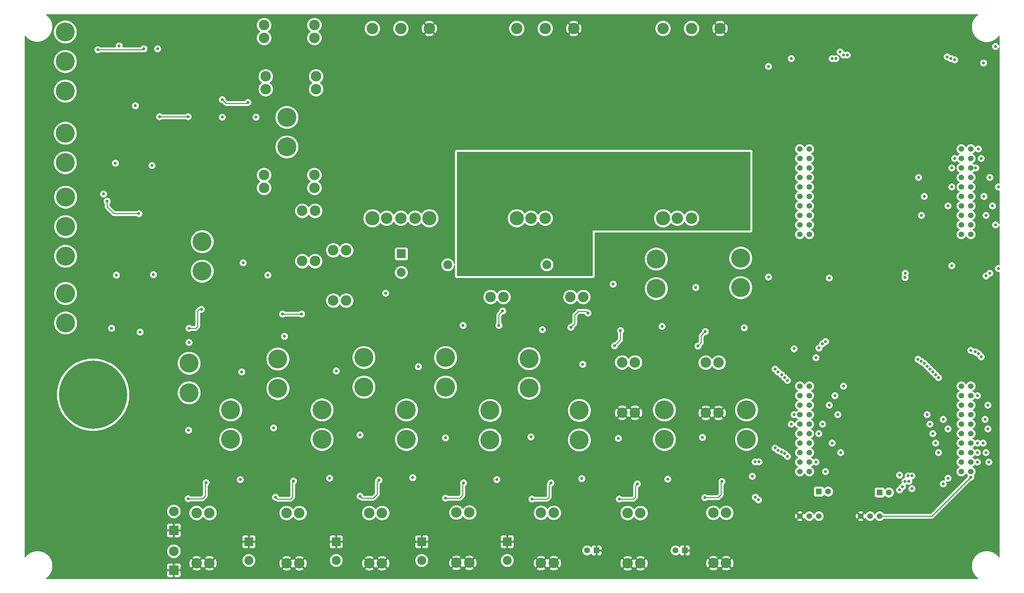
<source format=gbr>
G04 #@! TF.GenerationSoftware,KiCad,Pcbnew,(5.1.10)-1*
G04 #@! TF.CreationDate,2021-12-26T21:02:33-06:00*
G04 #@! TF.ProjectId,PowerBoard_2022_Rev1,506f7765-7242-46f6-9172-645f32303232,rev?*
G04 #@! TF.SameCoordinates,Original*
G04 #@! TF.FileFunction,Copper,L4,Bot*
G04 #@! TF.FilePolarity,Positive*
%FSLAX46Y46*%
G04 Gerber Fmt 4.6, Leading zero omitted, Abs format (unit mm)*
G04 Created by KiCad (PCBNEW (5.1.10)-1) date 2021-12-26 21:02:33*
%MOMM*%
%LPD*%
G01*
G04 APERTURE LIST*
G04 #@! TA.AperFunction,ComponentPad*
%ADD10C,5.080000*%
G04 #@! TD*
G04 #@! TA.AperFunction,ComponentPad*
%ADD11C,1.520000*%
G04 #@! TD*
G04 #@! TA.AperFunction,ComponentPad*
%ADD12C,2.819400*%
G04 #@! TD*
G04 #@! TA.AperFunction,ComponentPad*
%ADD13C,1.600000*%
G04 #@! TD*
G04 #@! TA.AperFunction,ComponentPad*
%ADD14R,1.600000X1.600000*%
G04 #@! TD*
G04 #@! TA.AperFunction,ComponentPad*
%ADD15C,18.288000*%
G04 #@! TD*
G04 #@! TA.AperFunction,ComponentPad*
%ADD16C,1.524000*%
G04 #@! TD*
G04 #@! TA.AperFunction,ComponentPad*
%ADD17C,3.048000*%
G04 #@! TD*
G04 #@! TA.AperFunction,ComponentPad*
%ADD18C,3.810000*%
G04 #@! TD*
G04 #@! TA.AperFunction,ComponentPad*
%ADD19R,2.600000X2.600000*%
G04 #@! TD*
G04 #@! TA.AperFunction,ComponentPad*
%ADD20O,2.600000X2.600000*%
G04 #@! TD*
G04 #@! TA.AperFunction,ComponentPad*
%ADD21R,2.400000X2.400000*%
G04 #@! TD*
G04 #@! TA.AperFunction,ComponentPad*
%ADD22C,2.400000*%
G04 #@! TD*
G04 #@! TA.AperFunction,ViaPad*
%ADD23C,0.800000*%
G04 #@! TD*
G04 #@! TA.AperFunction,Conductor*
%ADD24C,0.254000*%
G04 #@! TD*
G04 #@! TA.AperFunction,Conductor*
%ADD25C,0.100000*%
G04 #@! TD*
G04 APERTURE END LIST*
D10*
X365945343Y-58013000D03*
X365945343Y-65913000D03*
D11*
X608076000Y-85090000D03*
X562356000Y-62230000D03*
X562356000Y-64770000D03*
X562356000Y-72390000D03*
X605536000Y-74930000D03*
X562356000Y-69850000D03*
X562356000Y-67310000D03*
X608076000Y-69850000D03*
X605536000Y-64770000D03*
X562356000Y-74930000D03*
X562356000Y-77470000D03*
X608076000Y-64770000D03*
X605536000Y-69850000D03*
X605536000Y-72390000D03*
X605536000Y-85090000D03*
X605536000Y-82550000D03*
X605536000Y-80010000D03*
X605536000Y-77470000D03*
X605536000Y-67310000D03*
X605536000Y-62230000D03*
X608076000Y-82550000D03*
X608076000Y-80010000D03*
X608076000Y-77470000D03*
X608076000Y-74930000D03*
X608076000Y-72390000D03*
X608076000Y-67310000D03*
X608076000Y-62230000D03*
X564896000Y-85090000D03*
X564896000Y-82550000D03*
X564896000Y-80010000D03*
X564896000Y-77470000D03*
X564896000Y-74930000D03*
X564896000Y-72390000D03*
X564896000Y-69850000D03*
X564896000Y-67310000D03*
X564896000Y-64770000D03*
X564896000Y-62230000D03*
X562356000Y-85090000D03*
X562356000Y-82550000D03*
X562356000Y-80010000D03*
X605536000Y-148590000D03*
X605536000Y-146050000D03*
X605536000Y-143510000D03*
X605536000Y-140970000D03*
X605536000Y-138430000D03*
X605536000Y-135890000D03*
X605536000Y-133350000D03*
X605536000Y-130810000D03*
X605536000Y-128270000D03*
X605536000Y-125730000D03*
X608076000Y-148590000D03*
X608076000Y-146050000D03*
X608076000Y-143510000D03*
X608076000Y-140970000D03*
X608076000Y-138430000D03*
X608076000Y-135890000D03*
X608076000Y-133350000D03*
X608076000Y-130810000D03*
X608076000Y-128270000D03*
X608076000Y-125730000D03*
X564896000Y-148590000D03*
X564896000Y-146050000D03*
X564896000Y-143510000D03*
X564896000Y-140970000D03*
X564896000Y-138430000D03*
X564896000Y-135890000D03*
X564896000Y-133350000D03*
X564896000Y-130810000D03*
X564896000Y-128270000D03*
X564896000Y-125730000D03*
X562356000Y-148590000D03*
X562356000Y-146050000D03*
X562356000Y-143510000D03*
X562356000Y-140970000D03*
X562356000Y-138430000D03*
X562356000Y-135890000D03*
X562356000Y-133350000D03*
X562356000Y-130810000D03*
X562356000Y-128270000D03*
X562356000Y-125730000D03*
D12*
X433006500Y-46228000D03*
X433006500Y-42799000D03*
X419544500Y-42799000D03*
X419544500Y-46228000D03*
X479679000Y-101854000D03*
X483108000Y-101854000D03*
X483108000Y-88392000D03*
X479679000Y-88392000D03*
X501015000Y-88392000D03*
X504444000Y-88392000D03*
X504444000Y-101854000D03*
X501015000Y-101854000D03*
X519747252Y-173147443D03*
X516318252Y-173147443D03*
X516318252Y-159685443D03*
X519747252Y-159685443D03*
X473963752Y-159558443D03*
X470534752Y-159558443D03*
X470534752Y-173020443D03*
X473963752Y-173020443D03*
X428561252Y-173147443D03*
X425132252Y-173147443D03*
X425132252Y-159685443D03*
X428561252Y-159685443D03*
X542671000Y-159639000D03*
X539242000Y-159639000D03*
X539242000Y-173101000D03*
X542671000Y-173101000D03*
X518287000Y-132842000D03*
X514858000Y-132842000D03*
X514858000Y-119380000D03*
X518287000Y-119380000D03*
X419100000Y-32512000D03*
X419100000Y-29083000D03*
X432562000Y-29083000D03*
X432562000Y-32512000D03*
X432752500Y-78803500D03*
X429323500Y-78803500D03*
X429323500Y-92265500D03*
X432752500Y-92265500D03*
X540638752Y-119426443D03*
X537209752Y-119426443D03*
X537209752Y-132888443D03*
X540638752Y-132888443D03*
X450659252Y-173147443D03*
X447230252Y-173147443D03*
X447230252Y-159685443D03*
X450659252Y-159685443D03*
X419100000Y-72644000D03*
X419100000Y-69215000D03*
X432562000Y-69215000D03*
X432562000Y-72644000D03*
X496570000Y-173101000D03*
X493141000Y-173101000D03*
X493141000Y-159639000D03*
X496570000Y-159639000D03*
X404495000Y-159664400D03*
X401066000Y-159664400D03*
X401066000Y-173126400D03*
X404495000Y-173126400D03*
X441032900Y-89357200D03*
X437603900Y-89357200D03*
X437603900Y-102819200D03*
X441032900Y-102819200D03*
D13*
X505500000Y-169709959D03*
D14*
X508000000Y-169709959D03*
D13*
X529122000Y-169709959D03*
D14*
X531622000Y-169709959D03*
D13*
X569936000Y-153924000D03*
D14*
X567436000Y-153924000D03*
X583692000Y-154178000D03*
D13*
X586192000Y-154178000D03*
D10*
X365945343Y-46723000D03*
X365945343Y-38823000D03*
X365945343Y-30923000D03*
X467640000Y-125971000D03*
X467640000Y-118071000D03*
X399060000Y-119595000D03*
X399060000Y-127495000D03*
X489966000Y-118364000D03*
X489966000Y-126264000D03*
X366022605Y-108805436D03*
X366022605Y-100905436D03*
X445796000Y-125971000D03*
X445796000Y-118071000D03*
X422788383Y-126352000D03*
X422788383Y-118452000D03*
X366022605Y-90933500D03*
X366022605Y-83033500D03*
X366022605Y-75133500D03*
X425196000Y-53784500D03*
X425196000Y-61684500D03*
D15*
X373380000Y-128016000D03*
D16*
X562356000Y-160528000D03*
X564896000Y-160528000D03*
X567436000Y-160528000D03*
X583692000Y-160528000D03*
X581152000Y-160528000D03*
X578612000Y-160528000D03*
D15*
X373380000Y-163322000D03*
D17*
X525780000Y-29972000D03*
X533400000Y-29972000D03*
X541020000Y-29972000D03*
D18*
X525780000Y-80772000D03*
X541020000Y-80772000D03*
D17*
X537210000Y-80772000D03*
X533400000Y-80772000D03*
X529590000Y-80772000D03*
X490474000Y-80772000D03*
X494284000Y-80772000D03*
X498094000Y-80772000D03*
D18*
X501904000Y-80772000D03*
X486664000Y-80772000D03*
D17*
X501904000Y-29972000D03*
X494284000Y-29972000D03*
X486664000Y-29972000D03*
D10*
X410184000Y-132093000D03*
X410184000Y-139993000D03*
X523976000Y-99607000D03*
X523976000Y-91707000D03*
X402552370Y-94937954D03*
X402552370Y-87037954D03*
X434594000Y-132093000D03*
X434594000Y-139993000D03*
X546544500Y-91453000D03*
X546544500Y-99353000D03*
X457174000Y-139993000D03*
X457174000Y-132093000D03*
X479526000Y-140120000D03*
X479526000Y-132220000D03*
X503402000Y-140120000D03*
X503402000Y-132220000D03*
X526135000Y-132093000D03*
X526135000Y-139993000D03*
X548106000Y-132093000D03*
X548106000Y-139993000D03*
D19*
X394970000Y-175006000D03*
D20*
X394970000Y-169926000D03*
X394970000Y-159258000D03*
D19*
X394970000Y-164338000D03*
D21*
X415036000Y-167386000D03*
D22*
X415036000Y-172386000D03*
D21*
X438404000Y-167386000D03*
D22*
X438404000Y-172386000D03*
X461264000Y-172386000D03*
D21*
X461264000Y-167386000D03*
X484124000Y-167386000D03*
D22*
X484124000Y-172386000D03*
D21*
X489712000Y-93218000D03*
D22*
X494712000Y-93218000D03*
X468202000Y-93218000D03*
D21*
X473202000Y-93218000D03*
X455803000Y-90297000D03*
D22*
X455803000Y-95297000D03*
D17*
X448056000Y-29972000D03*
X455676000Y-29972000D03*
X463296000Y-29972000D03*
D18*
X448056000Y-80772000D03*
X463296000Y-80772000D03*
D17*
X459486000Y-80772000D03*
X455676000Y-80772000D03*
X451866000Y-80772000D03*
D23*
X398780000Y-53594000D03*
X391160000Y-53594000D03*
X386969000Y-35433000D03*
X374650000Y-35687000D03*
X608076000Y-150114000D03*
X537083000Y-111125000D03*
X535114500Y-114998500D03*
X514413500Y-110871000D03*
X512826000Y-114935000D03*
X398780000Y-155854400D03*
X403606000Y-151536400D03*
X444754000Y-155194000D03*
X449834000Y-150876000D03*
X490728000Y-155956000D03*
X495808000Y-151638000D03*
X536956000Y-155575000D03*
X541528000Y-151257000D03*
X422148000Y-155448000D03*
X426974000Y-151130000D03*
X467614000Y-155702000D03*
X472440000Y-151638000D03*
X514096000Y-155956000D03*
X518922000Y-151892000D03*
X505714000Y-106172000D03*
X501142000Y-109982000D03*
X481901500Y-109474000D03*
X482917500Y-105600500D03*
X377126500Y-76200000D03*
X385635500Y-79565500D03*
X424053000Y-106426000D03*
X429133000Y-106426000D03*
X402336000Y-105156000D03*
X399034000Y-110236000D03*
X407924000Y-49022000D03*
X414782000Y-49784000D03*
X547497000Y-110109000D03*
X609416000Y-67310000D03*
X609288546Y-116551067D03*
X534543000Y-99314000D03*
X615442000Y-94234000D03*
X615442000Y-72390000D03*
X525526000Y-109728000D03*
X567483744Y-115531514D03*
X567436000Y-138430000D03*
X512445000Y-98425000D03*
X602996000Y-93472000D03*
X602996000Y-72390000D03*
X412750000Y-150749000D03*
X592328000Y-149745998D03*
X592328000Y-153162000D03*
X612140000Y-143510000D03*
X609854000Y-143510000D03*
X458851000Y-150241000D03*
X591312000Y-149745998D03*
X591515001Y-151199998D03*
X504063000Y-150495000D03*
X590515000Y-151199999D03*
X590515000Y-96650523D03*
X612140000Y-80010000D03*
X612140000Y-96231000D03*
X549656000Y-149860000D03*
X590550000Y-95504000D03*
X613156000Y-95504000D03*
X613156000Y-69850000D03*
X589788000Y-152654000D03*
X398907000Y-137541000D03*
X612902000Y-146050000D03*
X609854000Y-146050000D03*
X550423352Y-146008941D03*
X550441743Y-155465216D03*
X444754000Y-138811000D03*
X559054000Y-144526000D03*
X559054000Y-124206000D03*
X490474000Y-139319000D03*
X557457796Y-143324435D03*
X557530000Y-122682000D03*
X598678000Y-122682000D03*
X598678000Y-140970000D03*
X536321000Y-139446000D03*
X555750166Y-142303264D03*
X555752000Y-121158000D03*
X597154000Y-121158000D03*
X597154000Y-135890000D03*
X436626000Y-150368000D03*
X589026000Y-149564980D03*
X589026000Y-153523999D03*
X609854000Y-140970000D03*
X611378000Y-140970000D03*
X481330000Y-150749000D03*
X601980000Y-150368000D03*
X601980000Y-137160000D03*
X612648000Y-137160000D03*
X612648000Y-130810000D03*
X527050000Y-150622000D03*
X600710000Y-151892000D03*
X611886000Y-134620000D03*
X613883000Y-77470000D03*
X600710000Y-134620000D03*
X421640000Y-136906000D03*
X551434000Y-146008941D03*
X551274517Y-156175000D03*
X467614000Y-139573000D03*
X558327000Y-143818892D03*
X558292000Y-123444000D03*
X599440000Y-123444000D03*
X599440000Y-143510000D03*
X513842000Y-139700000D03*
X556551878Y-142900977D03*
X556514000Y-121920000D03*
X597916000Y-121920000D03*
X597916000Y-138430000D03*
X438404000Y-121666000D03*
X595630000Y-119634000D03*
X595630000Y-74930000D03*
X389509000Y-95885000D03*
X603758000Y-64770000D03*
X603758000Y-38354000D03*
X399034000Y-114046000D03*
X610870000Y-117856000D03*
X610870000Y-64770000D03*
X460375000Y-120523000D03*
X594797949Y-119079299D03*
X594868000Y-80010000D03*
X416941000Y-53721000D03*
X601980000Y-77470000D03*
X601769962Y-37576080D03*
X379349000Y-66040000D03*
X602996000Y-67310000D03*
X602742000Y-38030090D03*
X413512000Y-92710000D03*
X611597000Y-74930000D03*
X611473100Y-39211100D03*
X385953000Y-111252000D03*
X610143000Y-117070597D03*
X610108000Y-62230000D03*
X413131000Y-121920000D03*
X596392000Y-120396000D03*
X596392000Y-133350000D03*
X451612000Y-100838000D03*
X569234583Y-113776220D03*
X569214000Y-148590000D03*
X424561000Y-112395000D03*
X566674000Y-118110000D03*
X566674000Y-146050000D03*
X384683000Y-50673000D03*
X573278000Y-143510000D03*
X574040000Y-37084000D03*
X376174000Y-74295000D03*
X570992000Y-140970000D03*
X570992000Y-38030090D03*
X472313000Y-109474000D03*
X568440968Y-114384642D03*
X568452000Y-135890000D03*
X407924000Y-53721000D03*
X572516000Y-133350000D03*
X573100931Y-36245067D03*
X420116000Y-96012000D03*
X553974000Y-96520000D03*
X570230000Y-96774000D03*
X570230000Y-130810000D03*
X553974000Y-40132000D03*
X389128000Y-66675000D03*
X571754000Y-128270000D03*
X572008000Y-38030090D03*
X390652000Y-35398000D03*
X574040000Y-125730000D03*
X575056000Y-37084000D03*
X379603000Y-96012000D03*
X560070000Y-135890000D03*
X560070000Y-38030090D03*
X378333000Y-110236000D03*
X560832000Y-133350000D03*
X560832000Y-115712980D03*
X504317000Y-119888000D03*
X593965897Y-118524598D03*
X594106000Y-69850000D03*
X493522000Y-110617000D03*
X608076000Y-116162578D03*
X609854000Y-128270000D03*
X380365000Y-34671000D03*
X614680000Y-82550000D03*
X614680000Y-34798000D03*
D24*
X398780000Y-53594000D02*
X391160000Y-53594000D01*
X376936000Y-35687000D02*
X386715000Y-35687000D01*
X386715000Y-35687000D02*
X386969000Y-35433000D01*
X376936000Y-35687000D02*
X374650000Y-35687000D01*
X597408000Y-160528000D02*
X583692000Y-160528000D01*
X597662000Y-160528000D02*
X597408000Y-160528000D01*
X608076000Y-150114000D02*
X597662000Y-160528000D01*
X537083000Y-111125000D02*
X536003500Y-112204500D01*
X536003500Y-114109500D02*
X535114500Y-114998500D01*
X536003500Y-112204500D02*
X536003500Y-114109500D01*
X514413500Y-113347500D02*
X512826000Y-114935000D01*
X514413500Y-110871000D02*
X514413500Y-113347500D01*
X398780000Y-155854400D02*
X402590000Y-155854400D01*
X402590000Y-155854400D02*
X403352000Y-155092400D01*
X403352000Y-155092400D02*
X403352000Y-152298400D01*
X403352000Y-151790400D02*
X403606000Y-151536400D01*
X403352000Y-152298400D02*
X403352000Y-151790400D01*
X444754000Y-155194000D02*
X445262000Y-155702000D01*
X445262000Y-155702000D02*
X448310000Y-155702000D01*
X448310000Y-155702000D02*
X449326000Y-154686000D01*
X449326000Y-151384000D02*
X449834000Y-150876000D01*
X449326000Y-154686000D02*
X449326000Y-151384000D01*
X490728000Y-155956000D02*
X494284000Y-155956000D01*
X494284000Y-155956000D02*
X494792000Y-155956000D01*
X494792000Y-155956000D02*
X495300000Y-155448000D01*
X495300000Y-155448000D02*
X495300000Y-152146000D01*
X495300000Y-152146000D02*
X495808000Y-151638000D01*
X536956000Y-155575000D02*
X540512000Y-155575000D01*
X540512000Y-155575000D02*
X541274000Y-154813000D01*
X541274000Y-154813000D02*
X541274000Y-152019000D01*
X541274000Y-151511000D02*
X541528000Y-151257000D01*
X541274000Y-152019000D02*
X541274000Y-151511000D01*
X422148000Y-155448000D02*
X422656000Y-155956000D01*
X422656000Y-155956000D02*
X426212000Y-155956000D01*
X426212000Y-155956000D02*
X426720000Y-155448000D01*
X426720000Y-151384000D02*
X426974000Y-151130000D01*
X426720000Y-155448000D02*
X426720000Y-151384000D01*
X467614000Y-155702000D02*
X471424000Y-155702000D01*
X471424000Y-155702000D02*
X471932000Y-155194000D01*
X471932000Y-155194000D02*
X472186000Y-154940000D01*
X472186000Y-151892000D02*
X472440000Y-151638000D01*
X472186000Y-154940000D02*
X472186000Y-151892000D01*
X514096000Y-155956000D02*
X517906000Y-155956000D01*
X517906000Y-155956000D02*
X518414000Y-155448000D01*
X518414000Y-152400000D02*
X518922000Y-151892000D01*
X518414000Y-155448000D02*
X518414000Y-152400000D01*
X505714000Y-106172000D02*
X505206000Y-105664000D01*
X505206000Y-105664000D02*
X503174000Y-105664000D01*
X503174000Y-105664000D02*
X502158000Y-106680000D01*
X502158000Y-108966000D02*
X501142000Y-109982000D01*
X502158000Y-106680000D02*
X502158000Y-108966000D01*
X481901500Y-106616500D02*
X482917500Y-105600500D01*
X481901500Y-109474000D02*
X481901500Y-106616500D01*
X377126500Y-76200000D02*
X377126500Y-77724000D01*
X377126500Y-77724000D02*
X378968000Y-79565500D01*
X378968000Y-79565500D02*
X385635500Y-79565500D01*
X424053000Y-106426000D02*
X429133000Y-106426000D01*
X401770315Y-105156000D02*
X401320000Y-105606315D01*
X402336000Y-105156000D02*
X401770315Y-105156000D01*
X401320000Y-105606315D02*
X401320000Y-109728000D01*
X401320000Y-109728000D02*
X400812000Y-110236000D01*
X400812000Y-110236000D02*
X399034000Y-110236000D01*
X407924000Y-49022000D02*
X408940000Y-50038000D01*
X408940000Y-50038000D02*
X414274000Y-50038000D01*
X414274000Y-50038000D02*
X414528000Y-50038000D01*
X414528000Y-50038000D02*
X414782000Y-49784000D01*
X609724395Y-26398547D02*
X609153287Y-26969655D01*
X608704570Y-27641207D01*
X608395488Y-28387396D01*
X608237920Y-29179546D01*
X608237920Y-29987214D01*
X608395488Y-30779364D01*
X608704570Y-31525553D01*
X609153287Y-32197105D01*
X609724395Y-32768213D01*
X610395947Y-33216930D01*
X611142136Y-33526012D01*
X611934286Y-33683580D01*
X612741954Y-33683580D01*
X613534104Y-33526012D01*
X614280293Y-33216930D01*
X614951845Y-32768213D01*
X615522953Y-32197105D01*
X615684500Y-31955333D01*
X615684500Y-34542726D01*
X615675226Y-34496102D01*
X615597205Y-34307744D01*
X615483937Y-34138226D01*
X615339774Y-33994063D01*
X615170256Y-33880795D01*
X614981898Y-33802774D01*
X614781939Y-33763000D01*
X614578061Y-33763000D01*
X614378102Y-33802774D01*
X614189744Y-33880795D01*
X614020226Y-33994063D01*
X613876063Y-34138226D01*
X613762795Y-34307744D01*
X613684774Y-34496102D01*
X613645000Y-34696061D01*
X613645000Y-34899939D01*
X613684774Y-35099898D01*
X613762795Y-35288256D01*
X613876063Y-35457774D01*
X614020226Y-35601937D01*
X614189744Y-35715205D01*
X614378102Y-35793226D01*
X614578061Y-35833000D01*
X614781939Y-35833000D01*
X614981898Y-35793226D01*
X615170256Y-35715205D01*
X615339774Y-35601937D01*
X615483937Y-35457774D01*
X615597205Y-35288256D01*
X615675226Y-35099898D01*
X615684500Y-35053274D01*
X615684500Y-71382959D01*
X615543939Y-71355000D01*
X615340061Y-71355000D01*
X615140102Y-71394774D01*
X614951744Y-71472795D01*
X614782226Y-71586063D01*
X614638063Y-71730226D01*
X614524795Y-71899744D01*
X614446774Y-72088102D01*
X614407000Y-72288061D01*
X614407000Y-72491939D01*
X614446774Y-72691898D01*
X614524795Y-72880256D01*
X614638063Y-73049774D01*
X614782226Y-73193937D01*
X614951744Y-73307205D01*
X615140102Y-73385226D01*
X615340061Y-73425000D01*
X615543939Y-73425000D01*
X615684500Y-73397041D01*
X615684500Y-82294728D01*
X615675226Y-82248102D01*
X615597205Y-82059744D01*
X615483937Y-81890226D01*
X615339774Y-81746063D01*
X615170256Y-81632795D01*
X614981898Y-81554774D01*
X614781939Y-81515000D01*
X614578061Y-81515000D01*
X614378102Y-81554774D01*
X614189744Y-81632795D01*
X614020226Y-81746063D01*
X613876063Y-81890226D01*
X613762795Y-82059744D01*
X613684774Y-82248102D01*
X613645000Y-82448061D01*
X613645000Y-82651939D01*
X613684774Y-82851898D01*
X613762795Y-83040256D01*
X613876063Y-83209774D01*
X614020226Y-83353937D01*
X614189744Y-83467205D01*
X614378102Y-83545226D01*
X614578061Y-83585000D01*
X614781939Y-83585000D01*
X614981898Y-83545226D01*
X615170256Y-83467205D01*
X615339774Y-83353937D01*
X615483937Y-83209774D01*
X615597205Y-83040256D01*
X615675226Y-82851898D01*
X615684500Y-82805272D01*
X615684500Y-93226959D01*
X615543939Y-93199000D01*
X615340061Y-93199000D01*
X615140102Y-93238774D01*
X614951744Y-93316795D01*
X614782226Y-93430063D01*
X614638063Y-93574226D01*
X614524795Y-93743744D01*
X614446774Y-93932102D01*
X614407000Y-94132061D01*
X614407000Y-94335939D01*
X614446774Y-94535898D01*
X614524795Y-94724256D01*
X614638063Y-94893774D01*
X614782226Y-95037937D01*
X614951744Y-95151205D01*
X615140102Y-95229226D01*
X615340061Y-95269000D01*
X615543939Y-95269000D01*
X615684500Y-95241041D01*
X615684501Y-171498668D01*
X615522953Y-171256895D01*
X614951845Y-170685787D01*
X614280293Y-170237070D01*
X613534104Y-169927988D01*
X612741954Y-169770420D01*
X611934286Y-169770420D01*
X611142136Y-169927988D01*
X610395947Y-170237070D01*
X609724395Y-170685787D01*
X609153287Y-171256895D01*
X608704570Y-171928447D01*
X608395488Y-172674636D01*
X608237920Y-173466786D01*
X608237920Y-174274454D01*
X608395488Y-175066604D01*
X608704570Y-175812793D01*
X609153287Y-176484345D01*
X609724395Y-177055453D01*
X609966167Y-177217000D01*
X360885333Y-177217000D01*
X361127105Y-177055453D01*
X361698213Y-176484345D01*
X361817379Y-176306000D01*
X393031928Y-176306000D01*
X393044188Y-176430482D01*
X393080498Y-176550180D01*
X393139463Y-176660494D01*
X393218815Y-176757185D01*
X393315506Y-176836537D01*
X393425820Y-176895502D01*
X393545518Y-176931812D01*
X393670000Y-176944072D01*
X394684250Y-176941000D01*
X394843000Y-176782250D01*
X394843000Y-175133000D01*
X395097000Y-175133000D01*
X395097000Y-176782250D01*
X395255750Y-176941000D01*
X396270000Y-176944072D01*
X396394482Y-176931812D01*
X396514180Y-176895502D01*
X396624494Y-176836537D01*
X396721185Y-176757185D01*
X396800537Y-176660494D01*
X396859502Y-176550180D01*
X396895812Y-176430482D01*
X396908072Y-176306000D01*
X396905000Y-175291750D01*
X396746250Y-175133000D01*
X395097000Y-175133000D01*
X394843000Y-175133000D01*
X393193750Y-175133000D01*
X393035000Y-175291750D01*
X393031928Y-176306000D01*
X361817379Y-176306000D01*
X362146930Y-175812793D01*
X362456012Y-175066604D01*
X362613580Y-174274454D01*
X362613580Y-173706000D01*
X393031928Y-173706000D01*
X393035000Y-174720250D01*
X393193750Y-174879000D01*
X394843000Y-174879000D01*
X394843000Y-173229750D01*
X395097000Y-173229750D01*
X395097000Y-174879000D01*
X396746250Y-174879000D01*
X396905000Y-174720250D01*
X396905504Y-174553754D01*
X399818251Y-174553754D01*
X399963395Y-174860071D01*
X400322803Y-175041867D01*
X400710772Y-175150052D01*
X401112393Y-175180470D01*
X401512230Y-175131951D01*
X401894920Y-175006359D01*
X402168605Y-174860071D01*
X402313749Y-174553754D01*
X403247251Y-174553754D01*
X403392395Y-174860071D01*
X403751803Y-175041867D01*
X404139772Y-175150052D01*
X404541393Y-175180470D01*
X404941230Y-175131951D01*
X405323920Y-175006359D01*
X405597605Y-174860071D01*
X405732778Y-174574797D01*
X423884503Y-174574797D01*
X424029647Y-174881114D01*
X424389055Y-175062910D01*
X424777024Y-175171095D01*
X425178645Y-175201513D01*
X425578482Y-175152994D01*
X425961172Y-175027402D01*
X426234857Y-174881114D01*
X426380001Y-174574797D01*
X427313503Y-174574797D01*
X427458647Y-174881114D01*
X427818055Y-175062910D01*
X428206024Y-175171095D01*
X428607645Y-175201513D01*
X429007482Y-175152994D01*
X429390172Y-175027402D01*
X429663857Y-174881114D01*
X429809001Y-174574797D01*
X445982503Y-174574797D01*
X446127647Y-174881114D01*
X446487055Y-175062910D01*
X446875024Y-175171095D01*
X447276645Y-175201513D01*
X447676482Y-175152994D01*
X448059172Y-175027402D01*
X448332857Y-174881114D01*
X448478001Y-174574797D01*
X449411503Y-174574797D01*
X449556647Y-174881114D01*
X449916055Y-175062910D01*
X450304024Y-175171095D01*
X450705645Y-175201513D01*
X451105482Y-175152994D01*
X451488172Y-175027402D01*
X451761857Y-174881114D01*
X451907001Y-174574797D01*
X451780001Y-174447797D01*
X469287003Y-174447797D01*
X469432147Y-174754114D01*
X469791555Y-174935910D01*
X470179524Y-175044095D01*
X470581145Y-175074513D01*
X470980982Y-175025994D01*
X471363672Y-174900402D01*
X471637357Y-174754114D01*
X471782501Y-174447797D01*
X472716003Y-174447797D01*
X472861147Y-174754114D01*
X473220555Y-174935910D01*
X473608524Y-175044095D01*
X474010145Y-175074513D01*
X474409982Y-175025994D01*
X474792672Y-174900402D01*
X475066357Y-174754114D01*
X475173330Y-174528354D01*
X491893251Y-174528354D01*
X492038395Y-174834671D01*
X492397803Y-175016467D01*
X492785772Y-175124652D01*
X493187393Y-175155070D01*
X493587230Y-175106551D01*
X493969920Y-174980959D01*
X494243605Y-174834671D01*
X494388749Y-174528354D01*
X495322251Y-174528354D01*
X495467395Y-174834671D01*
X495826803Y-175016467D01*
X496214772Y-175124652D01*
X496616393Y-175155070D01*
X497016230Y-175106551D01*
X497398920Y-174980959D01*
X497672605Y-174834671D01*
X497795742Y-174574797D01*
X515070503Y-174574797D01*
X515215647Y-174881114D01*
X515575055Y-175062910D01*
X515963024Y-175171095D01*
X516364645Y-175201513D01*
X516764482Y-175152994D01*
X517147172Y-175027402D01*
X517420857Y-174881114D01*
X517566001Y-174574797D01*
X518499503Y-174574797D01*
X518644647Y-174881114D01*
X519004055Y-175062910D01*
X519392024Y-175171095D01*
X519793645Y-175201513D01*
X520193482Y-175152994D01*
X520576172Y-175027402D01*
X520849857Y-174881114D01*
X520995001Y-174574797D01*
X520948558Y-174528354D01*
X537994251Y-174528354D01*
X538139395Y-174834671D01*
X538498803Y-175016467D01*
X538886772Y-175124652D01*
X539288393Y-175155070D01*
X539688230Y-175106551D01*
X540070920Y-174980959D01*
X540344605Y-174834671D01*
X540489749Y-174528354D01*
X541423251Y-174528354D01*
X541568395Y-174834671D01*
X541927803Y-175016467D01*
X542315772Y-175124652D01*
X542717393Y-175155070D01*
X543117230Y-175106551D01*
X543499920Y-174980959D01*
X543773605Y-174834671D01*
X543918749Y-174528354D01*
X542671000Y-173280605D01*
X541423251Y-174528354D01*
X540489749Y-174528354D01*
X539242000Y-173280605D01*
X537994251Y-174528354D01*
X520948558Y-174528354D01*
X519747252Y-173327048D01*
X518499503Y-174574797D01*
X517566001Y-174574797D01*
X516318252Y-173327048D01*
X515070503Y-174574797D01*
X497795742Y-174574797D01*
X497817749Y-174528354D01*
X496570000Y-173280605D01*
X495322251Y-174528354D01*
X494388749Y-174528354D01*
X493141000Y-173280605D01*
X491893251Y-174528354D01*
X475173330Y-174528354D01*
X475211501Y-174447797D01*
X473963752Y-173200048D01*
X472716003Y-174447797D01*
X471782501Y-174447797D01*
X470534752Y-173200048D01*
X469287003Y-174447797D01*
X451780001Y-174447797D01*
X450659252Y-173327048D01*
X449411503Y-174574797D01*
X448478001Y-174574797D01*
X447230252Y-173327048D01*
X445982503Y-174574797D01*
X429809001Y-174574797D01*
X428561252Y-173327048D01*
X427313503Y-174574797D01*
X426380001Y-174574797D01*
X425132252Y-173327048D01*
X423884503Y-174574797D01*
X405732778Y-174574797D01*
X405742749Y-174553754D01*
X404495000Y-173306005D01*
X403247251Y-174553754D01*
X402313749Y-174553754D01*
X401066000Y-173306005D01*
X399818251Y-174553754D01*
X396905504Y-174553754D01*
X396908072Y-173706000D01*
X396895812Y-173581518D01*
X396859502Y-173461820D01*
X396800537Y-173351506D01*
X396721185Y-173254815D01*
X396624494Y-173175463D01*
X396619499Y-173172793D01*
X399011930Y-173172793D01*
X399060449Y-173572630D01*
X399186041Y-173955320D01*
X399332329Y-174229005D01*
X399638646Y-174374149D01*
X400886395Y-173126400D01*
X401245605Y-173126400D01*
X402493354Y-174374149D01*
X402780500Y-174238089D01*
X403067646Y-174374149D01*
X404315395Y-173126400D01*
X404674605Y-173126400D01*
X405922354Y-174374149D01*
X406228671Y-174229005D01*
X406410467Y-173869597D01*
X406518652Y-173481628D01*
X406549070Y-173080007D01*
X406500551Y-172680170D01*
X406374959Y-172297480D01*
X406325671Y-172205268D01*
X413201000Y-172205268D01*
X413201000Y-172566732D01*
X413271518Y-172921250D01*
X413409844Y-173255199D01*
X413610662Y-173555744D01*
X413866256Y-173811338D01*
X414166801Y-174012156D01*
X414500750Y-174150482D01*
X414855268Y-174221000D01*
X415216732Y-174221000D01*
X415571250Y-174150482D01*
X415905199Y-174012156D01*
X416205744Y-173811338D01*
X416461338Y-173555744D01*
X416662156Y-173255199D01*
X416687573Y-173193836D01*
X423078182Y-173193836D01*
X423126701Y-173593673D01*
X423252293Y-173976363D01*
X423398581Y-174250048D01*
X423704898Y-174395192D01*
X424952647Y-173147443D01*
X425311857Y-173147443D01*
X426559606Y-174395192D01*
X426846752Y-174259132D01*
X427133898Y-174395192D01*
X428381647Y-173147443D01*
X428740857Y-173147443D01*
X429988606Y-174395192D01*
X430294923Y-174250048D01*
X430476719Y-173890640D01*
X430584904Y-173502671D01*
X430615322Y-173101050D01*
X430566803Y-172701213D01*
X430441211Y-172318523D01*
X430380675Y-172205268D01*
X436569000Y-172205268D01*
X436569000Y-172566732D01*
X436639518Y-172921250D01*
X436777844Y-173255199D01*
X436978662Y-173555744D01*
X437234256Y-173811338D01*
X437534801Y-174012156D01*
X437868750Y-174150482D01*
X438223268Y-174221000D01*
X438584732Y-174221000D01*
X438939250Y-174150482D01*
X439273199Y-174012156D01*
X439573744Y-173811338D01*
X439829338Y-173555744D01*
X440030156Y-173255199D01*
X440055573Y-173193836D01*
X445176182Y-173193836D01*
X445224701Y-173593673D01*
X445350293Y-173976363D01*
X445496581Y-174250048D01*
X445802898Y-174395192D01*
X447050647Y-173147443D01*
X447409857Y-173147443D01*
X448657606Y-174395192D01*
X448944752Y-174259132D01*
X449231898Y-174395192D01*
X450479647Y-173147443D01*
X450838857Y-173147443D01*
X452086606Y-174395192D01*
X452392923Y-174250048D01*
X452574719Y-173890640D01*
X452682904Y-173502671D01*
X452713322Y-173101050D01*
X452664803Y-172701213D01*
X452539211Y-172318523D01*
X452478675Y-172205268D01*
X459429000Y-172205268D01*
X459429000Y-172566732D01*
X459499518Y-172921250D01*
X459637844Y-173255199D01*
X459838662Y-173555744D01*
X460094256Y-173811338D01*
X460394801Y-174012156D01*
X460728750Y-174150482D01*
X461083268Y-174221000D01*
X461444732Y-174221000D01*
X461799250Y-174150482D01*
X462133199Y-174012156D01*
X462433744Y-173811338D01*
X462689338Y-173555744D01*
X462890156Y-173255199D01*
X462968178Y-173066836D01*
X468480682Y-173066836D01*
X468529201Y-173466673D01*
X468654793Y-173849363D01*
X468801081Y-174123048D01*
X469107398Y-174268192D01*
X470355147Y-173020443D01*
X470714357Y-173020443D01*
X471962106Y-174268192D01*
X472249252Y-174132132D01*
X472536398Y-174268192D01*
X473784147Y-173020443D01*
X474143357Y-173020443D01*
X475391106Y-174268192D01*
X475697423Y-174123048D01*
X475879219Y-173763640D01*
X475987404Y-173375671D01*
X476017822Y-172974050D01*
X475969303Y-172574213D01*
X475848222Y-172205268D01*
X482289000Y-172205268D01*
X482289000Y-172566732D01*
X482359518Y-172921250D01*
X482497844Y-173255199D01*
X482698662Y-173555744D01*
X482954256Y-173811338D01*
X483254801Y-174012156D01*
X483588750Y-174150482D01*
X483943268Y-174221000D01*
X484304732Y-174221000D01*
X484659250Y-174150482D01*
X484993199Y-174012156D01*
X485293744Y-173811338D01*
X485549338Y-173555744D01*
X485750156Y-173255199D01*
X485794810Y-173147393D01*
X491086930Y-173147393D01*
X491135449Y-173547230D01*
X491261041Y-173929920D01*
X491407329Y-174203605D01*
X491713646Y-174348749D01*
X492961395Y-173101000D01*
X493320605Y-173101000D01*
X494568354Y-174348749D01*
X494855500Y-174212689D01*
X495142646Y-174348749D01*
X496390395Y-173101000D01*
X496749605Y-173101000D01*
X497997354Y-174348749D01*
X498303671Y-174203605D01*
X498485467Y-173844197D01*
X498593652Y-173456228D01*
X498613525Y-173193836D01*
X514264182Y-173193836D01*
X514312701Y-173593673D01*
X514438293Y-173976363D01*
X514584581Y-174250048D01*
X514890898Y-174395192D01*
X516138647Y-173147443D01*
X516497857Y-173147443D01*
X517745606Y-174395192D01*
X518032752Y-174259132D01*
X518319898Y-174395192D01*
X519567647Y-173147443D01*
X519926857Y-173147443D01*
X521174606Y-174395192D01*
X521480923Y-174250048D01*
X521662719Y-173890640D01*
X521770904Y-173502671D01*
X521797812Y-173147393D01*
X537187930Y-173147393D01*
X537236449Y-173547230D01*
X537362041Y-173929920D01*
X537508329Y-174203605D01*
X537814646Y-174348749D01*
X539062395Y-173101000D01*
X539421605Y-173101000D01*
X540669354Y-174348749D01*
X540956500Y-174212689D01*
X541243646Y-174348749D01*
X542491395Y-173101000D01*
X542850605Y-173101000D01*
X544098354Y-174348749D01*
X544404671Y-174203605D01*
X544586467Y-173844197D01*
X544694652Y-173456228D01*
X544725070Y-173054607D01*
X544676551Y-172654770D01*
X544550959Y-172272080D01*
X544404671Y-171998395D01*
X544098354Y-171853251D01*
X542850605Y-173101000D01*
X542491395Y-173101000D01*
X541243646Y-171853251D01*
X540956500Y-171989311D01*
X540669354Y-171853251D01*
X539421605Y-173101000D01*
X539062395Y-173101000D01*
X537814646Y-171853251D01*
X537508329Y-171998395D01*
X537326533Y-172357803D01*
X537218348Y-172745772D01*
X537187930Y-173147393D01*
X521797812Y-173147393D01*
X521801322Y-173101050D01*
X521752803Y-172701213D01*
X521627211Y-172318523D01*
X521480923Y-172044838D01*
X521174606Y-171899694D01*
X519926857Y-173147443D01*
X519567647Y-173147443D01*
X518319898Y-171899694D01*
X518032752Y-172035754D01*
X517745606Y-171899694D01*
X516497857Y-173147443D01*
X516138647Y-173147443D01*
X514890898Y-171899694D01*
X514584581Y-172044838D01*
X514402785Y-172404246D01*
X514294600Y-172792215D01*
X514264182Y-173193836D01*
X498613525Y-173193836D01*
X498624070Y-173054607D01*
X498575551Y-172654770D01*
X498449959Y-172272080D01*
X498303671Y-171998395D01*
X497997354Y-171853251D01*
X496749605Y-173101000D01*
X496390395Y-173101000D01*
X495142646Y-171853251D01*
X494855500Y-171989311D01*
X494568354Y-171853251D01*
X493320605Y-173101000D01*
X492961395Y-173101000D01*
X491713646Y-171853251D01*
X491407329Y-171998395D01*
X491225533Y-172357803D01*
X491117348Y-172745772D01*
X491086930Y-173147393D01*
X485794810Y-173147393D01*
X485888482Y-172921250D01*
X485959000Y-172566732D01*
X485959000Y-172205268D01*
X485888482Y-171850750D01*
X485815124Y-171673646D01*
X491893251Y-171673646D01*
X493141000Y-172921395D01*
X494388749Y-171673646D01*
X495322251Y-171673646D01*
X496570000Y-172921395D01*
X497771306Y-171720089D01*
X515070503Y-171720089D01*
X516318252Y-172967838D01*
X517566001Y-171720089D01*
X518499503Y-171720089D01*
X519747252Y-172967838D01*
X520995001Y-171720089D01*
X520972995Y-171673646D01*
X537994251Y-171673646D01*
X539242000Y-172921395D01*
X540489749Y-171673646D01*
X541423251Y-171673646D01*
X542671000Y-172921395D01*
X543918749Y-171673646D01*
X543773605Y-171367329D01*
X543414197Y-171185533D01*
X543026228Y-171077348D01*
X542624607Y-171046930D01*
X542224770Y-171095449D01*
X541842080Y-171221041D01*
X541568395Y-171367329D01*
X541423251Y-171673646D01*
X540489749Y-171673646D01*
X540344605Y-171367329D01*
X539985197Y-171185533D01*
X539597228Y-171077348D01*
X539195607Y-171046930D01*
X538795770Y-171095449D01*
X538413080Y-171221041D01*
X538139395Y-171367329D01*
X537994251Y-171673646D01*
X520972995Y-171673646D01*
X520849857Y-171413772D01*
X520490449Y-171231976D01*
X520102480Y-171123791D01*
X519700859Y-171093373D01*
X519301022Y-171141892D01*
X518918332Y-171267484D01*
X518644647Y-171413772D01*
X518499503Y-171720089D01*
X517566001Y-171720089D01*
X517420857Y-171413772D01*
X517061449Y-171231976D01*
X516673480Y-171123791D01*
X516271859Y-171093373D01*
X515872022Y-171141892D01*
X515489332Y-171267484D01*
X515215647Y-171413772D01*
X515070503Y-171720089D01*
X497771306Y-171720089D01*
X497817749Y-171673646D01*
X497672605Y-171367329D01*
X497313197Y-171185533D01*
X496925228Y-171077348D01*
X496523607Y-171046930D01*
X496123770Y-171095449D01*
X495741080Y-171221041D01*
X495467395Y-171367329D01*
X495322251Y-171673646D01*
X494388749Y-171673646D01*
X494243605Y-171367329D01*
X493884197Y-171185533D01*
X493496228Y-171077348D01*
X493094607Y-171046930D01*
X492694770Y-171095449D01*
X492312080Y-171221041D01*
X492038395Y-171367329D01*
X491893251Y-171673646D01*
X485815124Y-171673646D01*
X485750156Y-171516801D01*
X485549338Y-171216256D01*
X485293744Y-170960662D01*
X484993199Y-170759844D01*
X484659250Y-170621518D01*
X484304732Y-170551000D01*
X483943268Y-170551000D01*
X483588750Y-170621518D01*
X483254801Y-170759844D01*
X482954256Y-170960662D01*
X482698662Y-171216256D01*
X482497844Y-171516801D01*
X482359518Y-171850750D01*
X482289000Y-172205268D01*
X475848222Y-172205268D01*
X475843711Y-172191523D01*
X475697423Y-171917838D01*
X475391106Y-171772694D01*
X474143357Y-173020443D01*
X473784147Y-173020443D01*
X472536398Y-171772694D01*
X472249252Y-171908754D01*
X471962106Y-171772694D01*
X470714357Y-173020443D01*
X470355147Y-173020443D01*
X469107398Y-171772694D01*
X468801081Y-171917838D01*
X468619285Y-172277246D01*
X468511100Y-172665215D01*
X468480682Y-173066836D01*
X462968178Y-173066836D01*
X463028482Y-172921250D01*
X463099000Y-172566732D01*
X463099000Y-172205268D01*
X463028482Y-171850750D01*
X462921756Y-171593089D01*
X469287003Y-171593089D01*
X470534752Y-172840838D01*
X471782501Y-171593089D01*
X472716003Y-171593089D01*
X473963752Y-172840838D01*
X475211501Y-171593089D01*
X475066357Y-171286772D01*
X474706949Y-171104976D01*
X474318980Y-170996791D01*
X473917359Y-170966373D01*
X473517522Y-171014892D01*
X473134832Y-171140484D01*
X472861147Y-171286772D01*
X472716003Y-171593089D01*
X471782501Y-171593089D01*
X471637357Y-171286772D01*
X471277949Y-171104976D01*
X470889980Y-170996791D01*
X470488359Y-170966373D01*
X470088522Y-171014892D01*
X469705832Y-171140484D01*
X469432147Y-171286772D01*
X469287003Y-171593089D01*
X462921756Y-171593089D01*
X462890156Y-171516801D01*
X462689338Y-171216256D01*
X462433744Y-170960662D01*
X462133199Y-170759844D01*
X461799250Y-170621518D01*
X461444732Y-170551000D01*
X461083268Y-170551000D01*
X460728750Y-170621518D01*
X460394801Y-170759844D01*
X460094256Y-170960662D01*
X459838662Y-171216256D01*
X459637844Y-171516801D01*
X459499518Y-171850750D01*
X459429000Y-172205268D01*
X452478675Y-172205268D01*
X452392923Y-172044838D01*
X452086606Y-171899694D01*
X450838857Y-173147443D01*
X450479647Y-173147443D01*
X449231898Y-171899694D01*
X448944752Y-172035754D01*
X448657606Y-171899694D01*
X447409857Y-173147443D01*
X447050647Y-173147443D01*
X445802898Y-171899694D01*
X445496581Y-172044838D01*
X445314785Y-172404246D01*
X445206600Y-172792215D01*
X445176182Y-173193836D01*
X440055573Y-173193836D01*
X440168482Y-172921250D01*
X440239000Y-172566732D01*
X440239000Y-172205268D01*
X440168482Y-171850750D01*
X440114361Y-171720089D01*
X445982503Y-171720089D01*
X447230252Y-172967838D01*
X448478001Y-171720089D01*
X449411503Y-171720089D01*
X450659252Y-172967838D01*
X451907001Y-171720089D01*
X451761857Y-171413772D01*
X451402449Y-171231976D01*
X451014480Y-171123791D01*
X450612859Y-171093373D01*
X450213022Y-171141892D01*
X449830332Y-171267484D01*
X449556647Y-171413772D01*
X449411503Y-171720089D01*
X448478001Y-171720089D01*
X448332857Y-171413772D01*
X447973449Y-171231976D01*
X447585480Y-171123791D01*
X447183859Y-171093373D01*
X446784022Y-171141892D01*
X446401332Y-171267484D01*
X446127647Y-171413772D01*
X445982503Y-171720089D01*
X440114361Y-171720089D01*
X440030156Y-171516801D01*
X439829338Y-171216256D01*
X439573744Y-170960662D01*
X439273199Y-170759844D01*
X438939250Y-170621518D01*
X438584732Y-170551000D01*
X438223268Y-170551000D01*
X437868750Y-170621518D01*
X437534801Y-170759844D01*
X437234256Y-170960662D01*
X436978662Y-171216256D01*
X436777844Y-171516801D01*
X436639518Y-171850750D01*
X436569000Y-172205268D01*
X430380675Y-172205268D01*
X430294923Y-172044838D01*
X429988606Y-171899694D01*
X428740857Y-173147443D01*
X428381647Y-173147443D01*
X427133898Y-171899694D01*
X426846752Y-172035754D01*
X426559606Y-171899694D01*
X425311857Y-173147443D01*
X424952647Y-173147443D01*
X423704898Y-171899694D01*
X423398581Y-172044838D01*
X423216785Y-172404246D01*
X423108600Y-172792215D01*
X423078182Y-173193836D01*
X416687573Y-173193836D01*
X416800482Y-172921250D01*
X416871000Y-172566732D01*
X416871000Y-172205268D01*
X416800482Y-171850750D01*
X416746361Y-171720089D01*
X423884503Y-171720089D01*
X425132252Y-172967838D01*
X426380001Y-171720089D01*
X427313503Y-171720089D01*
X428561252Y-172967838D01*
X429809001Y-171720089D01*
X429663857Y-171413772D01*
X429304449Y-171231976D01*
X428916480Y-171123791D01*
X428514859Y-171093373D01*
X428115022Y-171141892D01*
X427732332Y-171267484D01*
X427458647Y-171413772D01*
X427313503Y-171720089D01*
X426380001Y-171720089D01*
X426234857Y-171413772D01*
X425875449Y-171231976D01*
X425487480Y-171123791D01*
X425085859Y-171093373D01*
X424686022Y-171141892D01*
X424303332Y-171267484D01*
X424029647Y-171413772D01*
X423884503Y-171720089D01*
X416746361Y-171720089D01*
X416662156Y-171516801D01*
X416461338Y-171216256D01*
X416205744Y-170960662D01*
X415905199Y-170759844D01*
X415571250Y-170621518D01*
X415216732Y-170551000D01*
X414855268Y-170551000D01*
X414500750Y-170621518D01*
X414166801Y-170759844D01*
X413866256Y-170960662D01*
X413610662Y-171216256D01*
X413409844Y-171516801D01*
X413271518Y-171850750D01*
X413201000Y-172205268D01*
X406325671Y-172205268D01*
X406228671Y-172023795D01*
X405922354Y-171878651D01*
X404674605Y-173126400D01*
X404315395Y-173126400D01*
X403067646Y-171878651D01*
X402780500Y-172014711D01*
X402493354Y-171878651D01*
X401245605Y-173126400D01*
X400886395Y-173126400D01*
X399638646Y-171878651D01*
X399332329Y-172023795D01*
X399150533Y-172383203D01*
X399042348Y-172771172D01*
X399011930Y-173172793D01*
X396619499Y-173172793D01*
X396514180Y-173116498D01*
X396394482Y-173080188D01*
X396270000Y-173067928D01*
X395255750Y-173071000D01*
X395097000Y-173229750D01*
X394843000Y-173229750D01*
X394684250Y-173071000D01*
X393670000Y-173067928D01*
X393545518Y-173080188D01*
X393425820Y-173116498D01*
X393315506Y-173175463D01*
X393218815Y-173254815D01*
X393139463Y-173351506D01*
X393080498Y-173461820D01*
X393044188Y-173581518D01*
X393031928Y-173706000D01*
X362613580Y-173706000D01*
X362613580Y-173466786D01*
X362456012Y-172674636D01*
X362146930Y-171928447D01*
X361698213Y-171256895D01*
X361127105Y-170685787D01*
X360455553Y-170237070D01*
X359709364Y-169927988D01*
X358917214Y-169770420D01*
X358109546Y-169770420D01*
X357317396Y-169927988D01*
X356571207Y-170237070D01*
X355899655Y-170685787D01*
X355328547Y-171256895D01*
X355167000Y-171498667D01*
X355167000Y-169735419D01*
X393035000Y-169735419D01*
X393035000Y-170116581D01*
X393109361Y-170490419D01*
X393255225Y-170842566D01*
X393466987Y-171159491D01*
X393736509Y-171429013D01*
X394053434Y-171640775D01*
X394405581Y-171786639D01*
X394779419Y-171861000D01*
X395160581Y-171861000D01*
X395534419Y-171786639D01*
X395745887Y-171699046D01*
X399818251Y-171699046D01*
X401066000Y-172946795D01*
X402313749Y-171699046D01*
X403247251Y-171699046D01*
X404495000Y-172946795D01*
X405742749Y-171699046D01*
X405597605Y-171392729D01*
X405238197Y-171210933D01*
X404850228Y-171102748D01*
X404448607Y-171072330D01*
X404048770Y-171120849D01*
X403666080Y-171246441D01*
X403392395Y-171392729D01*
X403247251Y-171699046D01*
X402313749Y-171699046D01*
X402168605Y-171392729D01*
X401809197Y-171210933D01*
X401421228Y-171102748D01*
X401019607Y-171072330D01*
X400619770Y-171120849D01*
X400237080Y-171246441D01*
X399963395Y-171392729D01*
X399818251Y-171699046D01*
X395745887Y-171699046D01*
X395886566Y-171640775D01*
X396203491Y-171429013D01*
X396473013Y-171159491D01*
X396684775Y-170842566D01*
X396830639Y-170490419D01*
X396905000Y-170116581D01*
X396905000Y-169735419D01*
X396871823Y-169568624D01*
X504065000Y-169568624D01*
X504065000Y-169851294D01*
X504120147Y-170128533D01*
X504228320Y-170389686D01*
X504385363Y-170624718D01*
X504585241Y-170824596D01*
X504820273Y-170981639D01*
X505081426Y-171089812D01*
X505358665Y-171144959D01*
X505641335Y-171144959D01*
X505918574Y-171089812D01*
X506179727Y-170981639D01*
X506414759Y-170824596D01*
X506581339Y-170658016D01*
X506610498Y-170754139D01*
X506669463Y-170864453D01*
X506748815Y-170961144D01*
X506845506Y-171040496D01*
X506955820Y-171099461D01*
X507075518Y-171135771D01*
X507200000Y-171148031D01*
X507714250Y-171144959D01*
X507873000Y-170986209D01*
X507873000Y-169836959D01*
X508127000Y-169836959D01*
X508127000Y-170986209D01*
X508285750Y-171144959D01*
X508800000Y-171148031D01*
X508924482Y-171135771D01*
X509044180Y-171099461D01*
X509154494Y-171040496D01*
X509251185Y-170961144D01*
X509330537Y-170864453D01*
X509389502Y-170754139D01*
X509425812Y-170634441D01*
X509438072Y-170509959D01*
X509435000Y-169995709D01*
X509276250Y-169836959D01*
X508127000Y-169836959D01*
X507873000Y-169836959D01*
X507853000Y-169836959D01*
X507853000Y-169582959D01*
X507873000Y-169582959D01*
X507873000Y-168433709D01*
X508127000Y-168433709D01*
X508127000Y-169582959D01*
X509276250Y-169582959D01*
X509290585Y-169568624D01*
X527687000Y-169568624D01*
X527687000Y-169851294D01*
X527742147Y-170128533D01*
X527850320Y-170389686D01*
X528007363Y-170624718D01*
X528207241Y-170824596D01*
X528442273Y-170981639D01*
X528703426Y-171089812D01*
X528980665Y-171144959D01*
X529263335Y-171144959D01*
X529540574Y-171089812D01*
X529801727Y-170981639D01*
X530036759Y-170824596D01*
X530203339Y-170658016D01*
X530232498Y-170754139D01*
X530291463Y-170864453D01*
X530370815Y-170961144D01*
X530467506Y-171040496D01*
X530577820Y-171099461D01*
X530697518Y-171135771D01*
X530822000Y-171148031D01*
X531336250Y-171144959D01*
X531495000Y-170986209D01*
X531495000Y-169836959D01*
X531749000Y-169836959D01*
X531749000Y-170986209D01*
X531907750Y-171144959D01*
X532422000Y-171148031D01*
X532546482Y-171135771D01*
X532666180Y-171099461D01*
X532776494Y-171040496D01*
X532873185Y-170961144D01*
X532952537Y-170864453D01*
X533011502Y-170754139D01*
X533047812Y-170634441D01*
X533060072Y-170509959D01*
X533057000Y-169995709D01*
X532898250Y-169836959D01*
X531749000Y-169836959D01*
X531495000Y-169836959D01*
X531475000Y-169836959D01*
X531475000Y-169582959D01*
X531495000Y-169582959D01*
X531495000Y-168433709D01*
X531749000Y-168433709D01*
X531749000Y-169582959D01*
X532898250Y-169582959D01*
X533057000Y-169424209D01*
X533060072Y-168909959D01*
X533047812Y-168785477D01*
X533011502Y-168665779D01*
X532952537Y-168555465D01*
X532873185Y-168458774D01*
X532776494Y-168379422D01*
X532666180Y-168320457D01*
X532546482Y-168284147D01*
X532422000Y-168271887D01*
X531907750Y-168274959D01*
X531749000Y-168433709D01*
X531495000Y-168433709D01*
X531336250Y-168274959D01*
X530822000Y-168271887D01*
X530697518Y-168284147D01*
X530577820Y-168320457D01*
X530467506Y-168379422D01*
X530370815Y-168458774D01*
X530291463Y-168555465D01*
X530232498Y-168665779D01*
X530203339Y-168761902D01*
X530036759Y-168595322D01*
X529801727Y-168438279D01*
X529540574Y-168330106D01*
X529263335Y-168274959D01*
X528980665Y-168274959D01*
X528703426Y-168330106D01*
X528442273Y-168438279D01*
X528207241Y-168595322D01*
X528007363Y-168795200D01*
X527850320Y-169030232D01*
X527742147Y-169291385D01*
X527687000Y-169568624D01*
X509290585Y-169568624D01*
X509435000Y-169424209D01*
X509438072Y-168909959D01*
X509425812Y-168785477D01*
X509389502Y-168665779D01*
X509330537Y-168555465D01*
X509251185Y-168458774D01*
X509154494Y-168379422D01*
X509044180Y-168320457D01*
X508924482Y-168284147D01*
X508800000Y-168271887D01*
X508285750Y-168274959D01*
X508127000Y-168433709D01*
X507873000Y-168433709D01*
X507714250Y-168274959D01*
X507200000Y-168271887D01*
X507075518Y-168284147D01*
X506955820Y-168320457D01*
X506845506Y-168379422D01*
X506748815Y-168458774D01*
X506669463Y-168555465D01*
X506610498Y-168665779D01*
X506581339Y-168761902D01*
X506414759Y-168595322D01*
X506179727Y-168438279D01*
X505918574Y-168330106D01*
X505641335Y-168274959D01*
X505358665Y-168274959D01*
X505081426Y-168330106D01*
X504820273Y-168438279D01*
X504585241Y-168595322D01*
X504385363Y-168795200D01*
X504228320Y-169030232D01*
X504120147Y-169291385D01*
X504065000Y-169568624D01*
X396871823Y-169568624D01*
X396830639Y-169361581D01*
X396684775Y-169009434D01*
X396473013Y-168692509D01*
X396366504Y-168586000D01*
X413197928Y-168586000D01*
X413210188Y-168710482D01*
X413246498Y-168830180D01*
X413305463Y-168940494D01*
X413384815Y-169037185D01*
X413481506Y-169116537D01*
X413591820Y-169175502D01*
X413711518Y-169211812D01*
X413836000Y-169224072D01*
X414750250Y-169221000D01*
X414909000Y-169062250D01*
X414909000Y-167513000D01*
X415163000Y-167513000D01*
X415163000Y-169062250D01*
X415321750Y-169221000D01*
X416236000Y-169224072D01*
X416360482Y-169211812D01*
X416480180Y-169175502D01*
X416590494Y-169116537D01*
X416687185Y-169037185D01*
X416766537Y-168940494D01*
X416825502Y-168830180D01*
X416861812Y-168710482D01*
X416874072Y-168586000D01*
X436565928Y-168586000D01*
X436578188Y-168710482D01*
X436614498Y-168830180D01*
X436673463Y-168940494D01*
X436752815Y-169037185D01*
X436849506Y-169116537D01*
X436959820Y-169175502D01*
X437079518Y-169211812D01*
X437204000Y-169224072D01*
X438118250Y-169221000D01*
X438277000Y-169062250D01*
X438277000Y-167513000D01*
X438531000Y-167513000D01*
X438531000Y-169062250D01*
X438689750Y-169221000D01*
X439604000Y-169224072D01*
X439728482Y-169211812D01*
X439848180Y-169175502D01*
X439958494Y-169116537D01*
X440055185Y-169037185D01*
X440134537Y-168940494D01*
X440193502Y-168830180D01*
X440229812Y-168710482D01*
X440242072Y-168586000D01*
X459425928Y-168586000D01*
X459438188Y-168710482D01*
X459474498Y-168830180D01*
X459533463Y-168940494D01*
X459612815Y-169037185D01*
X459709506Y-169116537D01*
X459819820Y-169175502D01*
X459939518Y-169211812D01*
X460064000Y-169224072D01*
X460978250Y-169221000D01*
X461137000Y-169062250D01*
X461137000Y-167513000D01*
X461391000Y-167513000D01*
X461391000Y-169062250D01*
X461549750Y-169221000D01*
X462464000Y-169224072D01*
X462588482Y-169211812D01*
X462708180Y-169175502D01*
X462818494Y-169116537D01*
X462915185Y-169037185D01*
X462994537Y-168940494D01*
X463053502Y-168830180D01*
X463089812Y-168710482D01*
X463102072Y-168586000D01*
X482285928Y-168586000D01*
X482298188Y-168710482D01*
X482334498Y-168830180D01*
X482393463Y-168940494D01*
X482472815Y-169037185D01*
X482569506Y-169116537D01*
X482679820Y-169175502D01*
X482799518Y-169211812D01*
X482924000Y-169224072D01*
X483838250Y-169221000D01*
X483997000Y-169062250D01*
X483997000Y-167513000D01*
X484251000Y-167513000D01*
X484251000Y-169062250D01*
X484409750Y-169221000D01*
X485324000Y-169224072D01*
X485448482Y-169211812D01*
X485568180Y-169175502D01*
X485678494Y-169116537D01*
X485775185Y-169037185D01*
X485854537Y-168940494D01*
X485913502Y-168830180D01*
X485949812Y-168710482D01*
X485962072Y-168586000D01*
X485959000Y-167671750D01*
X485800250Y-167513000D01*
X484251000Y-167513000D01*
X483997000Y-167513000D01*
X482447750Y-167513000D01*
X482289000Y-167671750D01*
X482285928Y-168586000D01*
X463102072Y-168586000D01*
X463099000Y-167671750D01*
X462940250Y-167513000D01*
X461391000Y-167513000D01*
X461137000Y-167513000D01*
X459587750Y-167513000D01*
X459429000Y-167671750D01*
X459425928Y-168586000D01*
X440242072Y-168586000D01*
X440239000Y-167671750D01*
X440080250Y-167513000D01*
X438531000Y-167513000D01*
X438277000Y-167513000D01*
X436727750Y-167513000D01*
X436569000Y-167671750D01*
X436565928Y-168586000D01*
X416874072Y-168586000D01*
X416871000Y-167671750D01*
X416712250Y-167513000D01*
X415163000Y-167513000D01*
X414909000Y-167513000D01*
X413359750Y-167513000D01*
X413201000Y-167671750D01*
X413197928Y-168586000D01*
X396366504Y-168586000D01*
X396203491Y-168422987D01*
X395886566Y-168211225D01*
X395534419Y-168065361D01*
X395160581Y-167991000D01*
X394779419Y-167991000D01*
X394405581Y-168065361D01*
X394053434Y-168211225D01*
X393736509Y-168422987D01*
X393466987Y-168692509D01*
X393255225Y-169009434D01*
X393109361Y-169361581D01*
X393035000Y-169735419D01*
X355167000Y-169735419D01*
X355167000Y-165638000D01*
X393031928Y-165638000D01*
X393044188Y-165762482D01*
X393080498Y-165882180D01*
X393139463Y-165992494D01*
X393218815Y-166089185D01*
X393315506Y-166168537D01*
X393425820Y-166227502D01*
X393545518Y-166263812D01*
X393670000Y-166276072D01*
X394684250Y-166273000D01*
X394843000Y-166114250D01*
X394843000Y-164465000D01*
X395097000Y-164465000D01*
X395097000Y-166114250D01*
X395255750Y-166273000D01*
X396270000Y-166276072D01*
X396394482Y-166263812D01*
X396514180Y-166227502D01*
X396591823Y-166186000D01*
X413197928Y-166186000D01*
X413201000Y-167100250D01*
X413359750Y-167259000D01*
X414909000Y-167259000D01*
X414909000Y-165709750D01*
X415163000Y-165709750D01*
X415163000Y-167259000D01*
X416712250Y-167259000D01*
X416871000Y-167100250D01*
X416874072Y-166186000D01*
X436565928Y-166186000D01*
X436569000Y-167100250D01*
X436727750Y-167259000D01*
X438277000Y-167259000D01*
X438277000Y-165709750D01*
X438531000Y-165709750D01*
X438531000Y-167259000D01*
X440080250Y-167259000D01*
X440239000Y-167100250D01*
X440242072Y-166186000D01*
X459425928Y-166186000D01*
X459429000Y-167100250D01*
X459587750Y-167259000D01*
X461137000Y-167259000D01*
X461137000Y-165709750D01*
X461391000Y-165709750D01*
X461391000Y-167259000D01*
X462940250Y-167259000D01*
X463099000Y-167100250D01*
X463102072Y-166186000D01*
X482285928Y-166186000D01*
X482289000Y-167100250D01*
X482447750Y-167259000D01*
X483997000Y-167259000D01*
X483997000Y-165709750D01*
X484251000Y-165709750D01*
X484251000Y-167259000D01*
X485800250Y-167259000D01*
X485959000Y-167100250D01*
X485962072Y-166186000D01*
X485949812Y-166061518D01*
X485913502Y-165941820D01*
X485854537Y-165831506D01*
X485775185Y-165734815D01*
X485678494Y-165655463D01*
X485568180Y-165596498D01*
X485448482Y-165560188D01*
X485324000Y-165547928D01*
X484409750Y-165551000D01*
X484251000Y-165709750D01*
X483997000Y-165709750D01*
X483838250Y-165551000D01*
X482924000Y-165547928D01*
X482799518Y-165560188D01*
X482679820Y-165596498D01*
X482569506Y-165655463D01*
X482472815Y-165734815D01*
X482393463Y-165831506D01*
X482334498Y-165941820D01*
X482298188Y-166061518D01*
X482285928Y-166186000D01*
X463102072Y-166186000D01*
X463089812Y-166061518D01*
X463053502Y-165941820D01*
X462994537Y-165831506D01*
X462915185Y-165734815D01*
X462818494Y-165655463D01*
X462708180Y-165596498D01*
X462588482Y-165560188D01*
X462464000Y-165547928D01*
X461549750Y-165551000D01*
X461391000Y-165709750D01*
X461137000Y-165709750D01*
X460978250Y-165551000D01*
X460064000Y-165547928D01*
X459939518Y-165560188D01*
X459819820Y-165596498D01*
X459709506Y-165655463D01*
X459612815Y-165734815D01*
X459533463Y-165831506D01*
X459474498Y-165941820D01*
X459438188Y-166061518D01*
X459425928Y-166186000D01*
X440242072Y-166186000D01*
X440229812Y-166061518D01*
X440193502Y-165941820D01*
X440134537Y-165831506D01*
X440055185Y-165734815D01*
X439958494Y-165655463D01*
X439848180Y-165596498D01*
X439728482Y-165560188D01*
X439604000Y-165547928D01*
X438689750Y-165551000D01*
X438531000Y-165709750D01*
X438277000Y-165709750D01*
X438118250Y-165551000D01*
X437204000Y-165547928D01*
X437079518Y-165560188D01*
X436959820Y-165596498D01*
X436849506Y-165655463D01*
X436752815Y-165734815D01*
X436673463Y-165831506D01*
X436614498Y-165941820D01*
X436578188Y-166061518D01*
X436565928Y-166186000D01*
X416874072Y-166186000D01*
X416861812Y-166061518D01*
X416825502Y-165941820D01*
X416766537Y-165831506D01*
X416687185Y-165734815D01*
X416590494Y-165655463D01*
X416480180Y-165596498D01*
X416360482Y-165560188D01*
X416236000Y-165547928D01*
X415321750Y-165551000D01*
X415163000Y-165709750D01*
X414909000Y-165709750D01*
X414750250Y-165551000D01*
X413836000Y-165547928D01*
X413711518Y-165560188D01*
X413591820Y-165596498D01*
X413481506Y-165655463D01*
X413384815Y-165734815D01*
X413305463Y-165831506D01*
X413246498Y-165941820D01*
X413210188Y-166061518D01*
X413197928Y-166186000D01*
X396591823Y-166186000D01*
X396624494Y-166168537D01*
X396721185Y-166089185D01*
X396800537Y-165992494D01*
X396859502Y-165882180D01*
X396895812Y-165762482D01*
X396908072Y-165638000D01*
X396905000Y-164623750D01*
X396746250Y-164465000D01*
X395097000Y-164465000D01*
X394843000Y-164465000D01*
X393193750Y-164465000D01*
X393035000Y-164623750D01*
X393031928Y-165638000D01*
X355167000Y-165638000D01*
X355167000Y-163038000D01*
X393031928Y-163038000D01*
X393035000Y-164052250D01*
X393193750Y-164211000D01*
X394843000Y-164211000D01*
X394843000Y-162561750D01*
X395097000Y-162561750D01*
X395097000Y-164211000D01*
X396746250Y-164211000D01*
X396905000Y-164052250D01*
X396908072Y-163038000D01*
X396895812Y-162913518D01*
X396859502Y-162793820D01*
X396800537Y-162683506D01*
X396721185Y-162586815D01*
X396624494Y-162507463D01*
X396514180Y-162448498D01*
X396394482Y-162412188D01*
X396270000Y-162399928D01*
X395255750Y-162403000D01*
X395097000Y-162561750D01*
X394843000Y-162561750D01*
X394684250Y-162403000D01*
X393670000Y-162399928D01*
X393545518Y-162412188D01*
X393425820Y-162448498D01*
X393315506Y-162507463D01*
X393218815Y-162586815D01*
X393139463Y-162683506D01*
X393080498Y-162793820D01*
X393044188Y-162913518D01*
X393031928Y-163038000D01*
X355167000Y-163038000D01*
X355167000Y-159067419D01*
X393035000Y-159067419D01*
X393035000Y-159448581D01*
X393109361Y-159822419D01*
X393255225Y-160174566D01*
X393466987Y-160491491D01*
X393736509Y-160761013D01*
X394053434Y-160972775D01*
X394405581Y-161118639D01*
X394779419Y-161193000D01*
X395160581Y-161193000D01*
X395534419Y-161118639D01*
X395886566Y-160972775D01*
X396203491Y-160761013D01*
X396473013Y-160491491D01*
X396684775Y-160174566D01*
X396830639Y-159822419D01*
X396902128Y-159463015D01*
X399021300Y-159463015D01*
X399021300Y-159865785D01*
X399099877Y-160260817D01*
X399254011Y-160632928D01*
X399477778Y-160967820D01*
X399762580Y-161252622D01*
X400097472Y-161476389D01*
X400469583Y-161630523D01*
X400864615Y-161709100D01*
X401267385Y-161709100D01*
X401662417Y-161630523D01*
X402034528Y-161476389D01*
X402369420Y-161252622D01*
X402654222Y-160967820D01*
X402780500Y-160778831D01*
X402906778Y-160967820D01*
X403191580Y-161252622D01*
X403526472Y-161476389D01*
X403898583Y-161630523D01*
X404293615Y-161709100D01*
X404696385Y-161709100D01*
X405091417Y-161630523D01*
X405463528Y-161476389D01*
X405798420Y-161252622D01*
X406083222Y-160967820D01*
X406306989Y-160632928D01*
X406461123Y-160260817D01*
X406539700Y-159865785D01*
X406539700Y-159484058D01*
X423087552Y-159484058D01*
X423087552Y-159886828D01*
X423166129Y-160281860D01*
X423320263Y-160653971D01*
X423544030Y-160988863D01*
X423828832Y-161273665D01*
X424163724Y-161497432D01*
X424535835Y-161651566D01*
X424930867Y-161730143D01*
X425333637Y-161730143D01*
X425728669Y-161651566D01*
X426100780Y-161497432D01*
X426435672Y-161273665D01*
X426720474Y-160988863D01*
X426846752Y-160799874D01*
X426973030Y-160988863D01*
X427257832Y-161273665D01*
X427592724Y-161497432D01*
X427964835Y-161651566D01*
X428359867Y-161730143D01*
X428762637Y-161730143D01*
X429157669Y-161651566D01*
X429529780Y-161497432D01*
X429864672Y-161273665D01*
X430149474Y-160988863D01*
X430373241Y-160653971D01*
X430527375Y-160281860D01*
X430605952Y-159886828D01*
X430605952Y-159484058D01*
X445185552Y-159484058D01*
X445185552Y-159886828D01*
X445264129Y-160281860D01*
X445418263Y-160653971D01*
X445642030Y-160988863D01*
X445926832Y-161273665D01*
X446261724Y-161497432D01*
X446633835Y-161651566D01*
X447028867Y-161730143D01*
X447431637Y-161730143D01*
X447826669Y-161651566D01*
X448198780Y-161497432D01*
X448533672Y-161273665D01*
X448818474Y-160988863D01*
X448944752Y-160799874D01*
X449071030Y-160988863D01*
X449355832Y-161273665D01*
X449690724Y-161497432D01*
X450062835Y-161651566D01*
X450457867Y-161730143D01*
X450860637Y-161730143D01*
X451255669Y-161651566D01*
X451627780Y-161497432D01*
X451962672Y-161273665D01*
X452247474Y-160988863D01*
X452471241Y-160653971D01*
X452625375Y-160281860D01*
X452703952Y-159886828D01*
X452703952Y-159484058D01*
X452678691Y-159357058D01*
X468490052Y-159357058D01*
X468490052Y-159759828D01*
X468568629Y-160154860D01*
X468722763Y-160526971D01*
X468946530Y-160861863D01*
X469231332Y-161146665D01*
X469566224Y-161370432D01*
X469938335Y-161524566D01*
X470333367Y-161603143D01*
X470736137Y-161603143D01*
X471131169Y-161524566D01*
X471503280Y-161370432D01*
X471838172Y-161146665D01*
X472122974Y-160861863D01*
X472249252Y-160672874D01*
X472375530Y-160861863D01*
X472660332Y-161146665D01*
X472995224Y-161370432D01*
X473367335Y-161524566D01*
X473762367Y-161603143D01*
X474165137Y-161603143D01*
X474560169Y-161524566D01*
X474932280Y-161370432D01*
X475267172Y-161146665D01*
X475551974Y-160861863D01*
X475775741Y-160526971D01*
X475929875Y-160154860D01*
X476008452Y-159759828D01*
X476008452Y-159437615D01*
X491096300Y-159437615D01*
X491096300Y-159840385D01*
X491174877Y-160235417D01*
X491329011Y-160607528D01*
X491552778Y-160942420D01*
X491837580Y-161227222D01*
X492172472Y-161450989D01*
X492544583Y-161605123D01*
X492939615Y-161683700D01*
X493342385Y-161683700D01*
X493737417Y-161605123D01*
X494109528Y-161450989D01*
X494444420Y-161227222D01*
X494729222Y-160942420D01*
X494855500Y-160753431D01*
X494981778Y-160942420D01*
X495266580Y-161227222D01*
X495601472Y-161450989D01*
X495973583Y-161605123D01*
X496368615Y-161683700D01*
X496771385Y-161683700D01*
X497166417Y-161605123D01*
X497538528Y-161450989D01*
X497873420Y-161227222D01*
X498158222Y-160942420D01*
X498381989Y-160607528D01*
X498536123Y-160235417D01*
X498614700Y-159840385D01*
X498614700Y-159484058D01*
X514273552Y-159484058D01*
X514273552Y-159886828D01*
X514352129Y-160281860D01*
X514506263Y-160653971D01*
X514730030Y-160988863D01*
X515014832Y-161273665D01*
X515349724Y-161497432D01*
X515721835Y-161651566D01*
X516116867Y-161730143D01*
X516519637Y-161730143D01*
X516914669Y-161651566D01*
X517286780Y-161497432D01*
X517621672Y-161273665D01*
X517906474Y-160988863D01*
X518032752Y-160799874D01*
X518159030Y-160988863D01*
X518443832Y-161273665D01*
X518778724Y-161497432D01*
X519150835Y-161651566D01*
X519545867Y-161730143D01*
X519948637Y-161730143D01*
X520343669Y-161651566D01*
X520715780Y-161497432D01*
X521050672Y-161273665D01*
X521335474Y-160988863D01*
X521559241Y-160653971D01*
X521713375Y-160281860D01*
X521791952Y-159886828D01*
X521791952Y-159484058D01*
X521782714Y-159437615D01*
X537197300Y-159437615D01*
X537197300Y-159840385D01*
X537275877Y-160235417D01*
X537430011Y-160607528D01*
X537653778Y-160942420D01*
X537938580Y-161227222D01*
X538273472Y-161450989D01*
X538645583Y-161605123D01*
X539040615Y-161683700D01*
X539443385Y-161683700D01*
X539838417Y-161605123D01*
X540210528Y-161450989D01*
X540545420Y-161227222D01*
X540830222Y-160942420D01*
X540956500Y-160753431D01*
X541082778Y-160942420D01*
X541367580Y-161227222D01*
X541702472Y-161450989D01*
X542074583Y-161605123D01*
X542469615Y-161683700D01*
X542872385Y-161683700D01*
X543267417Y-161605123D01*
X543536740Y-161493565D01*
X561570040Y-161493565D01*
X561637020Y-161733656D01*
X561886048Y-161850756D01*
X562153135Y-161917023D01*
X562428017Y-161929910D01*
X562700133Y-161888922D01*
X562959023Y-161795636D01*
X563074980Y-161733656D01*
X563141960Y-161493565D01*
X562356000Y-160707605D01*
X561570040Y-161493565D01*
X543536740Y-161493565D01*
X543639528Y-161450989D01*
X543974420Y-161227222D01*
X544259222Y-160942420D01*
X544482989Y-160607528D01*
X544486100Y-160600017D01*
X560954090Y-160600017D01*
X560995078Y-160872133D01*
X561088364Y-161131023D01*
X561150344Y-161246980D01*
X561390435Y-161313960D01*
X562176395Y-160528000D01*
X562535605Y-160528000D01*
X563321565Y-161313960D01*
X563561656Y-161246980D01*
X563625485Y-161111240D01*
X563657995Y-161189727D01*
X563810880Y-161418535D01*
X564005465Y-161613120D01*
X564234273Y-161766005D01*
X564488510Y-161871314D01*
X564758408Y-161925000D01*
X565033592Y-161925000D01*
X565303490Y-161871314D01*
X565557727Y-161766005D01*
X565786535Y-161613120D01*
X565981120Y-161418535D01*
X566134005Y-161189727D01*
X566166000Y-161112485D01*
X566197995Y-161189727D01*
X566350880Y-161418535D01*
X566545465Y-161613120D01*
X566774273Y-161766005D01*
X567028510Y-161871314D01*
X567298408Y-161925000D01*
X567573592Y-161925000D01*
X567843490Y-161871314D01*
X568097727Y-161766005D01*
X568326535Y-161613120D01*
X568446090Y-161493565D01*
X577826040Y-161493565D01*
X577893020Y-161733656D01*
X578142048Y-161850756D01*
X578409135Y-161917023D01*
X578684017Y-161929910D01*
X578956133Y-161888922D01*
X579215023Y-161795636D01*
X579330980Y-161733656D01*
X579397960Y-161493565D01*
X578612000Y-160707605D01*
X577826040Y-161493565D01*
X568446090Y-161493565D01*
X568521120Y-161418535D01*
X568674005Y-161189727D01*
X568779314Y-160935490D01*
X568833000Y-160665592D01*
X568833000Y-160600017D01*
X577210090Y-160600017D01*
X577251078Y-160872133D01*
X577344364Y-161131023D01*
X577406344Y-161246980D01*
X577646435Y-161313960D01*
X578432395Y-160528000D01*
X578791605Y-160528000D01*
X579577565Y-161313960D01*
X579817656Y-161246980D01*
X579881485Y-161111240D01*
X579913995Y-161189727D01*
X580066880Y-161418535D01*
X580261465Y-161613120D01*
X580490273Y-161766005D01*
X580744510Y-161871314D01*
X581014408Y-161925000D01*
X581289592Y-161925000D01*
X581559490Y-161871314D01*
X581813727Y-161766005D01*
X582042535Y-161613120D01*
X582237120Y-161418535D01*
X582390005Y-161189727D01*
X582422000Y-161112485D01*
X582453995Y-161189727D01*
X582606880Y-161418535D01*
X582801465Y-161613120D01*
X583030273Y-161766005D01*
X583284510Y-161871314D01*
X583554408Y-161925000D01*
X583829592Y-161925000D01*
X584099490Y-161871314D01*
X584353727Y-161766005D01*
X584582535Y-161613120D01*
X584777120Y-161418535D01*
X584863005Y-161290000D01*
X597624577Y-161290000D01*
X597662000Y-161293686D01*
X597699423Y-161290000D01*
X597699426Y-161290000D01*
X597811378Y-161278974D01*
X597955015Y-161235402D01*
X598087392Y-161164645D01*
X598203422Y-161069422D01*
X598227284Y-161040346D01*
X608118631Y-151149000D01*
X608177939Y-151149000D01*
X608377898Y-151109226D01*
X608566256Y-151031205D01*
X608735774Y-150917937D01*
X608879937Y-150773774D01*
X608993205Y-150604256D01*
X609071226Y-150415898D01*
X609111000Y-150215939D01*
X609111000Y-150012061D01*
X609071226Y-149812102D01*
X608999613Y-149639215D01*
X609159567Y-149479261D01*
X609312233Y-149250780D01*
X609417391Y-148996907D01*
X609471000Y-148727396D01*
X609471000Y-148452604D01*
X609417391Y-148183093D01*
X609312233Y-147929220D01*
X609159567Y-147700739D01*
X608965261Y-147506433D01*
X608736780Y-147353767D01*
X608655260Y-147320000D01*
X608736780Y-147286233D01*
X608965261Y-147133567D01*
X609159567Y-146939261D01*
X609209679Y-146864263D01*
X609363744Y-146967205D01*
X609552102Y-147045226D01*
X609752061Y-147085000D01*
X609955939Y-147085000D01*
X610155898Y-147045226D01*
X610344256Y-146967205D01*
X610513774Y-146853937D01*
X610657937Y-146709774D01*
X610771205Y-146540256D01*
X610849226Y-146351898D01*
X610889000Y-146151939D01*
X610889000Y-145948061D01*
X611867000Y-145948061D01*
X611867000Y-146151939D01*
X611906774Y-146351898D01*
X611984795Y-146540256D01*
X612098063Y-146709774D01*
X612242226Y-146853937D01*
X612411744Y-146967205D01*
X612600102Y-147045226D01*
X612800061Y-147085000D01*
X613003939Y-147085000D01*
X613203898Y-147045226D01*
X613392256Y-146967205D01*
X613561774Y-146853937D01*
X613705937Y-146709774D01*
X613819205Y-146540256D01*
X613897226Y-146351898D01*
X613937000Y-146151939D01*
X613937000Y-145948061D01*
X613897226Y-145748102D01*
X613819205Y-145559744D01*
X613705937Y-145390226D01*
X613561774Y-145246063D01*
X613392256Y-145132795D01*
X613203898Y-145054774D01*
X613003939Y-145015000D01*
X612800061Y-145015000D01*
X612600102Y-145054774D01*
X612411744Y-145132795D01*
X612242226Y-145246063D01*
X612098063Y-145390226D01*
X611984795Y-145559744D01*
X611906774Y-145748102D01*
X611867000Y-145948061D01*
X610889000Y-145948061D01*
X610849226Y-145748102D01*
X610771205Y-145559744D01*
X610657937Y-145390226D01*
X610513774Y-145246063D01*
X610344256Y-145132795D01*
X610155898Y-145054774D01*
X609955939Y-145015000D01*
X609752061Y-145015000D01*
X609552102Y-145054774D01*
X609363744Y-145132795D01*
X609209679Y-145235737D01*
X609159567Y-145160739D01*
X608965261Y-144966433D01*
X608736780Y-144813767D01*
X608655260Y-144780000D01*
X608736780Y-144746233D01*
X608965261Y-144593567D01*
X609159567Y-144399261D01*
X609209679Y-144324263D01*
X609363744Y-144427205D01*
X609552102Y-144505226D01*
X609752061Y-144545000D01*
X609955939Y-144545000D01*
X610155898Y-144505226D01*
X610344256Y-144427205D01*
X610513774Y-144313937D01*
X610657937Y-144169774D01*
X610771205Y-144000256D01*
X610849226Y-143811898D01*
X610889000Y-143611939D01*
X610889000Y-143408061D01*
X611105000Y-143408061D01*
X611105000Y-143611939D01*
X611144774Y-143811898D01*
X611222795Y-144000256D01*
X611336063Y-144169774D01*
X611480226Y-144313937D01*
X611649744Y-144427205D01*
X611838102Y-144505226D01*
X612038061Y-144545000D01*
X612241939Y-144545000D01*
X612441898Y-144505226D01*
X612630256Y-144427205D01*
X612799774Y-144313937D01*
X612943937Y-144169774D01*
X613057205Y-144000256D01*
X613135226Y-143811898D01*
X613175000Y-143611939D01*
X613175000Y-143408061D01*
X613135226Y-143208102D01*
X613057205Y-143019744D01*
X612943937Y-142850226D01*
X612799774Y-142706063D01*
X612630256Y-142592795D01*
X612441898Y-142514774D01*
X612241939Y-142475000D01*
X612038061Y-142475000D01*
X611838102Y-142514774D01*
X611649744Y-142592795D01*
X611480226Y-142706063D01*
X611336063Y-142850226D01*
X611222795Y-143019744D01*
X611144774Y-143208102D01*
X611105000Y-143408061D01*
X610889000Y-143408061D01*
X610849226Y-143208102D01*
X610771205Y-143019744D01*
X610657937Y-142850226D01*
X610513774Y-142706063D01*
X610344256Y-142592795D01*
X610155898Y-142514774D01*
X609955939Y-142475000D01*
X609752061Y-142475000D01*
X609552102Y-142514774D01*
X609363744Y-142592795D01*
X609209679Y-142695737D01*
X609159567Y-142620739D01*
X608965261Y-142426433D01*
X608736780Y-142273767D01*
X608655260Y-142240000D01*
X608736780Y-142206233D01*
X608965261Y-142053567D01*
X609159567Y-141859261D01*
X609209679Y-141784263D01*
X609363744Y-141887205D01*
X609552102Y-141965226D01*
X609752061Y-142005000D01*
X609955939Y-142005000D01*
X610155898Y-141965226D01*
X610344256Y-141887205D01*
X610513774Y-141773937D01*
X610616000Y-141671711D01*
X610718226Y-141773937D01*
X610887744Y-141887205D01*
X611076102Y-141965226D01*
X611276061Y-142005000D01*
X611479939Y-142005000D01*
X611679898Y-141965226D01*
X611868256Y-141887205D01*
X612037774Y-141773937D01*
X612181937Y-141629774D01*
X612295205Y-141460256D01*
X612373226Y-141271898D01*
X612413000Y-141071939D01*
X612413000Y-140868061D01*
X612373226Y-140668102D01*
X612295205Y-140479744D01*
X612181937Y-140310226D01*
X612037774Y-140166063D01*
X611868256Y-140052795D01*
X611679898Y-139974774D01*
X611479939Y-139935000D01*
X611276061Y-139935000D01*
X611076102Y-139974774D01*
X610887744Y-140052795D01*
X610718226Y-140166063D01*
X610616000Y-140268289D01*
X610513774Y-140166063D01*
X610344256Y-140052795D01*
X610155898Y-139974774D01*
X609955939Y-139935000D01*
X609752061Y-139935000D01*
X609552102Y-139974774D01*
X609363744Y-140052795D01*
X609209679Y-140155737D01*
X609159567Y-140080739D01*
X608965261Y-139886433D01*
X608736780Y-139733767D01*
X608655260Y-139700000D01*
X608736780Y-139666233D01*
X608965261Y-139513567D01*
X609159567Y-139319261D01*
X609312233Y-139090780D01*
X609417391Y-138836907D01*
X609471000Y-138567396D01*
X609471000Y-138292604D01*
X609417391Y-138023093D01*
X609312233Y-137769220D01*
X609159567Y-137540739D01*
X608965261Y-137346433D01*
X608736780Y-137193767D01*
X608655260Y-137160000D01*
X608736780Y-137126233D01*
X608838806Y-137058061D01*
X611613000Y-137058061D01*
X611613000Y-137261939D01*
X611652774Y-137461898D01*
X611730795Y-137650256D01*
X611844063Y-137819774D01*
X611988226Y-137963937D01*
X612157744Y-138077205D01*
X612346102Y-138155226D01*
X612546061Y-138195000D01*
X612749939Y-138195000D01*
X612949898Y-138155226D01*
X613138256Y-138077205D01*
X613307774Y-137963937D01*
X613451937Y-137819774D01*
X613565205Y-137650256D01*
X613643226Y-137461898D01*
X613683000Y-137261939D01*
X613683000Y-137058061D01*
X613643226Y-136858102D01*
X613565205Y-136669744D01*
X613451937Y-136500226D01*
X613307774Y-136356063D01*
X613138256Y-136242795D01*
X612949898Y-136164774D01*
X612749939Y-136125000D01*
X612546061Y-136125000D01*
X612346102Y-136164774D01*
X612157744Y-136242795D01*
X611988226Y-136356063D01*
X611844063Y-136500226D01*
X611730795Y-136669744D01*
X611652774Y-136858102D01*
X611613000Y-137058061D01*
X608838806Y-137058061D01*
X608965261Y-136973567D01*
X609159567Y-136779261D01*
X609312233Y-136550780D01*
X609417391Y-136296907D01*
X609471000Y-136027396D01*
X609471000Y-135752604D01*
X609417391Y-135483093D01*
X609312233Y-135229220D01*
X609159567Y-135000739D01*
X608965261Y-134806433D01*
X608736780Y-134653767D01*
X608655260Y-134620000D01*
X608736780Y-134586233D01*
X608838806Y-134518061D01*
X610851000Y-134518061D01*
X610851000Y-134721939D01*
X610890774Y-134921898D01*
X610968795Y-135110256D01*
X611082063Y-135279774D01*
X611226226Y-135423937D01*
X611395744Y-135537205D01*
X611584102Y-135615226D01*
X611784061Y-135655000D01*
X611987939Y-135655000D01*
X612187898Y-135615226D01*
X612376256Y-135537205D01*
X612545774Y-135423937D01*
X612689937Y-135279774D01*
X612803205Y-135110256D01*
X612881226Y-134921898D01*
X612921000Y-134721939D01*
X612921000Y-134518061D01*
X612881226Y-134318102D01*
X612803205Y-134129744D01*
X612689937Y-133960226D01*
X612545774Y-133816063D01*
X612376256Y-133702795D01*
X612187898Y-133624774D01*
X611987939Y-133585000D01*
X611784061Y-133585000D01*
X611584102Y-133624774D01*
X611395744Y-133702795D01*
X611226226Y-133816063D01*
X611082063Y-133960226D01*
X610968795Y-134129744D01*
X610890774Y-134318102D01*
X610851000Y-134518061D01*
X608838806Y-134518061D01*
X608965261Y-134433567D01*
X609159567Y-134239261D01*
X609312233Y-134010780D01*
X609417391Y-133756907D01*
X609471000Y-133487396D01*
X609471000Y-133212604D01*
X609417391Y-132943093D01*
X609312233Y-132689220D01*
X609159567Y-132460739D01*
X608965261Y-132266433D01*
X608736780Y-132113767D01*
X608655260Y-132080000D01*
X608736780Y-132046233D01*
X608965261Y-131893567D01*
X609159567Y-131699261D01*
X609312233Y-131470780D01*
X609417391Y-131216907D01*
X609471000Y-130947396D01*
X609471000Y-130708061D01*
X611613000Y-130708061D01*
X611613000Y-130911939D01*
X611652774Y-131111898D01*
X611730795Y-131300256D01*
X611844063Y-131469774D01*
X611988226Y-131613937D01*
X612157744Y-131727205D01*
X612346102Y-131805226D01*
X612546061Y-131845000D01*
X612749939Y-131845000D01*
X612949898Y-131805226D01*
X613138256Y-131727205D01*
X613307774Y-131613937D01*
X613451937Y-131469774D01*
X613565205Y-131300256D01*
X613643226Y-131111898D01*
X613683000Y-130911939D01*
X613683000Y-130708061D01*
X613643226Y-130508102D01*
X613565205Y-130319744D01*
X613451937Y-130150226D01*
X613307774Y-130006063D01*
X613138256Y-129892795D01*
X612949898Y-129814774D01*
X612749939Y-129775000D01*
X612546061Y-129775000D01*
X612346102Y-129814774D01*
X612157744Y-129892795D01*
X611988226Y-130006063D01*
X611844063Y-130150226D01*
X611730795Y-130319744D01*
X611652774Y-130508102D01*
X611613000Y-130708061D01*
X609471000Y-130708061D01*
X609471000Y-130672604D01*
X609417391Y-130403093D01*
X609312233Y-130149220D01*
X609159567Y-129920739D01*
X608965261Y-129726433D01*
X608736780Y-129573767D01*
X608655260Y-129540000D01*
X608736780Y-129506233D01*
X608965261Y-129353567D01*
X609159567Y-129159261D01*
X609209679Y-129084263D01*
X609363744Y-129187205D01*
X609552102Y-129265226D01*
X609752061Y-129305000D01*
X609955939Y-129305000D01*
X610155898Y-129265226D01*
X610344256Y-129187205D01*
X610513774Y-129073937D01*
X610657937Y-128929774D01*
X610771205Y-128760256D01*
X610849226Y-128571898D01*
X610889000Y-128371939D01*
X610889000Y-128168061D01*
X610849226Y-127968102D01*
X610771205Y-127779744D01*
X610657937Y-127610226D01*
X610513774Y-127466063D01*
X610344256Y-127352795D01*
X610155898Y-127274774D01*
X609955939Y-127235000D01*
X609752061Y-127235000D01*
X609552102Y-127274774D01*
X609363744Y-127352795D01*
X609209679Y-127455737D01*
X609159567Y-127380739D01*
X608965261Y-127186433D01*
X608736780Y-127033767D01*
X608655260Y-127000000D01*
X608736780Y-126966233D01*
X608965261Y-126813567D01*
X609159567Y-126619261D01*
X609312233Y-126390780D01*
X609417391Y-126136907D01*
X609471000Y-125867396D01*
X609471000Y-125592604D01*
X609417391Y-125323093D01*
X609312233Y-125069220D01*
X609159567Y-124840739D01*
X608965261Y-124646433D01*
X608736780Y-124493767D01*
X608482907Y-124388609D01*
X608213396Y-124335000D01*
X607938604Y-124335000D01*
X607669093Y-124388609D01*
X607415220Y-124493767D01*
X607186739Y-124646433D01*
X606992433Y-124840739D01*
X606839767Y-125069220D01*
X606806000Y-125150740D01*
X606772233Y-125069220D01*
X606619567Y-124840739D01*
X606425261Y-124646433D01*
X606196780Y-124493767D01*
X605942907Y-124388609D01*
X605673396Y-124335000D01*
X605398604Y-124335000D01*
X605129093Y-124388609D01*
X604875220Y-124493767D01*
X604646739Y-124646433D01*
X604452433Y-124840739D01*
X604299767Y-125069220D01*
X604194609Y-125323093D01*
X604141000Y-125592604D01*
X604141000Y-125867396D01*
X604194609Y-126136907D01*
X604299767Y-126390780D01*
X604452433Y-126619261D01*
X604646739Y-126813567D01*
X604875220Y-126966233D01*
X604956740Y-127000000D01*
X604875220Y-127033767D01*
X604646739Y-127186433D01*
X604452433Y-127380739D01*
X604299767Y-127609220D01*
X604194609Y-127863093D01*
X604141000Y-128132604D01*
X604141000Y-128407396D01*
X604194609Y-128676907D01*
X604299767Y-128930780D01*
X604452433Y-129159261D01*
X604646739Y-129353567D01*
X604875220Y-129506233D01*
X604956740Y-129540000D01*
X604875220Y-129573767D01*
X604646739Y-129726433D01*
X604452433Y-129920739D01*
X604299767Y-130149220D01*
X604194609Y-130403093D01*
X604141000Y-130672604D01*
X604141000Y-130947396D01*
X604194609Y-131216907D01*
X604299767Y-131470780D01*
X604452433Y-131699261D01*
X604646739Y-131893567D01*
X604875220Y-132046233D01*
X604956740Y-132080000D01*
X604875220Y-132113767D01*
X604646739Y-132266433D01*
X604452433Y-132460739D01*
X604299767Y-132689220D01*
X604194609Y-132943093D01*
X604141000Y-133212604D01*
X604141000Y-133487396D01*
X604194609Y-133756907D01*
X604299767Y-134010780D01*
X604452433Y-134239261D01*
X604646739Y-134433567D01*
X604875220Y-134586233D01*
X604956740Y-134620000D01*
X604875220Y-134653767D01*
X604646739Y-134806433D01*
X604452433Y-135000739D01*
X604299767Y-135229220D01*
X604194609Y-135483093D01*
X604141000Y-135752604D01*
X604141000Y-136027396D01*
X604194609Y-136296907D01*
X604299767Y-136550780D01*
X604452433Y-136779261D01*
X604646739Y-136973567D01*
X604875220Y-137126233D01*
X604956740Y-137160000D01*
X604875220Y-137193767D01*
X604646739Y-137346433D01*
X604452433Y-137540739D01*
X604299767Y-137769220D01*
X604194609Y-138023093D01*
X604141000Y-138292604D01*
X604141000Y-138567396D01*
X604194609Y-138836907D01*
X604299767Y-139090780D01*
X604452433Y-139319261D01*
X604646739Y-139513567D01*
X604875220Y-139666233D01*
X604956740Y-139700000D01*
X604875220Y-139733767D01*
X604646739Y-139886433D01*
X604452433Y-140080739D01*
X604299767Y-140309220D01*
X604194609Y-140563093D01*
X604141000Y-140832604D01*
X604141000Y-141107396D01*
X604194609Y-141376907D01*
X604299767Y-141630780D01*
X604452433Y-141859261D01*
X604646739Y-142053567D01*
X604875220Y-142206233D01*
X604956740Y-142240000D01*
X604875220Y-142273767D01*
X604646739Y-142426433D01*
X604452433Y-142620739D01*
X604299767Y-142849220D01*
X604194609Y-143103093D01*
X604141000Y-143372604D01*
X604141000Y-143647396D01*
X604194609Y-143916907D01*
X604299767Y-144170780D01*
X604452433Y-144399261D01*
X604646739Y-144593567D01*
X604875220Y-144746233D01*
X604956740Y-144780000D01*
X604875220Y-144813767D01*
X604646739Y-144966433D01*
X604452433Y-145160739D01*
X604299767Y-145389220D01*
X604194609Y-145643093D01*
X604141000Y-145912604D01*
X604141000Y-146187396D01*
X604194609Y-146456907D01*
X604299767Y-146710780D01*
X604452433Y-146939261D01*
X604646739Y-147133567D01*
X604875220Y-147286233D01*
X604956740Y-147320000D01*
X604875220Y-147353767D01*
X604646739Y-147506433D01*
X604452433Y-147700739D01*
X604299767Y-147929220D01*
X604194609Y-148183093D01*
X604141000Y-148452604D01*
X604141000Y-148727396D01*
X604194609Y-148996907D01*
X604299767Y-149250780D01*
X604452433Y-149479261D01*
X604646739Y-149673567D01*
X604875220Y-149826233D01*
X605129093Y-149931391D01*
X605398604Y-149985000D01*
X605673396Y-149985000D01*
X605942907Y-149931391D01*
X606196780Y-149826233D01*
X606425261Y-149673567D01*
X606619567Y-149479261D01*
X606772233Y-149250780D01*
X606806000Y-149169260D01*
X606839767Y-149250780D01*
X606992433Y-149479261D01*
X607152387Y-149639215D01*
X607080774Y-149812102D01*
X607041000Y-150012061D01*
X607041000Y-150071369D01*
X597346370Y-159766000D01*
X584863005Y-159766000D01*
X584777120Y-159637465D01*
X584582535Y-159442880D01*
X584353727Y-159289995D01*
X584099490Y-159184686D01*
X583829592Y-159131000D01*
X583554408Y-159131000D01*
X583284510Y-159184686D01*
X583030273Y-159289995D01*
X582801465Y-159442880D01*
X582606880Y-159637465D01*
X582453995Y-159866273D01*
X582422000Y-159943515D01*
X582390005Y-159866273D01*
X582237120Y-159637465D01*
X582042535Y-159442880D01*
X581813727Y-159289995D01*
X581559490Y-159184686D01*
X581289592Y-159131000D01*
X581014408Y-159131000D01*
X580744510Y-159184686D01*
X580490273Y-159289995D01*
X580261465Y-159442880D01*
X580066880Y-159637465D01*
X579913995Y-159866273D01*
X579884308Y-159937943D01*
X579879636Y-159924977D01*
X579817656Y-159809020D01*
X579577565Y-159742040D01*
X578791605Y-160528000D01*
X578432395Y-160528000D01*
X577646435Y-159742040D01*
X577406344Y-159809020D01*
X577289244Y-160058048D01*
X577222977Y-160325135D01*
X577210090Y-160600017D01*
X568833000Y-160600017D01*
X568833000Y-160390408D01*
X568779314Y-160120510D01*
X568674005Y-159866273D01*
X568521120Y-159637465D01*
X568446090Y-159562435D01*
X577826040Y-159562435D01*
X578612000Y-160348395D01*
X579397960Y-159562435D01*
X579330980Y-159322344D01*
X579081952Y-159205244D01*
X578814865Y-159138977D01*
X578539983Y-159126090D01*
X578267867Y-159167078D01*
X578008977Y-159260364D01*
X577893020Y-159322344D01*
X577826040Y-159562435D01*
X568446090Y-159562435D01*
X568326535Y-159442880D01*
X568097727Y-159289995D01*
X567843490Y-159184686D01*
X567573592Y-159131000D01*
X567298408Y-159131000D01*
X567028510Y-159184686D01*
X566774273Y-159289995D01*
X566545465Y-159442880D01*
X566350880Y-159637465D01*
X566197995Y-159866273D01*
X566166000Y-159943515D01*
X566134005Y-159866273D01*
X565981120Y-159637465D01*
X565786535Y-159442880D01*
X565557727Y-159289995D01*
X565303490Y-159184686D01*
X565033592Y-159131000D01*
X564758408Y-159131000D01*
X564488510Y-159184686D01*
X564234273Y-159289995D01*
X564005465Y-159442880D01*
X563810880Y-159637465D01*
X563657995Y-159866273D01*
X563628308Y-159937943D01*
X563623636Y-159924977D01*
X563561656Y-159809020D01*
X563321565Y-159742040D01*
X562535605Y-160528000D01*
X562176395Y-160528000D01*
X561390435Y-159742040D01*
X561150344Y-159809020D01*
X561033244Y-160058048D01*
X560966977Y-160325135D01*
X560954090Y-160600017D01*
X544486100Y-160600017D01*
X544637123Y-160235417D01*
X544715700Y-159840385D01*
X544715700Y-159562435D01*
X561570040Y-159562435D01*
X562356000Y-160348395D01*
X563141960Y-159562435D01*
X563074980Y-159322344D01*
X562825952Y-159205244D01*
X562558865Y-159138977D01*
X562283983Y-159126090D01*
X562011867Y-159167078D01*
X561752977Y-159260364D01*
X561637020Y-159322344D01*
X561570040Y-159562435D01*
X544715700Y-159562435D01*
X544715700Y-159437615D01*
X544637123Y-159042583D01*
X544482989Y-158670472D01*
X544259222Y-158335580D01*
X543974420Y-158050778D01*
X543639528Y-157827011D01*
X543267417Y-157672877D01*
X542872385Y-157594300D01*
X542469615Y-157594300D01*
X542074583Y-157672877D01*
X541702472Y-157827011D01*
X541367580Y-158050778D01*
X541082778Y-158335580D01*
X540956500Y-158524569D01*
X540830222Y-158335580D01*
X540545420Y-158050778D01*
X540210528Y-157827011D01*
X539838417Y-157672877D01*
X539443385Y-157594300D01*
X539040615Y-157594300D01*
X538645583Y-157672877D01*
X538273472Y-157827011D01*
X537938580Y-158050778D01*
X537653778Y-158335580D01*
X537430011Y-158670472D01*
X537275877Y-159042583D01*
X537197300Y-159437615D01*
X521782714Y-159437615D01*
X521713375Y-159089026D01*
X521559241Y-158716915D01*
X521335474Y-158382023D01*
X521050672Y-158097221D01*
X520715780Y-157873454D01*
X520343669Y-157719320D01*
X519948637Y-157640743D01*
X519545867Y-157640743D01*
X519150835Y-157719320D01*
X518778724Y-157873454D01*
X518443832Y-158097221D01*
X518159030Y-158382023D01*
X518032752Y-158571012D01*
X517906474Y-158382023D01*
X517621672Y-158097221D01*
X517286780Y-157873454D01*
X516914669Y-157719320D01*
X516519637Y-157640743D01*
X516116867Y-157640743D01*
X515721835Y-157719320D01*
X515349724Y-157873454D01*
X515014832Y-158097221D01*
X514730030Y-158382023D01*
X514506263Y-158716915D01*
X514352129Y-159089026D01*
X514273552Y-159484058D01*
X498614700Y-159484058D01*
X498614700Y-159437615D01*
X498536123Y-159042583D01*
X498381989Y-158670472D01*
X498158222Y-158335580D01*
X497873420Y-158050778D01*
X497538528Y-157827011D01*
X497166417Y-157672877D01*
X496771385Y-157594300D01*
X496368615Y-157594300D01*
X495973583Y-157672877D01*
X495601472Y-157827011D01*
X495266580Y-158050778D01*
X494981778Y-158335580D01*
X494855500Y-158524569D01*
X494729222Y-158335580D01*
X494444420Y-158050778D01*
X494109528Y-157827011D01*
X493737417Y-157672877D01*
X493342385Y-157594300D01*
X492939615Y-157594300D01*
X492544583Y-157672877D01*
X492172472Y-157827011D01*
X491837580Y-158050778D01*
X491552778Y-158335580D01*
X491329011Y-158670472D01*
X491174877Y-159042583D01*
X491096300Y-159437615D01*
X476008452Y-159437615D01*
X476008452Y-159357058D01*
X475929875Y-158962026D01*
X475775741Y-158589915D01*
X475551974Y-158255023D01*
X475267172Y-157970221D01*
X474932280Y-157746454D01*
X474560169Y-157592320D01*
X474165137Y-157513743D01*
X473762367Y-157513743D01*
X473367335Y-157592320D01*
X472995224Y-157746454D01*
X472660332Y-157970221D01*
X472375530Y-158255023D01*
X472249252Y-158444012D01*
X472122974Y-158255023D01*
X471838172Y-157970221D01*
X471503280Y-157746454D01*
X471131169Y-157592320D01*
X470736137Y-157513743D01*
X470333367Y-157513743D01*
X469938335Y-157592320D01*
X469566224Y-157746454D01*
X469231332Y-157970221D01*
X468946530Y-158255023D01*
X468722763Y-158589915D01*
X468568629Y-158962026D01*
X468490052Y-159357058D01*
X452678691Y-159357058D01*
X452625375Y-159089026D01*
X452471241Y-158716915D01*
X452247474Y-158382023D01*
X451962672Y-158097221D01*
X451627780Y-157873454D01*
X451255669Y-157719320D01*
X450860637Y-157640743D01*
X450457867Y-157640743D01*
X450062835Y-157719320D01*
X449690724Y-157873454D01*
X449355832Y-158097221D01*
X449071030Y-158382023D01*
X448944752Y-158571012D01*
X448818474Y-158382023D01*
X448533672Y-158097221D01*
X448198780Y-157873454D01*
X447826669Y-157719320D01*
X447431637Y-157640743D01*
X447028867Y-157640743D01*
X446633835Y-157719320D01*
X446261724Y-157873454D01*
X445926832Y-158097221D01*
X445642030Y-158382023D01*
X445418263Y-158716915D01*
X445264129Y-159089026D01*
X445185552Y-159484058D01*
X430605952Y-159484058D01*
X430527375Y-159089026D01*
X430373241Y-158716915D01*
X430149474Y-158382023D01*
X429864672Y-158097221D01*
X429529780Y-157873454D01*
X429157669Y-157719320D01*
X428762637Y-157640743D01*
X428359867Y-157640743D01*
X427964835Y-157719320D01*
X427592724Y-157873454D01*
X427257832Y-158097221D01*
X426973030Y-158382023D01*
X426846752Y-158571012D01*
X426720474Y-158382023D01*
X426435672Y-158097221D01*
X426100780Y-157873454D01*
X425728669Y-157719320D01*
X425333637Y-157640743D01*
X424930867Y-157640743D01*
X424535835Y-157719320D01*
X424163724Y-157873454D01*
X423828832Y-158097221D01*
X423544030Y-158382023D01*
X423320263Y-158716915D01*
X423166129Y-159089026D01*
X423087552Y-159484058D01*
X406539700Y-159484058D01*
X406539700Y-159463015D01*
X406461123Y-159067983D01*
X406306989Y-158695872D01*
X406083222Y-158360980D01*
X405798420Y-158076178D01*
X405463528Y-157852411D01*
X405091417Y-157698277D01*
X404696385Y-157619700D01*
X404293615Y-157619700D01*
X403898583Y-157698277D01*
X403526472Y-157852411D01*
X403191580Y-158076178D01*
X402906778Y-158360980D01*
X402780500Y-158549969D01*
X402654222Y-158360980D01*
X402369420Y-158076178D01*
X402034528Y-157852411D01*
X401662417Y-157698277D01*
X401267385Y-157619700D01*
X400864615Y-157619700D01*
X400469583Y-157698277D01*
X400097472Y-157852411D01*
X399762580Y-158076178D01*
X399477778Y-158360980D01*
X399254011Y-158695872D01*
X399099877Y-159067983D01*
X399021300Y-159463015D01*
X396902128Y-159463015D01*
X396905000Y-159448581D01*
X396905000Y-159067419D01*
X396830639Y-158693581D01*
X396684775Y-158341434D01*
X396473013Y-158024509D01*
X396203491Y-157754987D01*
X395886566Y-157543225D01*
X395534419Y-157397361D01*
X395160581Y-157323000D01*
X394779419Y-157323000D01*
X394405581Y-157397361D01*
X394053434Y-157543225D01*
X393736509Y-157754987D01*
X393466987Y-158024509D01*
X393255225Y-158341434D01*
X393109361Y-158693581D01*
X393035000Y-159067419D01*
X355167000Y-159067419D01*
X355167000Y-155752461D01*
X397745000Y-155752461D01*
X397745000Y-155956339D01*
X397784774Y-156156298D01*
X397862795Y-156344656D01*
X397976063Y-156514174D01*
X398120226Y-156658337D01*
X398289744Y-156771605D01*
X398478102Y-156849626D01*
X398678061Y-156889400D01*
X398881939Y-156889400D01*
X399081898Y-156849626D01*
X399270256Y-156771605D01*
X399439774Y-156658337D01*
X399481711Y-156616400D01*
X402552577Y-156616400D01*
X402590000Y-156620086D01*
X402627423Y-156616400D01*
X402627426Y-156616400D01*
X402739378Y-156605374D01*
X402883015Y-156561802D01*
X403015392Y-156491045D01*
X403131422Y-156395822D01*
X403155284Y-156366747D01*
X403864353Y-155657678D01*
X403893422Y-155633822D01*
X403941696Y-155575000D01*
X403988645Y-155517793D01*
X404043814Y-155414578D01*
X404059402Y-155385415D01*
X404071339Y-155346061D01*
X421113000Y-155346061D01*
X421113000Y-155549939D01*
X421152774Y-155749898D01*
X421230795Y-155938256D01*
X421344063Y-156107774D01*
X421488226Y-156251937D01*
X421657744Y-156365205D01*
X421846102Y-156443226D01*
X422046061Y-156483000D01*
X422102742Y-156483000D01*
X422114578Y-156497422D01*
X422230608Y-156592645D01*
X422362985Y-156663402D01*
X422506622Y-156706974D01*
X422618574Y-156718000D01*
X422618583Y-156718000D01*
X422655999Y-156721685D01*
X422693415Y-156718000D01*
X426174577Y-156718000D01*
X426212000Y-156721686D01*
X426249423Y-156718000D01*
X426249426Y-156718000D01*
X426361378Y-156706974D01*
X426505015Y-156663402D01*
X426637392Y-156592645D01*
X426753422Y-156497422D01*
X426777284Y-156468346D01*
X427232347Y-156013283D01*
X427261422Y-155989422D01*
X427356645Y-155873392D01*
X427427402Y-155741015D01*
X427470974Y-155597378D01*
X427482000Y-155485426D01*
X427482000Y-155485417D01*
X427485685Y-155448001D01*
X427482000Y-155410585D01*
X427482000Y-155092061D01*
X443719000Y-155092061D01*
X443719000Y-155295939D01*
X443758774Y-155495898D01*
X443836795Y-155684256D01*
X443950063Y-155853774D01*
X444094226Y-155997937D01*
X444263744Y-156111205D01*
X444452102Y-156189226D01*
X444652061Y-156229000D01*
X444708742Y-156229000D01*
X444720578Y-156243422D01*
X444836608Y-156338645D01*
X444968985Y-156409402D01*
X445112622Y-156452974D01*
X445224574Y-156464000D01*
X445224583Y-156464000D01*
X445261999Y-156467685D01*
X445299415Y-156464000D01*
X448272577Y-156464000D01*
X448310000Y-156467686D01*
X448347423Y-156464000D01*
X448347426Y-156464000D01*
X448459378Y-156452974D01*
X448603015Y-156409402D01*
X448735392Y-156338645D01*
X448851422Y-156243422D01*
X448875284Y-156214346D01*
X449489569Y-155600061D01*
X466579000Y-155600061D01*
X466579000Y-155803939D01*
X466618774Y-156003898D01*
X466696795Y-156192256D01*
X466810063Y-156361774D01*
X466954226Y-156505937D01*
X467123744Y-156619205D01*
X467312102Y-156697226D01*
X467512061Y-156737000D01*
X467715939Y-156737000D01*
X467915898Y-156697226D01*
X468104256Y-156619205D01*
X468273774Y-156505937D01*
X468315711Y-156464000D01*
X471386577Y-156464000D01*
X471424000Y-156467686D01*
X471461423Y-156464000D01*
X471461426Y-156464000D01*
X471573378Y-156452974D01*
X471717015Y-156409402D01*
X471849392Y-156338645D01*
X471965422Y-156243422D01*
X471989284Y-156214346D01*
X472349569Y-155854061D01*
X489693000Y-155854061D01*
X489693000Y-156057939D01*
X489732774Y-156257898D01*
X489810795Y-156446256D01*
X489924063Y-156615774D01*
X490068226Y-156759937D01*
X490237744Y-156873205D01*
X490426102Y-156951226D01*
X490626061Y-156991000D01*
X490829939Y-156991000D01*
X491029898Y-156951226D01*
X491218256Y-156873205D01*
X491387774Y-156759937D01*
X491429711Y-156718000D01*
X494754577Y-156718000D01*
X494792000Y-156721686D01*
X494829423Y-156718000D01*
X494829426Y-156718000D01*
X494941378Y-156706974D01*
X495085015Y-156663402D01*
X495217392Y-156592645D01*
X495333422Y-156497422D01*
X495357284Y-156468346D01*
X495812347Y-156013283D01*
X495841422Y-155989422D01*
X495936645Y-155873392D01*
X495946977Y-155854061D01*
X513061000Y-155854061D01*
X513061000Y-156057939D01*
X513100774Y-156257898D01*
X513178795Y-156446256D01*
X513292063Y-156615774D01*
X513436226Y-156759937D01*
X513605744Y-156873205D01*
X513794102Y-156951226D01*
X513994061Y-156991000D01*
X514197939Y-156991000D01*
X514397898Y-156951226D01*
X514586256Y-156873205D01*
X514755774Y-156759937D01*
X514797711Y-156718000D01*
X517868577Y-156718000D01*
X517906000Y-156721686D01*
X517943423Y-156718000D01*
X517943426Y-156718000D01*
X518055378Y-156706974D01*
X518199015Y-156663402D01*
X518331392Y-156592645D01*
X518447422Y-156497422D01*
X518471284Y-156468346D01*
X518926347Y-156013283D01*
X518955422Y-155989422D01*
X519050645Y-155873392D01*
X519121402Y-155741015D01*
X519164974Y-155597378D01*
X519176000Y-155485426D01*
X519176000Y-155485417D01*
X519177216Y-155473061D01*
X535921000Y-155473061D01*
X535921000Y-155676939D01*
X535960774Y-155876898D01*
X536038795Y-156065256D01*
X536152063Y-156234774D01*
X536296226Y-156378937D01*
X536465744Y-156492205D01*
X536654102Y-156570226D01*
X536854061Y-156610000D01*
X537057939Y-156610000D01*
X537257898Y-156570226D01*
X537446256Y-156492205D01*
X537615774Y-156378937D01*
X537657711Y-156337000D01*
X540474577Y-156337000D01*
X540512000Y-156340686D01*
X540549423Y-156337000D01*
X540549426Y-156337000D01*
X540661378Y-156325974D01*
X540805015Y-156282402D01*
X540937392Y-156211645D01*
X541053422Y-156116422D01*
X541077284Y-156087347D01*
X541786353Y-155378278D01*
X541804632Y-155363277D01*
X549406743Y-155363277D01*
X549406743Y-155567155D01*
X549446517Y-155767114D01*
X549524538Y-155955472D01*
X549637806Y-156124990D01*
X549781969Y-156269153D01*
X549951487Y-156382421D01*
X550139845Y-156460442D01*
X550284383Y-156489192D01*
X550357312Y-156665256D01*
X550470580Y-156834774D01*
X550614743Y-156978937D01*
X550784261Y-157092205D01*
X550972619Y-157170226D01*
X551172578Y-157210000D01*
X551376456Y-157210000D01*
X551576415Y-157170226D01*
X551764773Y-157092205D01*
X551934291Y-156978937D01*
X552078454Y-156834774D01*
X552191722Y-156665256D01*
X552269743Y-156476898D01*
X552309517Y-156276939D01*
X552309517Y-156073061D01*
X552269743Y-155873102D01*
X552191722Y-155684744D01*
X552078454Y-155515226D01*
X551934291Y-155371063D01*
X551764773Y-155257795D01*
X551576415Y-155179774D01*
X551431877Y-155151024D01*
X551358948Y-154974960D01*
X551245680Y-154805442D01*
X551101517Y-154661279D01*
X550931999Y-154548011D01*
X550743641Y-154469990D01*
X550543682Y-154430216D01*
X550339804Y-154430216D01*
X550139845Y-154469990D01*
X549951487Y-154548011D01*
X549781969Y-154661279D01*
X549637806Y-154805442D01*
X549524538Y-154974960D01*
X549446517Y-155163318D01*
X549406743Y-155363277D01*
X541804632Y-155363277D01*
X541815422Y-155354422D01*
X541863418Y-155295939D01*
X541910645Y-155238393D01*
X541959975Y-155146102D01*
X541981402Y-155106015D01*
X542024974Y-154962378D01*
X542036000Y-154850426D01*
X542036000Y-154850423D01*
X542039686Y-154813000D01*
X542036000Y-154775577D01*
X542036000Y-153124000D01*
X565997928Y-153124000D01*
X565997928Y-154724000D01*
X566010188Y-154848482D01*
X566046498Y-154968180D01*
X566105463Y-155078494D01*
X566184815Y-155175185D01*
X566281506Y-155254537D01*
X566391820Y-155313502D01*
X566511518Y-155349812D01*
X566636000Y-155362072D01*
X568236000Y-155362072D01*
X568360482Y-155349812D01*
X568480180Y-155313502D01*
X568590494Y-155254537D01*
X568687185Y-155175185D01*
X568766537Y-155078494D01*
X568825502Y-154968180D01*
X568854661Y-154872057D01*
X569021241Y-155038637D01*
X569256273Y-155195680D01*
X569517426Y-155303853D01*
X569794665Y-155359000D01*
X570077335Y-155359000D01*
X570354574Y-155303853D01*
X570615727Y-155195680D01*
X570850759Y-155038637D01*
X571050637Y-154838759D01*
X571207680Y-154603727D01*
X571315853Y-154342574D01*
X571371000Y-154065335D01*
X571371000Y-153782665D01*
X571315853Y-153505426D01*
X571263072Y-153378000D01*
X582253928Y-153378000D01*
X582253928Y-154978000D01*
X582266188Y-155102482D01*
X582302498Y-155222180D01*
X582361463Y-155332494D01*
X582440815Y-155429185D01*
X582537506Y-155508537D01*
X582647820Y-155567502D01*
X582767518Y-155603812D01*
X582892000Y-155616072D01*
X584492000Y-155616072D01*
X584616482Y-155603812D01*
X584736180Y-155567502D01*
X584846494Y-155508537D01*
X584943185Y-155429185D01*
X585022537Y-155332494D01*
X585081502Y-155222180D01*
X585110661Y-155126057D01*
X585277241Y-155292637D01*
X585512273Y-155449680D01*
X585773426Y-155557853D01*
X586050665Y-155613000D01*
X586333335Y-155613000D01*
X586610574Y-155557853D01*
X586871727Y-155449680D01*
X587106759Y-155292637D01*
X587306637Y-155092759D01*
X587463680Y-154857727D01*
X587571853Y-154596574D01*
X587627000Y-154319335D01*
X587627000Y-154036665D01*
X587571853Y-153759426D01*
X587463680Y-153498273D01*
X587412757Y-153422060D01*
X587991000Y-153422060D01*
X587991000Y-153625938D01*
X588030774Y-153825897D01*
X588108795Y-154014255D01*
X588222063Y-154183773D01*
X588366226Y-154327936D01*
X588535744Y-154441204D01*
X588724102Y-154519225D01*
X588924061Y-154558999D01*
X589127939Y-154558999D01*
X589327898Y-154519225D01*
X589516256Y-154441204D01*
X589685774Y-154327936D01*
X589829937Y-154183773D01*
X589943205Y-154014255D01*
X590021226Y-153825897D01*
X590054986Y-153656170D01*
X590089898Y-153649226D01*
X590278256Y-153571205D01*
X590447774Y-153457937D01*
X590591937Y-153313774D01*
X590705205Y-153144256D01*
X590740079Y-153060061D01*
X591293000Y-153060061D01*
X591293000Y-153263939D01*
X591332774Y-153463898D01*
X591410795Y-153652256D01*
X591524063Y-153821774D01*
X591668226Y-153965937D01*
X591837744Y-154079205D01*
X592026102Y-154157226D01*
X592226061Y-154197000D01*
X592429939Y-154197000D01*
X592629898Y-154157226D01*
X592818256Y-154079205D01*
X592987774Y-153965937D01*
X593131937Y-153821774D01*
X593245205Y-153652256D01*
X593323226Y-153463898D01*
X593363000Y-153263939D01*
X593363000Y-153060061D01*
X593323226Y-152860102D01*
X593245205Y-152671744D01*
X593131937Y-152502226D01*
X592987774Y-152358063D01*
X592818256Y-152244795D01*
X592629898Y-152166774D01*
X592429939Y-152127000D01*
X592226061Y-152127000D01*
X592026102Y-152166774D01*
X591837744Y-152244795D01*
X591668226Y-152358063D01*
X591524063Y-152502226D01*
X591410795Y-152671744D01*
X591332774Y-152860102D01*
X591293000Y-153060061D01*
X590740079Y-153060061D01*
X590783226Y-152955898D01*
X590823000Y-152755939D01*
X590823000Y-152552061D01*
X590783226Y-152352102D01*
X590725754Y-152213354D01*
X590816898Y-152195225D01*
X591005256Y-152117204D01*
X591015001Y-152110692D01*
X591024745Y-152117203D01*
X591213103Y-152195224D01*
X591413062Y-152234998D01*
X591616940Y-152234998D01*
X591816899Y-152195224D01*
X592005257Y-152117203D01*
X592174775Y-152003935D01*
X592318938Y-151859772D01*
X592365517Y-151790061D01*
X599675000Y-151790061D01*
X599675000Y-151993939D01*
X599714774Y-152193898D01*
X599792795Y-152382256D01*
X599906063Y-152551774D01*
X600050226Y-152695937D01*
X600219744Y-152809205D01*
X600408102Y-152887226D01*
X600608061Y-152927000D01*
X600811939Y-152927000D01*
X601011898Y-152887226D01*
X601200256Y-152809205D01*
X601369774Y-152695937D01*
X601513937Y-152551774D01*
X601627205Y-152382256D01*
X601705226Y-152193898D01*
X601745000Y-151993939D01*
X601745000Y-151790061D01*
X601705226Y-151590102D01*
X601627205Y-151401744D01*
X601572141Y-151319335D01*
X601678102Y-151363226D01*
X601878061Y-151403000D01*
X602081939Y-151403000D01*
X602281898Y-151363226D01*
X602470256Y-151285205D01*
X602639774Y-151171937D01*
X602783937Y-151027774D01*
X602897205Y-150858256D01*
X602975226Y-150669898D01*
X603015000Y-150469939D01*
X603015000Y-150266061D01*
X602975226Y-150066102D01*
X602897205Y-149877744D01*
X602783937Y-149708226D01*
X602639774Y-149564063D01*
X602470256Y-149450795D01*
X602281898Y-149372774D01*
X602081939Y-149333000D01*
X601878061Y-149333000D01*
X601678102Y-149372774D01*
X601489744Y-149450795D01*
X601320226Y-149564063D01*
X601176063Y-149708226D01*
X601062795Y-149877744D01*
X600984774Y-150066102D01*
X600945000Y-150266061D01*
X600945000Y-150469939D01*
X600984774Y-150669898D01*
X601062795Y-150858256D01*
X601117859Y-150940665D01*
X601011898Y-150896774D01*
X600811939Y-150857000D01*
X600608061Y-150857000D01*
X600408102Y-150896774D01*
X600219744Y-150974795D01*
X600050226Y-151088063D01*
X599906063Y-151232226D01*
X599792795Y-151401744D01*
X599714774Y-151590102D01*
X599675000Y-151790061D01*
X592365517Y-151790061D01*
X592432206Y-151690254D01*
X592510227Y-151501896D01*
X592550001Y-151301937D01*
X592550001Y-151098059D01*
X592510227Y-150898100D01*
X592459302Y-150775157D01*
X592629898Y-150741224D01*
X592818256Y-150663203D01*
X592987774Y-150549935D01*
X593131937Y-150405772D01*
X593245205Y-150236254D01*
X593323226Y-150047896D01*
X593363000Y-149847937D01*
X593363000Y-149644059D01*
X593323226Y-149444100D01*
X593245205Y-149255742D01*
X593131937Y-149086224D01*
X592987774Y-148942061D01*
X592818256Y-148828793D01*
X592629898Y-148750772D01*
X592429939Y-148710998D01*
X592226061Y-148710998D01*
X592026102Y-148750772D01*
X591837744Y-148828793D01*
X591820000Y-148840649D01*
X591802256Y-148828793D01*
X591613898Y-148750772D01*
X591413939Y-148710998D01*
X591210061Y-148710998D01*
X591010102Y-148750772D01*
X590821744Y-148828793D01*
X590652226Y-148942061D01*
X590508063Y-149086224D01*
X590394795Y-149255742D01*
X590316774Y-149444100D01*
X590277000Y-149644059D01*
X590277000Y-149847937D01*
X590316774Y-150047896D01*
X590368917Y-150173780D01*
X590213102Y-150204773D01*
X590024744Y-150282794D01*
X589855226Y-150396062D01*
X589711063Y-150540225D01*
X589597795Y-150709743D01*
X589519774Y-150898101D01*
X589480000Y-151098060D01*
X589480000Y-151301938D01*
X589519774Y-151501897D01*
X589577246Y-151640645D01*
X589486102Y-151658774D01*
X589297744Y-151736795D01*
X589128226Y-151850063D01*
X588984063Y-151994226D01*
X588870795Y-152163744D01*
X588792774Y-152352102D01*
X588759014Y-152521829D01*
X588724102Y-152528773D01*
X588535744Y-152606794D01*
X588366226Y-152720062D01*
X588222063Y-152864225D01*
X588108795Y-153033743D01*
X588030774Y-153222101D01*
X587991000Y-153422060D01*
X587412757Y-153422060D01*
X587306637Y-153263241D01*
X587106759Y-153063363D01*
X586871727Y-152906320D01*
X586610574Y-152798147D01*
X586333335Y-152743000D01*
X586050665Y-152743000D01*
X585773426Y-152798147D01*
X585512273Y-152906320D01*
X585277241Y-153063363D01*
X585110661Y-153229943D01*
X585081502Y-153133820D01*
X585022537Y-153023506D01*
X584943185Y-152926815D01*
X584846494Y-152847463D01*
X584736180Y-152788498D01*
X584616482Y-152752188D01*
X584492000Y-152739928D01*
X582892000Y-152739928D01*
X582767518Y-152752188D01*
X582647820Y-152788498D01*
X582537506Y-152847463D01*
X582440815Y-152926815D01*
X582361463Y-153023506D01*
X582302498Y-153133820D01*
X582266188Y-153253518D01*
X582253928Y-153378000D01*
X571263072Y-153378000D01*
X571207680Y-153244273D01*
X571050637Y-153009241D01*
X570850759Y-152809363D01*
X570615727Y-152652320D01*
X570354574Y-152544147D01*
X570077335Y-152489000D01*
X569794665Y-152489000D01*
X569517426Y-152544147D01*
X569256273Y-152652320D01*
X569021241Y-152809363D01*
X568854661Y-152975943D01*
X568825502Y-152879820D01*
X568766537Y-152769506D01*
X568687185Y-152672815D01*
X568590494Y-152593463D01*
X568480180Y-152534498D01*
X568360482Y-152498188D01*
X568236000Y-152485928D01*
X566636000Y-152485928D01*
X566511518Y-152498188D01*
X566391820Y-152534498D01*
X566281506Y-152593463D01*
X566184815Y-152672815D01*
X566105463Y-152769506D01*
X566046498Y-152879820D01*
X566010188Y-152999518D01*
X565997928Y-153124000D01*
X542036000Y-153124000D01*
X542036000Y-152162349D01*
X542187774Y-152060937D01*
X542331937Y-151916774D01*
X542445205Y-151747256D01*
X542523226Y-151558898D01*
X542563000Y-151358939D01*
X542563000Y-151155061D01*
X542523226Y-150955102D01*
X542445205Y-150766744D01*
X542331937Y-150597226D01*
X542187774Y-150453063D01*
X542018256Y-150339795D01*
X541829898Y-150261774D01*
X541629939Y-150222000D01*
X541426061Y-150222000D01*
X541226102Y-150261774D01*
X541037744Y-150339795D01*
X540868226Y-150453063D01*
X540724063Y-150597226D01*
X540610795Y-150766744D01*
X540532774Y-150955102D01*
X540493000Y-151155061D01*
X540493000Y-151358939D01*
X540513259Y-151460791D01*
X540508314Y-151511000D01*
X540512000Y-151548423D01*
X540512000Y-152056425D01*
X540512001Y-152056435D01*
X540512000Y-154497369D01*
X540196370Y-154813000D01*
X537657711Y-154813000D01*
X537615774Y-154771063D01*
X537446256Y-154657795D01*
X537257898Y-154579774D01*
X537057939Y-154540000D01*
X536854061Y-154540000D01*
X536654102Y-154579774D01*
X536465744Y-154657795D01*
X536296226Y-154771063D01*
X536152063Y-154915226D01*
X536038795Y-155084744D01*
X535960774Y-155273102D01*
X535921000Y-155473061D01*
X519177216Y-155473061D01*
X519179685Y-155448001D01*
X519176000Y-155410585D01*
X519176000Y-152896753D01*
X519223898Y-152887226D01*
X519412256Y-152809205D01*
X519581774Y-152695937D01*
X519725937Y-152551774D01*
X519839205Y-152382256D01*
X519917226Y-152193898D01*
X519957000Y-151993939D01*
X519957000Y-151790061D01*
X519917226Y-151590102D01*
X519839205Y-151401744D01*
X519725937Y-151232226D01*
X519581774Y-151088063D01*
X519412256Y-150974795D01*
X519223898Y-150896774D01*
X519023939Y-150857000D01*
X518820061Y-150857000D01*
X518620102Y-150896774D01*
X518431744Y-150974795D01*
X518262226Y-151088063D01*
X518118063Y-151232226D01*
X518004795Y-151401744D01*
X517926774Y-151590102D01*
X517887000Y-151790061D01*
X517887000Y-151846743D01*
X517872579Y-151858578D01*
X517848722Y-151887648D01*
X517848721Y-151887649D01*
X517777355Y-151974608D01*
X517706599Y-152106985D01*
X517663027Y-152250622D01*
X517648314Y-152400000D01*
X517652001Y-152437433D01*
X517652000Y-155132370D01*
X517590370Y-155194000D01*
X514797711Y-155194000D01*
X514755774Y-155152063D01*
X514586256Y-155038795D01*
X514397898Y-154960774D01*
X514197939Y-154921000D01*
X513994061Y-154921000D01*
X513794102Y-154960774D01*
X513605744Y-155038795D01*
X513436226Y-155152063D01*
X513292063Y-155296226D01*
X513178795Y-155465744D01*
X513100774Y-155654102D01*
X513061000Y-155854061D01*
X495946977Y-155854061D01*
X496007402Y-155741015D01*
X496050974Y-155597378D01*
X496062000Y-155485426D01*
X496062000Y-155485417D01*
X496065685Y-155448001D01*
X496062000Y-155410585D01*
X496062000Y-152642753D01*
X496109898Y-152633226D01*
X496298256Y-152555205D01*
X496467774Y-152441937D01*
X496611937Y-152297774D01*
X496725205Y-152128256D01*
X496803226Y-151939898D01*
X496843000Y-151739939D01*
X496843000Y-151536061D01*
X496803226Y-151336102D01*
X496725205Y-151147744D01*
X496611937Y-150978226D01*
X496467774Y-150834063D01*
X496298256Y-150720795D01*
X496109898Y-150642774D01*
X495909939Y-150603000D01*
X495706061Y-150603000D01*
X495506102Y-150642774D01*
X495317744Y-150720795D01*
X495148226Y-150834063D01*
X495004063Y-150978226D01*
X494890795Y-151147744D01*
X494812774Y-151336102D01*
X494773000Y-151536061D01*
X494773000Y-151592743D01*
X494758579Y-151604578D01*
X494734722Y-151633648D01*
X494734721Y-151633649D01*
X494663355Y-151720608D01*
X494592599Y-151852985D01*
X494549027Y-151996622D01*
X494534314Y-152146000D01*
X494538001Y-152183433D01*
X494538000Y-155132370D01*
X494476370Y-155194000D01*
X491429711Y-155194000D01*
X491387774Y-155152063D01*
X491218256Y-155038795D01*
X491029898Y-154960774D01*
X490829939Y-154921000D01*
X490626061Y-154921000D01*
X490426102Y-154960774D01*
X490237744Y-155038795D01*
X490068226Y-155152063D01*
X489924063Y-155296226D01*
X489810795Y-155465744D01*
X489732774Y-155654102D01*
X489693000Y-155854061D01*
X472349569Y-155854061D01*
X472698347Y-155505283D01*
X472727422Y-155481422D01*
X472822645Y-155365392D01*
X472893402Y-155233015D01*
X472936974Y-155089378D01*
X472948000Y-154977426D01*
X472948000Y-154977424D01*
X472951686Y-154940001D01*
X472948000Y-154902578D01*
X472948000Y-152543349D01*
X473099774Y-152441937D01*
X473243937Y-152297774D01*
X473357205Y-152128256D01*
X473435226Y-151939898D01*
X473475000Y-151739939D01*
X473475000Y-151536061D01*
X473435226Y-151336102D01*
X473357205Y-151147744D01*
X473243937Y-150978226D01*
X473099774Y-150834063D01*
X472930256Y-150720795D01*
X472752248Y-150647061D01*
X480295000Y-150647061D01*
X480295000Y-150850939D01*
X480334774Y-151050898D01*
X480412795Y-151239256D01*
X480526063Y-151408774D01*
X480670226Y-151552937D01*
X480839744Y-151666205D01*
X481028102Y-151744226D01*
X481228061Y-151784000D01*
X481431939Y-151784000D01*
X481631898Y-151744226D01*
X481820256Y-151666205D01*
X481989774Y-151552937D01*
X482133937Y-151408774D01*
X482247205Y-151239256D01*
X482325226Y-151050898D01*
X482365000Y-150850939D01*
X482365000Y-150647061D01*
X482325226Y-150447102D01*
X482302842Y-150393061D01*
X503028000Y-150393061D01*
X503028000Y-150596939D01*
X503067774Y-150796898D01*
X503145795Y-150985256D01*
X503259063Y-151154774D01*
X503403226Y-151298937D01*
X503572744Y-151412205D01*
X503761102Y-151490226D01*
X503961061Y-151530000D01*
X504164939Y-151530000D01*
X504364898Y-151490226D01*
X504553256Y-151412205D01*
X504722774Y-151298937D01*
X504866937Y-151154774D01*
X504980205Y-150985256D01*
X505058226Y-150796898D01*
X505098000Y-150596939D01*
X505098000Y-150520061D01*
X526015000Y-150520061D01*
X526015000Y-150723939D01*
X526054774Y-150923898D01*
X526132795Y-151112256D01*
X526246063Y-151281774D01*
X526390226Y-151425937D01*
X526559744Y-151539205D01*
X526748102Y-151617226D01*
X526948061Y-151657000D01*
X527151939Y-151657000D01*
X527351898Y-151617226D01*
X527540256Y-151539205D01*
X527709774Y-151425937D01*
X527853937Y-151281774D01*
X527967205Y-151112256D01*
X528045226Y-150923898D01*
X528085000Y-150723939D01*
X528085000Y-150520061D01*
X528045226Y-150320102D01*
X527967205Y-150131744D01*
X527853937Y-149962226D01*
X527709774Y-149818063D01*
X527619975Y-149758061D01*
X548621000Y-149758061D01*
X548621000Y-149961939D01*
X548660774Y-150161898D01*
X548738795Y-150350256D01*
X548852063Y-150519774D01*
X548996226Y-150663937D01*
X549165744Y-150777205D01*
X549354102Y-150855226D01*
X549554061Y-150895000D01*
X549757939Y-150895000D01*
X549957898Y-150855226D01*
X550146256Y-150777205D01*
X550315774Y-150663937D01*
X550459937Y-150519774D01*
X550573205Y-150350256D01*
X550651226Y-150161898D01*
X550691000Y-149961939D01*
X550691000Y-149758061D01*
X550651226Y-149558102D01*
X550573205Y-149369744D01*
X550459937Y-149200226D01*
X550315774Y-149056063D01*
X550146256Y-148942795D01*
X549957898Y-148864774D01*
X549757939Y-148825000D01*
X549554061Y-148825000D01*
X549354102Y-148864774D01*
X549165744Y-148942795D01*
X548996226Y-149056063D01*
X548852063Y-149200226D01*
X548738795Y-149369744D01*
X548660774Y-149558102D01*
X548621000Y-149758061D01*
X527619975Y-149758061D01*
X527540256Y-149704795D01*
X527351898Y-149626774D01*
X527151939Y-149587000D01*
X526948061Y-149587000D01*
X526748102Y-149626774D01*
X526559744Y-149704795D01*
X526390226Y-149818063D01*
X526246063Y-149962226D01*
X526132795Y-150131744D01*
X526054774Y-150320102D01*
X526015000Y-150520061D01*
X505098000Y-150520061D01*
X505098000Y-150393061D01*
X505058226Y-150193102D01*
X504980205Y-150004744D01*
X504866937Y-149835226D01*
X504722774Y-149691063D01*
X504553256Y-149577795D01*
X504364898Y-149499774D01*
X504164939Y-149460000D01*
X503961061Y-149460000D01*
X503761102Y-149499774D01*
X503572744Y-149577795D01*
X503403226Y-149691063D01*
X503259063Y-149835226D01*
X503145795Y-150004744D01*
X503067774Y-150193102D01*
X503028000Y-150393061D01*
X482302842Y-150393061D01*
X482247205Y-150258744D01*
X482133937Y-150089226D01*
X481989774Y-149945063D01*
X481820256Y-149831795D01*
X481631898Y-149753774D01*
X481431939Y-149714000D01*
X481228061Y-149714000D01*
X481028102Y-149753774D01*
X480839744Y-149831795D01*
X480670226Y-149945063D01*
X480526063Y-150089226D01*
X480412795Y-150258744D01*
X480334774Y-150447102D01*
X480295000Y-150647061D01*
X472752248Y-150647061D01*
X472741898Y-150642774D01*
X472541939Y-150603000D01*
X472338061Y-150603000D01*
X472138102Y-150642774D01*
X471949744Y-150720795D01*
X471780226Y-150834063D01*
X471636063Y-150978226D01*
X471522795Y-151147744D01*
X471444774Y-151336102D01*
X471405000Y-151536061D01*
X471405000Y-151739939D01*
X471425259Y-151841791D01*
X471420314Y-151892000D01*
X471424001Y-151929433D01*
X471424000Y-154624370D01*
X471108370Y-154940000D01*
X468315711Y-154940000D01*
X468273774Y-154898063D01*
X468104256Y-154784795D01*
X467915898Y-154706774D01*
X467715939Y-154667000D01*
X467512061Y-154667000D01*
X467312102Y-154706774D01*
X467123744Y-154784795D01*
X466954226Y-154898063D01*
X466810063Y-155042226D01*
X466696795Y-155211744D01*
X466618774Y-155400102D01*
X466579000Y-155600061D01*
X449489569Y-155600061D01*
X449838353Y-155251278D01*
X449867422Y-155227422D01*
X449920031Y-155163318D01*
X449962645Y-155111393D01*
X450010101Y-155022608D01*
X450033402Y-154979015D01*
X450076974Y-154835378D01*
X450088000Y-154723426D01*
X450088000Y-154723423D01*
X450091686Y-154686000D01*
X450088000Y-154648577D01*
X450088000Y-151880753D01*
X450135898Y-151871226D01*
X450324256Y-151793205D01*
X450493774Y-151679937D01*
X450637937Y-151535774D01*
X450751205Y-151366256D01*
X450829226Y-151177898D01*
X450869000Y-150977939D01*
X450869000Y-150774061D01*
X450829226Y-150574102D01*
X450751205Y-150385744D01*
X450637937Y-150216226D01*
X450560772Y-150139061D01*
X457816000Y-150139061D01*
X457816000Y-150342939D01*
X457855774Y-150542898D01*
X457933795Y-150731256D01*
X458047063Y-150900774D01*
X458191226Y-151044937D01*
X458360744Y-151158205D01*
X458549102Y-151236226D01*
X458749061Y-151276000D01*
X458952939Y-151276000D01*
X459152898Y-151236226D01*
X459341256Y-151158205D01*
X459510774Y-151044937D01*
X459654937Y-150900774D01*
X459768205Y-150731256D01*
X459846226Y-150542898D01*
X459886000Y-150342939D01*
X459886000Y-150139061D01*
X459846226Y-149939102D01*
X459768205Y-149750744D01*
X459654937Y-149581226D01*
X459510774Y-149437063D01*
X459341256Y-149323795D01*
X459152898Y-149245774D01*
X458952939Y-149206000D01*
X458749061Y-149206000D01*
X458549102Y-149245774D01*
X458360744Y-149323795D01*
X458191226Y-149437063D01*
X458047063Y-149581226D01*
X457933795Y-149750744D01*
X457855774Y-149939102D01*
X457816000Y-150139061D01*
X450560772Y-150139061D01*
X450493774Y-150072063D01*
X450324256Y-149958795D01*
X450135898Y-149880774D01*
X449935939Y-149841000D01*
X449732061Y-149841000D01*
X449532102Y-149880774D01*
X449343744Y-149958795D01*
X449174226Y-150072063D01*
X449030063Y-150216226D01*
X448916795Y-150385744D01*
X448838774Y-150574102D01*
X448799000Y-150774061D01*
X448799000Y-150830743D01*
X448784579Y-150842578D01*
X448760722Y-150871648D01*
X448760721Y-150871649D01*
X448689355Y-150958608D01*
X448618599Y-151090985D01*
X448575027Y-151234622D01*
X448560314Y-151384000D01*
X448564001Y-151421433D01*
X448564000Y-154370369D01*
X447994370Y-154940000D01*
X445758753Y-154940000D01*
X445749226Y-154892102D01*
X445671205Y-154703744D01*
X445557937Y-154534226D01*
X445413774Y-154390063D01*
X445244256Y-154276795D01*
X445055898Y-154198774D01*
X444855939Y-154159000D01*
X444652061Y-154159000D01*
X444452102Y-154198774D01*
X444263744Y-154276795D01*
X444094226Y-154390063D01*
X443950063Y-154534226D01*
X443836795Y-154703744D01*
X443758774Y-154892102D01*
X443719000Y-155092061D01*
X427482000Y-155092061D01*
X427482000Y-152035349D01*
X427633774Y-151933937D01*
X427777937Y-151789774D01*
X427891205Y-151620256D01*
X427969226Y-151431898D01*
X428009000Y-151231939D01*
X428009000Y-151028061D01*
X427969226Y-150828102D01*
X427891205Y-150639744D01*
X427777937Y-150470226D01*
X427633774Y-150326063D01*
X427543975Y-150266061D01*
X435591000Y-150266061D01*
X435591000Y-150469939D01*
X435630774Y-150669898D01*
X435708795Y-150858256D01*
X435822063Y-151027774D01*
X435966226Y-151171937D01*
X436135744Y-151285205D01*
X436324102Y-151363226D01*
X436524061Y-151403000D01*
X436727939Y-151403000D01*
X436927898Y-151363226D01*
X437116256Y-151285205D01*
X437285774Y-151171937D01*
X437429937Y-151027774D01*
X437543205Y-150858256D01*
X437621226Y-150669898D01*
X437661000Y-150469939D01*
X437661000Y-150266061D01*
X437621226Y-150066102D01*
X437543205Y-149877744D01*
X437429937Y-149708226D01*
X437285774Y-149564063D01*
X437116256Y-149450795D01*
X436927898Y-149372774D01*
X436727939Y-149333000D01*
X436524061Y-149333000D01*
X436324102Y-149372774D01*
X436135744Y-149450795D01*
X435966226Y-149564063D01*
X435822063Y-149708226D01*
X435708795Y-149877744D01*
X435630774Y-150066102D01*
X435591000Y-150266061D01*
X427543975Y-150266061D01*
X427464256Y-150212795D01*
X427275898Y-150134774D01*
X427075939Y-150095000D01*
X426872061Y-150095000D01*
X426672102Y-150134774D01*
X426483744Y-150212795D01*
X426314226Y-150326063D01*
X426170063Y-150470226D01*
X426056795Y-150639744D01*
X425978774Y-150828102D01*
X425939000Y-151028061D01*
X425939000Y-151231939D01*
X425959259Y-151333791D01*
X425954314Y-151384000D01*
X425958001Y-151421433D01*
X425958000Y-155132370D01*
X425896370Y-155194000D01*
X423152753Y-155194000D01*
X423143226Y-155146102D01*
X423065205Y-154957744D01*
X422951937Y-154788226D01*
X422807774Y-154644063D01*
X422638256Y-154530795D01*
X422449898Y-154452774D01*
X422249939Y-154413000D01*
X422046061Y-154413000D01*
X421846102Y-154452774D01*
X421657744Y-154530795D01*
X421488226Y-154644063D01*
X421344063Y-154788226D01*
X421230795Y-154957744D01*
X421152774Y-155146102D01*
X421113000Y-155346061D01*
X404071339Y-155346061D01*
X404102974Y-155241778D01*
X404114000Y-155129826D01*
X404114000Y-155129823D01*
X404117686Y-155092400D01*
X404114000Y-155054977D01*
X404114000Y-152441749D01*
X404265774Y-152340337D01*
X404409937Y-152196174D01*
X404523205Y-152026656D01*
X404601226Y-151838298D01*
X404641000Y-151638339D01*
X404641000Y-151434461D01*
X404601226Y-151234502D01*
X404523205Y-151046144D01*
X404409937Y-150876626D01*
X404265774Y-150732463D01*
X404137961Y-150647061D01*
X411715000Y-150647061D01*
X411715000Y-150850939D01*
X411754774Y-151050898D01*
X411832795Y-151239256D01*
X411946063Y-151408774D01*
X412090226Y-151552937D01*
X412259744Y-151666205D01*
X412448102Y-151744226D01*
X412648061Y-151784000D01*
X412851939Y-151784000D01*
X413051898Y-151744226D01*
X413240256Y-151666205D01*
X413409774Y-151552937D01*
X413553937Y-151408774D01*
X413667205Y-151239256D01*
X413745226Y-151050898D01*
X413785000Y-150850939D01*
X413785000Y-150647061D01*
X413745226Y-150447102D01*
X413667205Y-150258744D01*
X413553937Y-150089226D01*
X413409774Y-149945063D01*
X413240256Y-149831795D01*
X413051898Y-149753774D01*
X412851939Y-149714000D01*
X412648061Y-149714000D01*
X412448102Y-149753774D01*
X412259744Y-149831795D01*
X412090226Y-149945063D01*
X411946063Y-150089226D01*
X411832795Y-150258744D01*
X411754774Y-150447102D01*
X411715000Y-150647061D01*
X404137961Y-150647061D01*
X404096256Y-150619195D01*
X403907898Y-150541174D01*
X403707939Y-150501400D01*
X403504061Y-150501400D01*
X403304102Y-150541174D01*
X403115744Y-150619195D01*
X402946226Y-150732463D01*
X402802063Y-150876626D01*
X402688795Y-151046144D01*
X402610774Y-151234502D01*
X402571000Y-151434461D01*
X402571000Y-151638339D01*
X402591259Y-151740191D01*
X402586314Y-151790400D01*
X402590000Y-151827823D01*
X402590000Y-152335825D01*
X402590001Y-152335835D01*
X402590000Y-154776769D01*
X402274370Y-155092400D01*
X399481711Y-155092400D01*
X399439774Y-155050463D01*
X399270256Y-154937195D01*
X399081898Y-154859174D01*
X398881939Y-154819400D01*
X398678061Y-154819400D01*
X398478102Y-154859174D01*
X398289744Y-154937195D01*
X398120226Y-155050463D01*
X397976063Y-155194626D01*
X397862795Y-155364144D01*
X397784774Y-155552502D01*
X397745000Y-155752461D01*
X355167000Y-155752461D01*
X355167000Y-145907002D01*
X549388352Y-145907002D01*
X549388352Y-146110880D01*
X549428126Y-146310839D01*
X549506147Y-146499197D01*
X549619415Y-146668715D01*
X549763578Y-146812878D01*
X549933096Y-146926146D01*
X550121454Y-147004167D01*
X550321413Y-147043941D01*
X550525291Y-147043941D01*
X550725250Y-147004167D01*
X550913608Y-146926146D01*
X550928676Y-146916078D01*
X550943744Y-146926146D01*
X551132102Y-147004167D01*
X551332061Y-147043941D01*
X551535939Y-147043941D01*
X551735898Y-147004167D01*
X551924256Y-146926146D01*
X552093774Y-146812878D01*
X552237937Y-146668715D01*
X552351205Y-146499197D01*
X552429226Y-146310839D01*
X552469000Y-146110880D01*
X552469000Y-145907002D01*
X552429226Y-145707043D01*
X552351205Y-145518685D01*
X552237937Y-145349167D01*
X552093774Y-145205004D01*
X551924256Y-145091736D01*
X551735898Y-145013715D01*
X551535939Y-144973941D01*
X551332061Y-144973941D01*
X551132102Y-145013715D01*
X550943744Y-145091736D01*
X550928676Y-145101804D01*
X550913608Y-145091736D01*
X550725250Y-145013715D01*
X550525291Y-144973941D01*
X550321413Y-144973941D01*
X550121454Y-145013715D01*
X549933096Y-145091736D01*
X549763578Y-145205004D01*
X549619415Y-145349167D01*
X549506147Y-145518685D01*
X549428126Y-145707043D01*
X549388352Y-145907002D01*
X355167000Y-145907002D01*
X355167000Y-139680290D01*
X407009000Y-139680290D01*
X407009000Y-140305710D01*
X407131014Y-140919113D01*
X407370352Y-141496926D01*
X407717817Y-142016944D01*
X408160056Y-142459183D01*
X408680074Y-142806648D01*
X409257887Y-143045986D01*
X409871290Y-143168000D01*
X410496710Y-143168000D01*
X411110113Y-143045986D01*
X411687926Y-142806648D01*
X412207944Y-142459183D01*
X412650183Y-142016944D01*
X412997648Y-141496926D01*
X413236986Y-140919113D01*
X413359000Y-140305710D01*
X413359000Y-139680290D01*
X431419000Y-139680290D01*
X431419000Y-140305710D01*
X431541014Y-140919113D01*
X431780352Y-141496926D01*
X432127817Y-142016944D01*
X432570056Y-142459183D01*
X433090074Y-142806648D01*
X433667887Y-143045986D01*
X434281290Y-143168000D01*
X434906710Y-143168000D01*
X435520113Y-143045986D01*
X436097926Y-142806648D01*
X436617944Y-142459183D01*
X437060183Y-142016944D01*
X437407648Y-141496926D01*
X437646986Y-140919113D01*
X437769000Y-140305710D01*
X437769000Y-139680290D01*
X437646986Y-139066887D01*
X437498770Y-138709061D01*
X443719000Y-138709061D01*
X443719000Y-138912939D01*
X443758774Y-139112898D01*
X443836795Y-139301256D01*
X443950063Y-139470774D01*
X444094226Y-139614937D01*
X444263744Y-139728205D01*
X444452102Y-139806226D01*
X444652061Y-139846000D01*
X444855939Y-139846000D01*
X445055898Y-139806226D01*
X445244256Y-139728205D01*
X445315966Y-139680290D01*
X453999000Y-139680290D01*
X453999000Y-140305710D01*
X454121014Y-140919113D01*
X454360352Y-141496926D01*
X454707817Y-142016944D01*
X455150056Y-142459183D01*
X455670074Y-142806648D01*
X456247887Y-143045986D01*
X456861290Y-143168000D01*
X457486710Y-143168000D01*
X458100113Y-143045986D01*
X458677926Y-142806648D01*
X459197944Y-142459183D01*
X459640183Y-142016944D01*
X459987648Y-141496926D01*
X460226986Y-140919113D01*
X460349000Y-140305710D01*
X460349000Y-139680290D01*
X460307382Y-139471061D01*
X466579000Y-139471061D01*
X466579000Y-139674939D01*
X466618774Y-139874898D01*
X466696795Y-140063256D01*
X466810063Y-140232774D01*
X466954226Y-140376937D01*
X467123744Y-140490205D01*
X467312102Y-140568226D01*
X467512061Y-140608000D01*
X467715939Y-140608000D01*
X467915898Y-140568226D01*
X468104256Y-140490205D01*
X468273774Y-140376937D01*
X468417937Y-140232774D01*
X468531205Y-140063256D01*
X468609226Y-139874898D01*
X468622673Y-139807290D01*
X476351000Y-139807290D01*
X476351000Y-140432710D01*
X476473014Y-141046113D01*
X476712352Y-141623926D01*
X477059817Y-142143944D01*
X477502056Y-142586183D01*
X478022074Y-142933648D01*
X478599887Y-143172986D01*
X479213290Y-143295000D01*
X479838710Y-143295000D01*
X480452113Y-143172986D01*
X481029926Y-142933648D01*
X481549944Y-142586183D01*
X481992183Y-142143944D01*
X482339648Y-141623926D01*
X482578986Y-141046113D01*
X482701000Y-140432710D01*
X482701000Y-139807290D01*
X482583596Y-139217061D01*
X489439000Y-139217061D01*
X489439000Y-139420939D01*
X489478774Y-139620898D01*
X489556795Y-139809256D01*
X489670063Y-139978774D01*
X489814226Y-140122937D01*
X489983744Y-140236205D01*
X490172102Y-140314226D01*
X490372061Y-140354000D01*
X490575939Y-140354000D01*
X490775898Y-140314226D01*
X490964256Y-140236205D01*
X491133774Y-140122937D01*
X491277937Y-139978774D01*
X491391205Y-139809256D01*
X491392019Y-139807290D01*
X500227000Y-139807290D01*
X500227000Y-140432710D01*
X500349014Y-141046113D01*
X500588352Y-141623926D01*
X500935817Y-142143944D01*
X501378056Y-142586183D01*
X501898074Y-142933648D01*
X502475887Y-143172986D01*
X503089290Y-143295000D01*
X503714710Y-143295000D01*
X504328113Y-143172986D01*
X504905926Y-142933648D01*
X505425944Y-142586183D01*
X505868183Y-142143944D01*
X506215648Y-141623926D01*
X506454986Y-141046113D01*
X506577000Y-140432710D01*
X506577000Y-139807290D01*
X506535382Y-139598061D01*
X512807000Y-139598061D01*
X512807000Y-139801939D01*
X512846774Y-140001898D01*
X512924795Y-140190256D01*
X513038063Y-140359774D01*
X513182226Y-140503937D01*
X513351744Y-140617205D01*
X513540102Y-140695226D01*
X513740061Y-140735000D01*
X513943939Y-140735000D01*
X514143898Y-140695226D01*
X514332256Y-140617205D01*
X514501774Y-140503937D01*
X514645937Y-140359774D01*
X514759205Y-140190256D01*
X514837226Y-140001898D01*
X514877000Y-139801939D01*
X514877000Y-139680290D01*
X522960000Y-139680290D01*
X522960000Y-140305710D01*
X523082014Y-140919113D01*
X523321352Y-141496926D01*
X523668817Y-142016944D01*
X524111056Y-142459183D01*
X524631074Y-142806648D01*
X525208887Y-143045986D01*
X525822290Y-143168000D01*
X526447710Y-143168000D01*
X527061113Y-143045986D01*
X527638926Y-142806648D01*
X528158944Y-142459183D01*
X528601183Y-142016944D01*
X528948648Y-141496926D01*
X529187986Y-140919113D01*
X529310000Y-140305710D01*
X529310000Y-139680290D01*
X529243120Y-139344061D01*
X535286000Y-139344061D01*
X535286000Y-139547939D01*
X535325774Y-139747898D01*
X535403795Y-139936256D01*
X535517063Y-140105774D01*
X535661226Y-140249937D01*
X535830744Y-140363205D01*
X536019102Y-140441226D01*
X536219061Y-140481000D01*
X536422939Y-140481000D01*
X536622898Y-140441226D01*
X536811256Y-140363205D01*
X536980774Y-140249937D01*
X537124937Y-140105774D01*
X537238205Y-139936256D01*
X537316226Y-139747898D01*
X537329673Y-139680290D01*
X544931000Y-139680290D01*
X544931000Y-140305710D01*
X545053014Y-140919113D01*
X545292352Y-141496926D01*
X545639817Y-142016944D01*
X546082056Y-142459183D01*
X546602074Y-142806648D01*
X547179887Y-143045986D01*
X547793290Y-143168000D01*
X548418710Y-143168000D01*
X549032113Y-143045986D01*
X549609926Y-142806648D01*
X550129944Y-142459183D01*
X550387802Y-142201325D01*
X554715166Y-142201325D01*
X554715166Y-142405203D01*
X554754940Y-142605162D01*
X554832961Y-142793520D01*
X554946229Y-142963038D01*
X555090392Y-143107201D01*
X555259910Y-143220469D01*
X555448268Y-143298490D01*
X555609545Y-143330570D01*
X555634673Y-143391233D01*
X555747941Y-143560751D01*
X555892104Y-143704914D01*
X556061622Y-143818182D01*
X556249980Y-143896203D01*
X556449939Y-143935977D01*
X556621631Y-143935977D01*
X556653859Y-143984209D01*
X556798022Y-144128372D01*
X556967540Y-144241640D01*
X557155898Y-144319661D01*
X557355857Y-144359435D01*
X557443396Y-144359435D01*
X557523063Y-144478666D01*
X557667226Y-144622829D01*
X557836744Y-144736097D01*
X558025102Y-144814118D01*
X558057307Y-144820524D01*
X558058774Y-144827898D01*
X558136795Y-145016256D01*
X558250063Y-145185774D01*
X558394226Y-145329937D01*
X558563744Y-145443205D01*
X558752102Y-145521226D01*
X558952061Y-145561000D01*
X559155939Y-145561000D01*
X559355898Y-145521226D01*
X559544256Y-145443205D01*
X559713774Y-145329937D01*
X559857937Y-145185774D01*
X559971205Y-145016256D01*
X560049226Y-144827898D01*
X560089000Y-144627939D01*
X560089000Y-144424061D01*
X560049226Y-144224102D01*
X559971205Y-144035744D01*
X559857937Y-143866226D01*
X559713774Y-143722063D01*
X559544256Y-143608795D01*
X559355898Y-143530774D01*
X559323693Y-143524368D01*
X559322226Y-143516994D01*
X559244205Y-143328636D01*
X559130937Y-143159118D01*
X558986774Y-143014955D01*
X558817256Y-142901687D01*
X558628898Y-142823666D01*
X558428939Y-142783892D01*
X558341400Y-142783892D01*
X558261733Y-142664661D01*
X558117570Y-142520498D01*
X557948052Y-142407230D01*
X557759694Y-142329209D01*
X557559735Y-142289435D01*
X557388043Y-142289435D01*
X557355815Y-142241203D01*
X557211652Y-142097040D01*
X557042134Y-141983772D01*
X556853776Y-141905751D01*
X556692499Y-141873671D01*
X556667371Y-141813008D01*
X556554103Y-141643490D01*
X556409940Y-141499327D01*
X556240422Y-141386059D01*
X556052064Y-141308038D01*
X555852105Y-141268264D01*
X555648227Y-141268264D01*
X555448268Y-141308038D01*
X555259910Y-141386059D01*
X555090392Y-141499327D01*
X554946229Y-141643490D01*
X554832961Y-141813008D01*
X554754940Y-142001366D01*
X554715166Y-142201325D01*
X550387802Y-142201325D01*
X550572183Y-142016944D01*
X550919648Y-141496926D01*
X551158986Y-140919113D01*
X551281000Y-140305710D01*
X551281000Y-139680290D01*
X551158986Y-139066887D01*
X550919648Y-138489074D01*
X550572183Y-137969056D01*
X550129944Y-137526817D01*
X549609926Y-137179352D01*
X549032113Y-136940014D01*
X548418710Y-136818000D01*
X547793290Y-136818000D01*
X547179887Y-136940014D01*
X546602074Y-137179352D01*
X546082056Y-137526817D01*
X545639817Y-137969056D01*
X545292352Y-138489074D01*
X545053014Y-139066887D01*
X544931000Y-139680290D01*
X537329673Y-139680290D01*
X537356000Y-139547939D01*
X537356000Y-139344061D01*
X537316226Y-139144102D01*
X537238205Y-138955744D01*
X537124937Y-138786226D01*
X536980774Y-138642063D01*
X536811256Y-138528795D01*
X536622898Y-138450774D01*
X536422939Y-138411000D01*
X536219061Y-138411000D01*
X536019102Y-138450774D01*
X535830744Y-138528795D01*
X535661226Y-138642063D01*
X535517063Y-138786226D01*
X535403795Y-138955744D01*
X535325774Y-139144102D01*
X535286000Y-139344061D01*
X529243120Y-139344061D01*
X529187986Y-139066887D01*
X528948648Y-138489074D01*
X528601183Y-137969056D01*
X528158944Y-137526817D01*
X527638926Y-137179352D01*
X527061113Y-136940014D01*
X526447710Y-136818000D01*
X525822290Y-136818000D01*
X525208887Y-136940014D01*
X524631074Y-137179352D01*
X524111056Y-137526817D01*
X523668817Y-137969056D01*
X523321352Y-138489074D01*
X523082014Y-139066887D01*
X522960000Y-139680290D01*
X514877000Y-139680290D01*
X514877000Y-139598061D01*
X514837226Y-139398102D01*
X514759205Y-139209744D01*
X514645937Y-139040226D01*
X514501774Y-138896063D01*
X514332256Y-138782795D01*
X514143898Y-138704774D01*
X513943939Y-138665000D01*
X513740061Y-138665000D01*
X513540102Y-138704774D01*
X513351744Y-138782795D01*
X513182226Y-138896063D01*
X513038063Y-139040226D01*
X512924795Y-139209744D01*
X512846774Y-139398102D01*
X512807000Y-139598061D01*
X506535382Y-139598061D01*
X506454986Y-139193887D01*
X506215648Y-138616074D01*
X505868183Y-138096056D01*
X505425944Y-137653817D01*
X504905926Y-137306352D01*
X504328113Y-137067014D01*
X503714710Y-136945000D01*
X503089290Y-136945000D01*
X502475887Y-137067014D01*
X501898074Y-137306352D01*
X501378056Y-137653817D01*
X500935817Y-138096056D01*
X500588352Y-138616074D01*
X500349014Y-139193887D01*
X500227000Y-139807290D01*
X491392019Y-139807290D01*
X491469226Y-139620898D01*
X491509000Y-139420939D01*
X491509000Y-139217061D01*
X491469226Y-139017102D01*
X491391205Y-138828744D01*
X491277937Y-138659226D01*
X491133774Y-138515063D01*
X490964256Y-138401795D01*
X490775898Y-138323774D01*
X490575939Y-138284000D01*
X490372061Y-138284000D01*
X490172102Y-138323774D01*
X489983744Y-138401795D01*
X489814226Y-138515063D01*
X489670063Y-138659226D01*
X489556795Y-138828744D01*
X489478774Y-139017102D01*
X489439000Y-139217061D01*
X482583596Y-139217061D01*
X482578986Y-139193887D01*
X482339648Y-138616074D01*
X481992183Y-138096056D01*
X481549944Y-137653817D01*
X481029926Y-137306352D01*
X480452113Y-137067014D01*
X479838710Y-136945000D01*
X479213290Y-136945000D01*
X478599887Y-137067014D01*
X478022074Y-137306352D01*
X477502056Y-137653817D01*
X477059817Y-138096056D01*
X476712352Y-138616074D01*
X476473014Y-139193887D01*
X476351000Y-139807290D01*
X468622673Y-139807290D01*
X468649000Y-139674939D01*
X468649000Y-139471061D01*
X468609226Y-139271102D01*
X468531205Y-139082744D01*
X468417937Y-138913226D01*
X468273774Y-138769063D01*
X468104256Y-138655795D01*
X467915898Y-138577774D01*
X467715939Y-138538000D01*
X467512061Y-138538000D01*
X467312102Y-138577774D01*
X467123744Y-138655795D01*
X466954226Y-138769063D01*
X466810063Y-138913226D01*
X466696795Y-139082744D01*
X466618774Y-139271102D01*
X466579000Y-139471061D01*
X460307382Y-139471061D01*
X460226986Y-139066887D01*
X459987648Y-138489074D01*
X459640183Y-137969056D01*
X459197944Y-137526817D01*
X458677926Y-137179352D01*
X458100113Y-136940014D01*
X457486710Y-136818000D01*
X456861290Y-136818000D01*
X456247887Y-136940014D01*
X455670074Y-137179352D01*
X455150056Y-137526817D01*
X454707817Y-137969056D01*
X454360352Y-138489074D01*
X454121014Y-139066887D01*
X453999000Y-139680290D01*
X445315966Y-139680290D01*
X445413774Y-139614937D01*
X445557937Y-139470774D01*
X445671205Y-139301256D01*
X445749226Y-139112898D01*
X445789000Y-138912939D01*
X445789000Y-138709061D01*
X445749226Y-138509102D01*
X445671205Y-138320744D01*
X445557937Y-138151226D01*
X445413774Y-138007063D01*
X445244256Y-137893795D01*
X445055898Y-137815774D01*
X444855939Y-137776000D01*
X444652061Y-137776000D01*
X444452102Y-137815774D01*
X444263744Y-137893795D01*
X444094226Y-138007063D01*
X443950063Y-138151226D01*
X443836795Y-138320744D01*
X443758774Y-138509102D01*
X443719000Y-138709061D01*
X437498770Y-138709061D01*
X437407648Y-138489074D01*
X437060183Y-137969056D01*
X436617944Y-137526817D01*
X436097926Y-137179352D01*
X435520113Y-136940014D01*
X434906710Y-136818000D01*
X434281290Y-136818000D01*
X433667887Y-136940014D01*
X433090074Y-137179352D01*
X432570056Y-137526817D01*
X432127817Y-137969056D01*
X431780352Y-138489074D01*
X431541014Y-139066887D01*
X431419000Y-139680290D01*
X413359000Y-139680290D01*
X413236986Y-139066887D01*
X412997648Y-138489074D01*
X412650183Y-137969056D01*
X412207944Y-137526817D01*
X411687926Y-137179352D01*
X411110113Y-136940014D01*
X410496710Y-136818000D01*
X409871290Y-136818000D01*
X409257887Y-136940014D01*
X408680074Y-137179352D01*
X408160056Y-137526817D01*
X407717817Y-137969056D01*
X407370352Y-138489074D01*
X407131014Y-139066887D01*
X407009000Y-139680290D01*
X355167000Y-139680290D01*
X355167000Y-127052853D01*
X363601000Y-127052853D01*
X363601000Y-128979147D01*
X363976802Y-130868429D01*
X364713963Y-132648093D01*
X365784155Y-134249749D01*
X367146251Y-135611845D01*
X368747907Y-136682037D01*
X370527571Y-137419198D01*
X372416853Y-137795000D01*
X374343147Y-137795000D01*
X376132571Y-137439061D01*
X397872000Y-137439061D01*
X397872000Y-137642939D01*
X397911774Y-137842898D01*
X397989795Y-138031256D01*
X398103063Y-138200774D01*
X398247226Y-138344937D01*
X398416744Y-138458205D01*
X398605102Y-138536226D01*
X398805061Y-138576000D01*
X399008939Y-138576000D01*
X399208898Y-138536226D01*
X399397256Y-138458205D01*
X399566774Y-138344937D01*
X399710937Y-138200774D01*
X399824205Y-138031256D01*
X399902226Y-137842898D01*
X399942000Y-137642939D01*
X399942000Y-137439061D01*
X399902226Y-137239102D01*
X399824205Y-137050744D01*
X399710937Y-136881226D01*
X399633772Y-136804061D01*
X420605000Y-136804061D01*
X420605000Y-137007939D01*
X420644774Y-137207898D01*
X420722795Y-137396256D01*
X420836063Y-137565774D01*
X420980226Y-137709937D01*
X421149744Y-137823205D01*
X421338102Y-137901226D01*
X421538061Y-137941000D01*
X421741939Y-137941000D01*
X421941898Y-137901226D01*
X422130256Y-137823205D01*
X422299774Y-137709937D01*
X422443937Y-137565774D01*
X422557205Y-137396256D01*
X422635226Y-137207898D01*
X422675000Y-137007939D01*
X422675000Y-136804061D01*
X422635226Y-136604102D01*
X422557205Y-136415744D01*
X422443937Y-136246226D01*
X422299774Y-136102063D01*
X422130256Y-135988795D01*
X421941898Y-135910774D01*
X421741939Y-135871000D01*
X421538061Y-135871000D01*
X421338102Y-135910774D01*
X421149744Y-135988795D01*
X420980226Y-136102063D01*
X420836063Y-136246226D01*
X420722795Y-136415744D01*
X420644774Y-136604102D01*
X420605000Y-136804061D01*
X399633772Y-136804061D01*
X399566774Y-136737063D01*
X399397256Y-136623795D01*
X399208898Y-136545774D01*
X399008939Y-136506000D01*
X398805061Y-136506000D01*
X398605102Y-136545774D01*
X398416744Y-136623795D01*
X398247226Y-136737063D01*
X398103063Y-136881226D01*
X397989795Y-137050744D01*
X397911774Y-137239102D01*
X397872000Y-137439061D01*
X376132571Y-137439061D01*
X376232429Y-137419198D01*
X378012093Y-136682037D01*
X379350023Y-135788061D01*
X559035000Y-135788061D01*
X559035000Y-135991939D01*
X559074774Y-136191898D01*
X559152795Y-136380256D01*
X559266063Y-136549774D01*
X559410226Y-136693937D01*
X559579744Y-136807205D01*
X559768102Y-136885226D01*
X559968061Y-136925000D01*
X560171939Y-136925000D01*
X560371898Y-136885226D01*
X560560256Y-136807205D01*
X560729774Y-136693937D01*
X560873937Y-136549774D01*
X560987205Y-136380256D01*
X561018169Y-136305502D01*
X561119767Y-136550780D01*
X561272433Y-136779261D01*
X561466739Y-136973567D01*
X561695220Y-137126233D01*
X561776740Y-137160000D01*
X561695220Y-137193767D01*
X561466739Y-137346433D01*
X561272433Y-137540739D01*
X561119767Y-137769220D01*
X561014609Y-138023093D01*
X560961000Y-138292604D01*
X560961000Y-138567396D01*
X561014609Y-138836907D01*
X561119767Y-139090780D01*
X561272433Y-139319261D01*
X561466739Y-139513567D01*
X561695220Y-139666233D01*
X561776740Y-139700000D01*
X561695220Y-139733767D01*
X561466739Y-139886433D01*
X561272433Y-140080739D01*
X561119767Y-140309220D01*
X561014609Y-140563093D01*
X560961000Y-140832604D01*
X560961000Y-141107396D01*
X561014609Y-141376907D01*
X561119767Y-141630780D01*
X561272433Y-141859261D01*
X561466739Y-142053567D01*
X561695220Y-142206233D01*
X561776740Y-142240000D01*
X561695220Y-142273767D01*
X561466739Y-142426433D01*
X561272433Y-142620739D01*
X561119767Y-142849220D01*
X561014609Y-143103093D01*
X560961000Y-143372604D01*
X560961000Y-143647396D01*
X561014609Y-143916907D01*
X561119767Y-144170780D01*
X561272433Y-144399261D01*
X561466739Y-144593567D01*
X561695220Y-144746233D01*
X561776740Y-144780000D01*
X561695220Y-144813767D01*
X561466739Y-144966433D01*
X561272433Y-145160739D01*
X561119767Y-145389220D01*
X561014609Y-145643093D01*
X560961000Y-145912604D01*
X560961000Y-146187396D01*
X561014609Y-146456907D01*
X561119767Y-146710780D01*
X561272433Y-146939261D01*
X561466739Y-147133567D01*
X561695220Y-147286233D01*
X561776740Y-147320000D01*
X561695220Y-147353767D01*
X561466739Y-147506433D01*
X561272433Y-147700739D01*
X561119767Y-147929220D01*
X561014609Y-148183093D01*
X560961000Y-148452604D01*
X560961000Y-148727396D01*
X561014609Y-148996907D01*
X561119767Y-149250780D01*
X561272433Y-149479261D01*
X561466739Y-149673567D01*
X561695220Y-149826233D01*
X561949093Y-149931391D01*
X562218604Y-149985000D01*
X562493396Y-149985000D01*
X562762907Y-149931391D01*
X563016780Y-149826233D01*
X563245261Y-149673567D01*
X563439567Y-149479261D01*
X563592233Y-149250780D01*
X563626000Y-149169260D01*
X563659767Y-149250780D01*
X563812433Y-149479261D01*
X564006739Y-149673567D01*
X564235220Y-149826233D01*
X564489093Y-149931391D01*
X564758604Y-149985000D01*
X565033396Y-149985000D01*
X565302907Y-149931391D01*
X565556780Y-149826233D01*
X565785261Y-149673567D01*
X565979567Y-149479261D01*
X566132233Y-149250780D01*
X566237391Y-148996907D01*
X566291000Y-148727396D01*
X566291000Y-148488061D01*
X568179000Y-148488061D01*
X568179000Y-148691939D01*
X568218774Y-148891898D01*
X568296795Y-149080256D01*
X568410063Y-149249774D01*
X568554226Y-149393937D01*
X568723744Y-149507205D01*
X568912102Y-149585226D01*
X569112061Y-149625000D01*
X569315939Y-149625000D01*
X569515898Y-149585226D01*
X569704256Y-149507205D01*
X569770352Y-149463041D01*
X587991000Y-149463041D01*
X587991000Y-149666919D01*
X588030774Y-149866878D01*
X588108795Y-150055236D01*
X588222063Y-150224754D01*
X588366226Y-150368917D01*
X588535744Y-150482185D01*
X588724102Y-150560206D01*
X588924061Y-150599980D01*
X589127939Y-150599980D01*
X589327898Y-150560206D01*
X589516256Y-150482185D01*
X589685774Y-150368917D01*
X589829937Y-150224754D01*
X589943205Y-150055236D01*
X590021226Y-149866878D01*
X590061000Y-149666919D01*
X590061000Y-149463041D01*
X590021226Y-149263082D01*
X589943205Y-149074724D01*
X589829937Y-148905206D01*
X589685774Y-148761043D01*
X589516256Y-148647775D01*
X589327898Y-148569754D01*
X589127939Y-148529980D01*
X588924061Y-148529980D01*
X588724102Y-148569754D01*
X588535744Y-148647775D01*
X588366226Y-148761043D01*
X588222063Y-148905206D01*
X588108795Y-149074724D01*
X588030774Y-149263082D01*
X587991000Y-149463041D01*
X569770352Y-149463041D01*
X569873774Y-149393937D01*
X570017937Y-149249774D01*
X570131205Y-149080256D01*
X570209226Y-148891898D01*
X570249000Y-148691939D01*
X570249000Y-148488061D01*
X570209226Y-148288102D01*
X570131205Y-148099744D01*
X570017937Y-147930226D01*
X569873774Y-147786063D01*
X569704256Y-147672795D01*
X569515898Y-147594774D01*
X569315939Y-147555000D01*
X569112061Y-147555000D01*
X568912102Y-147594774D01*
X568723744Y-147672795D01*
X568554226Y-147786063D01*
X568410063Y-147930226D01*
X568296795Y-148099744D01*
X568218774Y-148288102D01*
X568179000Y-148488061D01*
X566291000Y-148488061D01*
X566291000Y-148452604D01*
X566237391Y-148183093D01*
X566132233Y-147929220D01*
X565979567Y-147700739D01*
X565785261Y-147506433D01*
X565556780Y-147353767D01*
X565475260Y-147320000D01*
X565556780Y-147286233D01*
X565785261Y-147133567D01*
X565979567Y-146939261D01*
X566029679Y-146864263D01*
X566183744Y-146967205D01*
X566372102Y-147045226D01*
X566572061Y-147085000D01*
X566775939Y-147085000D01*
X566975898Y-147045226D01*
X567164256Y-146967205D01*
X567333774Y-146853937D01*
X567477937Y-146709774D01*
X567591205Y-146540256D01*
X567669226Y-146351898D01*
X567709000Y-146151939D01*
X567709000Y-145948061D01*
X567669226Y-145748102D01*
X567591205Y-145559744D01*
X567477937Y-145390226D01*
X567333774Y-145246063D01*
X567164256Y-145132795D01*
X566975898Y-145054774D01*
X566775939Y-145015000D01*
X566572061Y-145015000D01*
X566372102Y-145054774D01*
X566183744Y-145132795D01*
X566029679Y-145235737D01*
X565979567Y-145160739D01*
X565785261Y-144966433D01*
X565556780Y-144813767D01*
X565475260Y-144780000D01*
X565556780Y-144746233D01*
X565785261Y-144593567D01*
X565979567Y-144399261D01*
X566132233Y-144170780D01*
X566237391Y-143916907D01*
X566291000Y-143647396D01*
X566291000Y-143408061D01*
X572243000Y-143408061D01*
X572243000Y-143611939D01*
X572282774Y-143811898D01*
X572360795Y-144000256D01*
X572474063Y-144169774D01*
X572618226Y-144313937D01*
X572787744Y-144427205D01*
X572976102Y-144505226D01*
X573176061Y-144545000D01*
X573379939Y-144545000D01*
X573579898Y-144505226D01*
X573768256Y-144427205D01*
X573937774Y-144313937D01*
X574081937Y-144169774D01*
X574195205Y-144000256D01*
X574273226Y-143811898D01*
X574313000Y-143611939D01*
X574313000Y-143408061D01*
X598405000Y-143408061D01*
X598405000Y-143611939D01*
X598444774Y-143811898D01*
X598522795Y-144000256D01*
X598636063Y-144169774D01*
X598780226Y-144313937D01*
X598949744Y-144427205D01*
X599138102Y-144505226D01*
X599338061Y-144545000D01*
X599541939Y-144545000D01*
X599741898Y-144505226D01*
X599930256Y-144427205D01*
X600099774Y-144313937D01*
X600243937Y-144169774D01*
X600357205Y-144000256D01*
X600435226Y-143811898D01*
X600475000Y-143611939D01*
X600475000Y-143408061D01*
X600435226Y-143208102D01*
X600357205Y-143019744D01*
X600243937Y-142850226D01*
X600099774Y-142706063D01*
X599930256Y-142592795D01*
X599741898Y-142514774D01*
X599541939Y-142475000D01*
X599338061Y-142475000D01*
X599138102Y-142514774D01*
X598949744Y-142592795D01*
X598780226Y-142706063D01*
X598636063Y-142850226D01*
X598522795Y-143019744D01*
X598444774Y-143208102D01*
X598405000Y-143408061D01*
X574313000Y-143408061D01*
X574273226Y-143208102D01*
X574195205Y-143019744D01*
X574081937Y-142850226D01*
X573937774Y-142706063D01*
X573768256Y-142592795D01*
X573579898Y-142514774D01*
X573379939Y-142475000D01*
X573176061Y-142475000D01*
X572976102Y-142514774D01*
X572787744Y-142592795D01*
X572618226Y-142706063D01*
X572474063Y-142850226D01*
X572360795Y-143019744D01*
X572282774Y-143208102D01*
X572243000Y-143408061D01*
X566291000Y-143408061D01*
X566291000Y-143372604D01*
X566237391Y-143103093D01*
X566132233Y-142849220D01*
X565979567Y-142620739D01*
X565785261Y-142426433D01*
X565556780Y-142273767D01*
X565475260Y-142240000D01*
X565556780Y-142206233D01*
X565785261Y-142053567D01*
X565979567Y-141859261D01*
X566132233Y-141630780D01*
X566237391Y-141376907D01*
X566291000Y-141107396D01*
X566291000Y-140868061D01*
X569957000Y-140868061D01*
X569957000Y-141071939D01*
X569996774Y-141271898D01*
X570074795Y-141460256D01*
X570188063Y-141629774D01*
X570332226Y-141773937D01*
X570501744Y-141887205D01*
X570690102Y-141965226D01*
X570890061Y-142005000D01*
X571093939Y-142005000D01*
X571293898Y-141965226D01*
X571482256Y-141887205D01*
X571651774Y-141773937D01*
X571795937Y-141629774D01*
X571909205Y-141460256D01*
X571987226Y-141271898D01*
X572027000Y-141071939D01*
X572027000Y-140868061D01*
X597643000Y-140868061D01*
X597643000Y-141071939D01*
X597682774Y-141271898D01*
X597760795Y-141460256D01*
X597874063Y-141629774D01*
X598018226Y-141773937D01*
X598187744Y-141887205D01*
X598376102Y-141965226D01*
X598576061Y-142005000D01*
X598779939Y-142005000D01*
X598979898Y-141965226D01*
X599168256Y-141887205D01*
X599337774Y-141773937D01*
X599481937Y-141629774D01*
X599595205Y-141460256D01*
X599673226Y-141271898D01*
X599713000Y-141071939D01*
X599713000Y-140868061D01*
X599673226Y-140668102D01*
X599595205Y-140479744D01*
X599481937Y-140310226D01*
X599337774Y-140166063D01*
X599168256Y-140052795D01*
X598979898Y-139974774D01*
X598779939Y-139935000D01*
X598576061Y-139935000D01*
X598376102Y-139974774D01*
X598187744Y-140052795D01*
X598018226Y-140166063D01*
X597874063Y-140310226D01*
X597760795Y-140479744D01*
X597682774Y-140668102D01*
X597643000Y-140868061D01*
X572027000Y-140868061D01*
X571987226Y-140668102D01*
X571909205Y-140479744D01*
X571795937Y-140310226D01*
X571651774Y-140166063D01*
X571482256Y-140052795D01*
X571293898Y-139974774D01*
X571093939Y-139935000D01*
X570890061Y-139935000D01*
X570690102Y-139974774D01*
X570501744Y-140052795D01*
X570332226Y-140166063D01*
X570188063Y-140310226D01*
X570074795Y-140479744D01*
X569996774Y-140668102D01*
X569957000Y-140868061D01*
X566291000Y-140868061D01*
X566291000Y-140832604D01*
X566237391Y-140563093D01*
X566132233Y-140309220D01*
X565979567Y-140080739D01*
X565785261Y-139886433D01*
X565556780Y-139733767D01*
X565475260Y-139700000D01*
X565556780Y-139666233D01*
X565785261Y-139513567D01*
X565979567Y-139319261D01*
X566132233Y-139090780D01*
X566237391Y-138836907D01*
X566291000Y-138567396D01*
X566291000Y-138328061D01*
X566401000Y-138328061D01*
X566401000Y-138531939D01*
X566440774Y-138731898D01*
X566518795Y-138920256D01*
X566632063Y-139089774D01*
X566776226Y-139233937D01*
X566945744Y-139347205D01*
X567134102Y-139425226D01*
X567334061Y-139465000D01*
X567537939Y-139465000D01*
X567737898Y-139425226D01*
X567926256Y-139347205D01*
X568095774Y-139233937D01*
X568239937Y-139089774D01*
X568353205Y-138920256D01*
X568431226Y-138731898D01*
X568471000Y-138531939D01*
X568471000Y-138328061D01*
X596881000Y-138328061D01*
X596881000Y-138531939D01*
X596920774Y-138731898D01*
X596998795Y-138920256D01*
X597112063Y-139089774D01*
X597256226Y-139233937D01*
X597425744Y-139347205D01*
X597614102Y-139425226D01*
X597814061Y-139465000D01*
X598017939Y-139465000D01*
X598217898Y-139425226D01*
X598406256Y-139347205D01*
X598575774Y-139233937D01*
X598719937Y-139089774D01*
X598833205Y-138920256D01*
X598911226Y-138731898D01*
X598951000Y-138531939D01*
X598951000Y-138328061D01*
X598911226Y-138128102D01*
X598833205Y-137939744D01*
X598719937Y-137770226D01*
X598575774Y-137626063D01*
X598406256Y-137512795D01*
X598217898Y-137434774D01*
X598017939Y-137395000D01*
X597814061Y-137395000D01*
X597614102Y-137434774D01*
X597425744Y-137512795D01*
X597256226Y-137626063D01*
X597112063Y-137770226D01*
X596998795Y-137939744D01*
X596920774Y-138128102D01*
X596881000Y-138328061D01*
X568471000Y-138328061D01*
X568431226Y-138128102D01*
X568353205Y-137939744D01*
X568239937Y-137770226D01*
X568095774Y-137626063D01*
X567926256Y-137512795D01*
X567737898Y-137434774D01*
X567537939Y-137395000D01*
X567334061Y-137395000D01*
X567134102Y-137434774D01*
X566945744Y-137512795D01*
X566776226Y-137626063D01*
X566632063Y-137770226D01*
X566518795Y-137939744D01*
X566440774Y-138128102D01*
X566401000Y-138328061D01*
X566291000Y-138328061D01*
X566291000Y-138292604D01*
X566237391Y-138023093D01*
X566132233Y-137769220D01*
X565979567Y-137540739D01*
X565785261Y-137346433D01*
X565556780Y-137193767D01*
X565475260Y-137160000D01*
X565556780Y-137126233D01*
X565658806Y-137058061D01*
X600945000Y-137058061D01*
X600945000Y-137261939D01*
X600984774Y-137461898D01*
X601062795Y-137650256D01*
X601176063Y-137819774D01*
X601320226Y-137963937D01*
X601489744Y-138077205D01*
X601678102Y-138155226D01*
X601878061Y-138195000D01*
X602081939Y-138195000D01*
X602281898Y-138155226D01*
X602470256Y-138077205D01*
X602639774Y-137963937D01*
X602783937Y-137819774D01*
X602897205Y-137650256D01*
X602975226Y-137461898D01*
X603015000Y-137261939D01*
X603015000Y-137058061D01*
X602975226Y-136858102D01*
X602897205Y-136669744D01*
X602783937Y-136500226D01*
X602639774Y-136356063D01*
X602470256Y-136242795D01*
X602281898Y-136164774D01*
X602081939Y-136125000D01*
X601878061Y-136125000D01*
X601678102Y-136164774D01*
X601489744Y-136242795D01*
X601320226Y-136356063D01*
X601176063Y-136500226D01*
X601062795Y-136669744D01*
X600984774Y-136858102D01*
X600945000Y-137058061D01*
X565658806Y-137058061D01*
X565785261Y-136973567D01*
X565979567Y-136779261D01*
X566132233Y-136550780D01*
X566237391Y-136296907D01*
X566291000Y-136027396D01*
X566291000Y-135788061D01*
X567417000Y-135788061D01*
X567417000Y-135991939D01*
X567456774Y-136191898D01*
X567534795Y-136380256D01*
X567648063Y-136549774D01*
X567792226Y-136693937D01*
X567961744Y-136807205D01*
X568150102Y-136885226D01*
X568350061Y-136925000D01*
X568553939Y-136925000D01*
X568753898Y-136885226D01*
X568942256Y-136807205D01*
X569111774Y-136693937D01*
X569255937Y-136549774D01*
X569369205Y-136380256D01*
X569447226Y-136191898D01*
X569487000Y-135991939D01*
X569487000Y-135788061D01*
X596119000Y-135788061D01*
X596119000Y-135991939D01*
X596158774Y-136191898D01*
X596236795Y-136380256D01*
X596350063Y-136549774D01*
X596494226Y-136693937D01*
X596663744Y-136807205D01*
X596852102Y-136885226D01*
X597052061Y-136925000D01*
X597255939Y-136925000D01*
X597455898Y-136885226D01*
X597644256Y-136807205D01*
X597813774Y-136693937D01*
X597957937Y-136549774D01*
X598071205Y-136380256D01*
X598149226Y-136191898D01*
X598189000Y-135991939D01*
X598189000Y-135788061D01*
X598149226Y-135588102D01*
X598071205Y-135399744D01*
X597957937Y-135230226D01*
X597813774Y-135086063D01*
X597644256Y-134972795D01*
X597455898Y-134894774D01*
X597255939Y-134855000D01*
X597052061Y-134855000D01*
X596852102Y-134894774D01*
X596663744Y-134972795D01*
X596494226Y-135086063D01*
X596350063Y-135230226D01*
X596236795Y-135399744D01*
X596158774Y-135588102D01*
X596119000Y-135788061D01*
X569487000Y-135788061D01*
X569447226Y-135588102D01*
X569369205Y-135399744D01*
X569255937Y-135230226D01*
X569111774Y-135086063D01*
X568942256Y-134972795D01*
X568753898Y-134894774D01*
X568553939Y-134855000D01*
X568350061Y-134855000D01*
X568150102Y-134894774D01*
X567961744Y-134972795D01*
X567792226Y-135086063D01*
X567648063Y-135230226D01*
X567534795Y-135399744D01*
X567456774Y-135588102D01*
X567417000Y-135788061D01*
X566291000Y-135788061D01*
X566291000Y-135752604D01*
X566237391Y-135483093D01*
X566132233Y-135229220D01*
X565979567Y-135000739D01*
X565785261Y-134806433D01*
X565556780Y-134653767D01*
X565475260Y-134620000D01*
X565556780Y-134586233D01*
X565658806Y-134518061D01*
X599675000Y-134518061D01*
X599675000Y-134721939D01*
X599714774Y-134921898D01*
X599792795Y-135110256D01*
X599906063Y-135279774D01*
X600050226Y-135423937D01*
X600219744Y-135537205D01*
X600408102Y-135615226D01*
X600608061Y-135655000D01*
X600811939Y-135655000D01*
X601011898Y-135615226D01*
X601200256Y-135537205D01*
X601369774Y-135423937D01*
X601513937Y-135279774D01*
X601627205Y-135110256D01*
X601705226Y-134921898D01*
X601745000Y-134721939D01*
X601745000Y-134518061D01*
X601705226Y-134318102D01*
X601627205Y-134129744D01*
X601513937Y-133960226D01*
X601369774Y-133816063D01*
X601200256Y-133702795D01*
X601011898Y-133624774D01*
X600811939Y-133585000D01*
X600608061Y-133585000D01*
X600408102Y-133624774D01*
X600219744Y-133702795D01*
X600050226Y-133816063D01*
X599906063Y-133960226D01*
X599792795Y-134129744D01*
X599714774Y-134318102D01*
X599675000Y-134518061D01*
X565658806Y-134518061D01*
X565785261Y-134433567D01*
X565979567Y-134239261D01*
X566132233Y-134010780D01*
X566237391Y-133756907D01*
X566291000Y-133487396D01*
X566291000Y-133248061D01*
X571481000Y-133248061D01*
X571481000Y-133451939D01*
X571520774Y-133651898D01*
X571598795Y-133840256D01*
X571712063Y-134009774D01*
X571856226Y-134153937D01*
X572025744Y-134267205D01*
X572214102Y-134345226D01*
X572414061Y-134385000D01*
X572617939Y-134385000D01*
X572817898Y-134345226D01*
X573006256Y-134267205D01*
X573175774Y-134153937D01*
X573319937Y-134009774D01*
X573433205Y-133840256D01*
X573511226Y-133651898D01*
X573551000Y-133451939D01*
X573551000Y-133248061D01*
X595357000Y-133248061D01*
X595357000Y-133451939D01*
X595396774Y-133651898D01*
X595474795Y-133840256D01*
X595588063Y-134009774D01*
X595732226Y-134153937D01*
X595901744Y-134267205D01*
X596090102Y-134345226D01*
X596290061Y-134385000D01*
X596493939Y-134385000D01*
X596693898Y-134345226D01*
X596882256Y-134267205D01*
X597051774Y-134153937D01*
X597195937Y-134009774D01*
X597309205Y-133840256D01*
X597387226Y-133651898D01*
X597427000Y-133451939D01*
X597427000Y-133248061D01*
X597387226Y-133048102D01*
X597309205Y-132859744D01*
X597195937Y-132690226D01*
X597051774Y-132546063D01*
X596882256Y-132432795D01*
X596693898Y-132354774D01*
X596493939Y-132315000D01*
X596290061Y-132315000D01*
X596090102Y-132354774D01*
X595901744Y-132432795D01*
X595732226Y-132546063D01*
X595588063Y-132690226D01*
X595474795Y-132859744D01*
X595396774Y-133048102D01*
X595357000Y-133248061D01*
X573551000Y-133248061D01*
X573511226Y-133048102D01*
X573433205Y-132859744D01*
X573319937Y-132690226D01*
X573175774Y-132546063D01*
X573006256Y-132432795D01*
X572817898Y-132354774D01*
X572617939Y-132315000D01*
X572414061Y-132315000D01*
X572214102Y-132354774D01*
X572025744Y-132432795D01*
X571856226Y-132546063D01*
X571712063Y-132690226D01*
X571598795Y-132859744D01*
X571520774Y-133048102D01*
X571481000Y-133248061D01*
X566291000Y-133248061D01*
X566291000Y-133212604D01*
X566237391Y-132943093D01*
X566132233Y-132689220D01*
X565979567Y-132460739D01*
X565785261Y-132266433D01*
X565556780Y-132113767D01*
X565475260Y-132080000D01*
X565556780Y-132046233D01*
X565785261Y-131893567D01*
X565979567Y-131699261D01*
X566132233Y-131470780D01*
X566237391Y-131216907D01*
X566291000Y-130947396D01*
X566291000Y-130708061D01*
X569195000Y-130708061D01*
X569195000Y-130911939D01*
X569234774Y-131111898D01*
X569312795Y-131300256D01*
X569426063Y-131469774D01*
X569570226Y-131613937D01*
X569739744Y-131727205D01*
X569928102Y-131805226D01*
X570128061Y-131845000D01*
X570331939Y-131845000D01*
X570531898Y-131805226D01*
X570720256Y-131727205D01*
X570889774Y-131613937D01*
X571033937Y-131469774D01*
X571147205Y-131300256D01*
X571225226Y-131111898D01*
X571265000Y-130911939D01*
X571265000Y-130708061D01*
X571225226Y-130508102D01*
X571147205Y-130319744D01*
X571033937Y-130150226D01*
X570889774Y-130006063D01*
X570720256Y-129892795D01*
X570531898Y-129814774D01*
X570331939Y-129775000D01*
X570128061Y-129775000D01*
X569928102Y-129814774D01*
X569739744Y-129892795D01*
X569570226Y-130006063D01*
X569426063Y-130150226D01*
X569312795Y-130319744D01*
X569234774Y-130508102D01*
X569195000Y-130708061D01*
X566291000Y-130708061D01*
X566291000Y-130672604D01*
X566237391Y-130403093D01*
X566132233Y-130149220D01*
X565979567Y-129920739D01*
X565785261Y-129726433D01*
X565556780Y-129573767D01*
X565475260Y-129540000D01*
X565556780Y-129506233D01*
X565785261Y-129353567D01*
X565979567Y-129159261D01*
X566132233Y-128930780D01*
X566237391Y-128676907D01*
X566291000Y-128407396D01*
X566291000Y-128168061D01*
X570719000Y-128168061D01*
X570719000Y-128371939D01*
X570758774Y-128571898D01*
X570836795Y-128760256D01*
X570950063Y-128929774D01*
X571094226Y-129073937D01*
X571263744Y-129187205D01*
X571452102Y-129265226D01*
X571652061Y-129305000D01*
X571855939Y-129305000D01*
X572055898Y-129265226D01*
X572244256Y-129187205D01*
X572413774Y-129073937D01*
X572557937Y-128929774D01*
X572671205Y-128760256D01*
X572749226Y-128571898D01*
X572789000Y-128371939D01*
X572789000Y-128168061D01*
X572749226Y-127968102D01*
X572671205Y-127779744D01*
X572557937Y-127610226D01*
X572413774Y-127466063D01*
X572244256Y-127352795D01*
X572055898Y-127274774D01*
X571855939Y-127235000D01*
X571652061Y-127235000D01*
X571452102Y-127274774D01*
X571263744Y-127352795D01*
X571094226Y-127466063D01*
X570950063Y-127610226D01*
X570836795Y-127779744D01*
X570758774Y-127968102D01*
X570719000Y-128168061D01*
X566291000Y-128168061D01*
X566291000Y-128132604D01*
X566237391Y-127863093D01*
X566132233Y-127609220D01*
X565979567Y-127380739D01*
X565785261Y-127186433D01*
X565556780Y-127033767D01*
X565475260Y-127000000D01*
X565556780Y-126966233D01*
X565785261Y-126813567D01*
X565979567Y-126619261D01*
X566132233Y-126390780D01*
X566237391Y-126136907D01*
X566291000Y-125867396D01*
X566291000Y-125628061D01*
X573005000Y-125628061D01*
X573005000Y-125831939D01*
X573044774Y-126031898D01*
X573122795Y-126220256D01*
X573236063Y-126389774D01*
X573380226Y-126533937D01*
X573549744Y-126647205D01*
X573738102Y-126725226D01*
X573938061Y-126765000D01*
X574141939Y-126765000D01*
X574341898Y-126725226D01*
X574530256Y-126647205D01*
X574699774Y-126533937D01*
X574843937Y-126389774D01*
X574957205Y-126220256D01*
X575035226Y-126031898D01*
X575075000Y-125831939D01*
X575075000Y-125628061D01*
X575035226Y-125428102D01*
X574957205Y-125239744D01*
X574843937Y-125070226D01*
X574699774Y-124926063D01*
X574530256Y-124812795D01*
X574341898Y-124734774D01*
X574141939Y-124695000D01*
X573938061Y-124695000D01*
X573738102Y-124734774D01*
X573549744Y-124812795D01*
X573380226Y-124926063D01*
X573236063Y-125070226D01*
X573122795Y-125239744D01*
X573044774Y-125428102D01*
X573005000Y-125628061D01*
X566291000Y-125628061D01*
X566291000Y-125592604D01*
X566237391Y-125323093D01*
X566132233Y-125069220D01*
X565979567Y-124840739D01*
X565785261Y-124646433D01*
X565556780Y-124493767D01*
X565302907Y-124388609D01*
X565033396Y-124335000D01*
X564758604Y-124335000D01*
X564489093Y-124388609D01*
X564235220Y-124493767D01*
X564006739Y-124646433D01*
X563812433Y-124840739D01*
X563659767Y-125069220D01*
X563626000Y-125150740D01*
X563592233Y-125069220D01*
X563439567Y-124840739D01*
X563245261Y-124646433D01*
X563016780Y-124493767D01*
X562762907Y-124388609D01*
X562493396Y-124335000D01*
X562218604Y-124335000D01*
X561949093Y-124388609D01*
X561695220Y-124493767D01*
X561466739Y-124646433D01*
X561272433Y-124840739D01*
X561119767Y-125069220D01*
X561014609Y-125323093D01*
X560961000Y-125592604D01*
X560961000Y-125867396D01*
X561014609Y-126136907D01*
X561119767Y-126390780D01*
X561272433Y-126619261D01*
X561466739Y-126813567D01*
X561695220Y-126966233D01*
X561776740Y-127000000D01*
X561695220Y-127033767D01*
X561466739Y-127186433D01*
X561272433Y-127380739D01*
X561119767Y-127609220D01*
X561014609Y-127863093D01*
X560961000Y-128132604D01*
X560961000Y-128407396D01*
X561014609Y-128676907D01*
X561119767Y-128930780D01*
X561272433Y-129159261D01*
X561466739Y-129353567D01*
X561695220Y-129506233D01*
X561776740Y-129540000D01*
X561695220Y-129573767D01*
X561466739Y-129726433D01*
X561272433Y-129920739D01*
X561119767Y-130149220D01*
X561014609Y-130403093D01*
X560961000Y-130672604D01*
X560961000Y-130947396D01*
X561014609Y-131216907D01*
X561119767Y-131470780D01*
X561272433Y-131699261D01*
X561466739Y-131893567D01*
X561695220Y-132046233D01*
X561776740Y-132080000D01*
X561695220Y-132113767D01*
X561466739Y-132266433D01*
X561306785Y-132426387D01*
X561133898Y-132354774D01*
X560933939Y-132315000D01*
X560730061Y-132315000D01*
X560530102Y-132354774D01*
X560341744Y-132432795D01*
X560172226Y-132546063D01*
X560028063Y-132690226D01*
X559914795Y-132859744D01*
X559836774Y-133048102D01*
X559797000Y-133248061D01*
X559797000Y-133451939D01*
X559836774Y-133651898D01*
X559914795Y-133840256D01*
X560028063Y-134009774D01*
X560172226Y-134153937D01*
X560341744Y-134267205D01*
X560530102Y-134345226D01*
X560730061Y-134385000D01*
X560933939Y-134385000D01*
X561133898Y-134345226D01*
X561306785Y-134273613D01*
X561466739Y-134433567D01*
X561695220Y-134586233D01*
X561776740Y-134620000D01*
X561695220Y-134653767D01*
X561466739Y-134806433D01*
X561272433Y-135000739D01*
X561119767Y-135229220D01*
X561018169Y-135474498D01*
X560987205Y-135399744D01*
X560873937Y-135230226D01*
X560729774Y-135086063D01*
X560560256Y-134972795D01*
X560371898Y-134894774D01*
X560171939Y-134855000D01*
X559968061Y-134855000D01*
X559768102Y-134894774D01*
X559579744Y-134972795D01*
X559410226Y-135086063D01*
X559266063Y-135230226D01*
X559152795Y-135399744D01*
X559074774Y-135588102D01*
X559035000Y-135788061D01*
X379350023Y-135788061D01*
X379613749Y-135611845D01*
X380975845Y-134249749D01*
X382046037Y-132648093D01*
X382405492Y-131780290D01*
X407009000Y-131780290D01*
X407009000Y-132405710D01*
X407131014Y-133019113D01*
X407370352Y-133596926D01*
X407717817Y-134116944D01*
X408160056Y-134559183D01*
X408680074Y-134906648D01*
X409257887Y-135145986D01*
X409871290Y-135268000D01*
X410496710Y-135268000D01*
X411110113Y-135145986D01*
X411687926Y-134906648D01*
X412207944Y-134559183D01*
X412650183Y-134116944D01*
X412997648Y-133596926D01*
X413236986Y-133019113D01*
X413359000Y-132405710D01*
X413359000Y-131780290D01*
X431419000Y-131780290D01*
X431419000Y-132405710D01*
X431541014Y-133019113D01*
X431780352Y-133596926D01*
X432127817Y-134116944D01*
X432570056Y-134559183D01*
X433090074Y-134906648D01*
X433667887Y-135145986D01*
X434281290Y-135268000D01*
X434906710Y-135268000D01*
X435520113Y-135145986D01*
X436097926Y-134906648D01*
X436617944Y-134559183D01*
X437060183Y-134116944D01*
X437407648Y-133596926D01*
X437646986Y-133019113D01*
X437769000Y-132405710D01*
X437769000Y-131780290D01*
X453999000Y-131780290D01*
X453999000Y-132405710D01*
X454121014Y-133019113D01*
X454360352Y-133596926D01*
X454707817Y-134116944D01*
X455150056Y-134559183D01*
X455670074Y-134906648D01*
X456247887Y-135145986D01*
X456861290Y-135268000D01*
X457486710Y-135268000D01*
X458100113Y-135145986D01*
X458677926Y-134906648D01*
X459197944Y-134559183D01*
X459640183Y-134116944D01*
X459987648Y-133596926D01*
X460226986Y-133019113D01*
X460349000Y-132405710D01*
X460349000Y-131907290D01*
X476351000Y-131907290D01*
X476351000Y-132532710D01*
X476473014Y-133146113D01*
X476712352Y-133723926D01*
X477059817Y-134243944D01*
X477502056Y-134686183D01*
X478022074Y-135033648D01*
X478599887Y-135272986D01*
X479213290Y-135395000D01*
X479838710Y-135395000D01*
X480452113Y-135272986D01*
X481029926Y-135033648D01*
X481549944Y-134686183D01*
X481992183Y-134243944D01*
X482339648Y-133723926D01*
X482578986Y-133146113D01*
X482701000Y-132532710D01*
X482701000Y-131907290D01*
X500227000Y-131907290D01*
X500227000Y-132532710D01*
X500349014Y-133146113D01*
X500588352Y-133723926D01*
X500935817Y-134243944D01*
X501378056Y-134686183D01*
X501898074Y-135033648D01*
X502475887Y-135272986D01*
X503089290Y-135395000D01*
X503714710Y-135395000D01*
X504328113Y-135272986D01*
X504905926Y-135033648D01*
X505425944Y-134686183D01*
X505842773Y-134269354D01*
X513610251Y-134269354D01*
X513755395Y-134575671D01*
X514114803Y-134757467D01*
X514502772Y-134865652D01*
X514904393Y-134896070D01*
X515304230Y-134847551D01*
X515686920Y-134721959D01*
X515960605Y-134575671D01*
X516105749Y-134269354D01*
X517039251Y-134269354D01*
X517184395Y-134575671D01*
X517543803Y-134757467D01*
X517931772Y-134865652D01*
X518333393Y-134896070D01*
X518733230Y-134847551D01*
X519115920Y-134721959D01*
X519389605Y-134575671D01*
X519534749Y-134269354D01*
X518287000Y-133021605D01*
X517039251Y-134269354D01*
X516105749Y-134269354D01*
X514858000Y-133021605D01*
X513610251Y-134269354D01*
X505842773Y-134269354D01*
X505868183Y-134243944D01*
X506215648Y-133723926D01*
X506454986Y-133146113D01*
X506506249Y-132888393D01*
X512803930Y-132888393D01*
X512852449Y-133288230D01*
X512978041Y-133670920D01*
X513124329Y-133944605D01*
X513430646Y-134089749D01*
X514678395Y-132842000D01*
X515037605Y-132842000D01*
X516285354Y-134089749D01*
X516572500Y-133953689D01*
X516859646Y-134089749D01*
X518107395Y-132842000D01*
X518466605Y-132842000D01*
X519714354Y-134089749D01*
X520020671Y-133944605D01*
X520202467Y-133585197D01*
X520310652Y-133197228D01*
X520341070Y-132795607D01*
X520292551Y-132395770D01*
X520166959Y-132013080D01*
X520042530Y-131780290D01*
X522960000Y-131780290D01*
X522960000Y-132405710D01*
X523082014Y-133019113D01*
X523321352Y-133596926D01*
X523668817Y-134116944D01*
X524111056Y-134559183D01*
X524631074Y-134906648D01*
X525208887Y-135145986D01*
X525822290Y-135268000D01*
X526447710Y-135268000D01*
X527061113Y-135145986D01*
X527638926Y-134906648D01*
X528158944Y-134559183D01*
X528402330Y-134315797D01*
X535962003Y-134315797D01*
X536107147Y-134622114D01*
X536466555Y-134803910D01*
X536854524Y-134912095D01*
X537256145Y-134942513D01*
X537655982Y-134893994D01*
X538038672Y-134768402D01*
X538312357Y-134622114D01*
X538457501Y-134315797D01*
X539391003Y-134315797D01*
X539536147Y-134622114D01*
X539895555Y-134803910D01*
X540283524Y-134912095D01*
X540685145Y-134942513D01*
X541084982Y-134893994D01*
X541467672Y-134768402D01*
X541741357Y-134622114D01*
X541886501Y-134315797D01*
X540638752Y-133068048D01*
X539391003Y-134315797D01*
X538457501Y-134315797D01*
X537209752Y-133068048D01*
X535962003Y-134315797D01*
X528402330Y-134315797D01*
X528601183Y-134116944D01*
X528948648Y-133596926D01*
X529187986Y-133019113D01*
X529204749Y-132934836D01*
X535155682Y-132934836D01*
X535204201Y-133334673D01*
X535329793Y-133717363D01*
X535476081Y-133991048D01*
X535782398Y-134136192D01*
X537030147Y-132888443D01*
X537389357Y-132888443D01*
X538637106Y-134136192D01*
X538924252Y-134000132D01*
X539211398Y-134136192D01*
X540459147Y-132888443D01*
X540818357Y-132888443D01*
X542066106Y-134136192D01*
X542372423Y-133991048D01*
X542554219Y-133631640D01*
X542662404Y-133243671D01*
X542692822Y-132842050D01*
X542644303Y-132442213D01*
X542518711Y-132059523D01*
X542372423Y-131785838D01*
X542360715Y-131780290D01*
X544931000Y-131780290D01*
X544931000Y-132405710D01*
X545053014Y-133019113D01*
X545292352Y-133596926D01*
X545639817Y-134116944D01*
X546082056Y-134559183D01*
X546602074Y-134906648D01*
X547179887Y-135145986D01*
X547793290Y-135268000D01*
X548418710Y-135268000D01*
X549032113Y-135145986D01*
X549609926Y-134906648D01*
X550129944Y-134559183D01*
X550572183Y-134116944D01*
X550919648Y-133596926D01*
X551158986Y-133019113D01*
X551281000Y-132405710D01*
X551281000Y-131780290D01*
X551158986Y-131166887D01*
X550919648Y-130589074D01*
X550572183Y-130069056D01*
X550129944Y-129626817D01*
X549609926Y-129279352D01*
X549032113Y-129040014D01*
X548418710Y-128918000D01*
X547793290Y-128918000D01*
X547179887Y-129040014D01*
X546602074Y-129279352D01*
X546082056Y-129626817D01*
X545639817Y-130069056D01*
X545292352Y-130589074D01*
X545053014Y-131166887D01*
X544931000Y-131780290D01*
X542360715Y-131780290D01*
X542066106Y-131640694D01*
X540818357Y-132888443D01*
X540459147Y-132888443D01*
X539211398Y-131640694D01*
X538924252Y-131776754D01*
X538637106Y-131640694D01*
X537389357Y-132888443D01*
X537030147Y-132888443D01*
X535782398Y-131640694D01*
X535476081Y-131785838D01*
X535294285Y-132145246D01*
X535186100Y-132533215D01*
X535155682Y-132934836D01*
X529204749Y-132934836D01*
X529310000Y-132405710D01*
X529310000Y-131780290D01*
X529246507Y-131461089D01*
X535962003Y-131461089D01*
X537209752Y-132708838D01*
X538457501Y-131461089D01*
X539391003Y-131461089D01*
X540638752Y-132708838D01*
X541886501Y-131461089D01*
X541741357Y-131154772D01*
X541381949Y-130972976D01*
X540993980Y-130864791D01*
X540592359Y-130834373D01*
X540192522Y-130882892D01*
X539809832Y-131008484D01*
X539536147Y-131154772D01*
X539391003Y-131461089D01*
X538457501Y-131461089D01*
X538312357Y-131154772D01*
X537952949Y-130972976D01*
X537564980Y-130864791D01*
X537163359Y-130834373D01*
X536763522Y-130882892D01*
X536380832Y-131008484D01*
X536107147Y-131154772D01*
X535962003Y-131461089D01*
X529246507Y-131461089D01*
X529187986Y-131166887D01*
X528948648Y-130589074D01*
X528601183Y-130069056D01*
X528158944Y-129626817D01*
X527638926Y-129279352D01*
X527061113Y-129040014D01*
X526447710Y-128918000D01*
X525822290Y-128918000D01*
X525208887Y-129040014D01*
X524631074Y-129279352D01*
X524111056Y-129626817D01*
X523668817Y-130069056D01*
X523321352Y-130589074D01*
X523082014Y-131166887D01*
X522960000Y-131780290D01*
X520042530Y-131780290D01*
X520020671Y-131739395D01*
X519714354Y-131594251D01*
X518466605Y-132842000D01*
X518107395Y-132842000D01*
X516859646Y-131594251D01*
X516572500Y-131730311D01*
X516285354Y-131594251D01*
X515037605Y-132842000D01*
X514678395Y-132842000D01*
X513430646Y-131594251D01*
X513124329Y-131739395D01*
X512942533Y-132098803D01*
X512834348Y-132486772D01*
X512803930Y-132888393D01*
X506506249Y-132888393D01*
X506577000Y-132532710D01*
X506577000Y-131907290D01*
X506479007Y-131414646D01*
X513610251Y-131414646D01*
X514858000Y-132662395D01*
X516105749Y-131414646D01*
X517039251Y-131414646D01*
X518287000Y-132662395D01*
X519534749Y-131414646D01*
X519389605Y-131108329D01*
X519030197Y-130926533D01*
X518642228Y-130818348D01*
X518240607Y-130787930D01*
X517840770Y-130836449D01*
X517458080Y-130962041D01*
X517184395Y-131108329D01*
X517039251Y-131414646D01*
X516105749Y-131414646D01*
X515960605Y-131108329D01*
X515601197Y-130926533D01*
X515213228Y-130818348D01*
X514811607Y-130787930D01*
X514411770Y-130836449D01*
X514029080Y-130962041D01*
X513755395Y-131108329D01*
X513610251Y-131414646D01*
X506479007Y-131414646D01*
X506454986Y-131293887D01*
X506215648Y-130716074D01*
X505868183Y-130196056D01*
X505425944Y-129753817D01*
X504905926Y-129406352D01*
X504328113Y-129167014D01*
X503714710Y-129045000D01*
X503089290Y-129045000D01*
X502475887Y-129167014D01*
X501898074Y-129406352D01*
X501378056Y-129753817D01*
X500935817Y-130196056D01*
X500588352Y-130716074D01*
X500349014Y-131293887D01*
X500227000Y-131907290D01*
X482701000Y-131907290D01*
X482578986Y-131293887D01*
X482339648Y-130716074D01*
X481992183Y-130196056D01*
X481549944Y-129753817D01*
X481029926Y-129406352D01*
X480452113Y-129167014D01*
X479838710Y-129045000D01*
X479213290Y-129045000D01*
X478599887Y-129167014D01*
X478022074Y-129406352D01*
X477502056Y-129753817D01*
X477059817Y-130196056D01*
X476712352Y-130716074D01*
X476473014Y-131293887D01*
X476351000Y-131907290D01*
X460349000Y-131907290D01*
X460349000Y-131780290D01*
X460226986Y-131166887D01*
X459987648Y-130589074D01*
X459640183Y-130069056D01*
X459197944Y-129626817D01*
X458677926Y-129279352D01*
X458100113Y-129040014D01*
X457486710Y-128918000D01*
X456861290Y-128918000D01*
X456247887Y-129040014D01*
X455670074Y-129279352D01*
X455150056Y-129626817D01*
X454707817Y-130069056D01*
X454360352Y-130589074D01*
X454121014Y-131166887D01*
X453999000Y-131780290D01*
X437769000Y-131780290D01*
X437646986Y-131166887D01*
X437407648Y-130589074D01*
X437060183Y-130069056D01*
X436617944Y-129626817D01*
X436097926Y-129279352D01*
X435520113Y-129040014D01*
X434906710Y-128918000D01*
X434281290Y-128918000D01*
X433667887Y-129040014D01*
X433090074Y-129279352D01*
X432570056Y-129626817D01*
X432127817Y-130069056D01*
X431780352Y-130589074D01*
X431541014Y-131166887D01*
X431419000Y-131780290D01*
X413359000Y-131780290D01*
X413236986Y-131166887D01*
X412997648Y-130589074D01*
X412650183Y-130069056D01*
X412207944Y-129626817D01*
X411687926Y-129279352D01*
X411110113Y-129040014D01*
X410496710Y-128918000D01*
X409871290Y-128918000D01*
X409257887Y-129040014D01*
X408680074Y-129279352D01*
X408160056Y-129626817D01*
X407717817Y-130069056D01*
X407370352Y-130589074D01*
X407131014Y-131166887D01*
X407009000Y-131780290D01*
X382405492Y-131780290D01*
X382783198Y-130868429D01*
X383159000Y-128979147D01*
X383159000Y-127182290D01*
X395885000Y-127182290D01*
X395885000Y-127807710D01*
X396007014Y-128421113D01*
X396246352Y-128998926D01*
X396593817Y-129518944D01*
X397036056Y-129961183D01*
X397556074Y-130308648D01*
X398133887Y-130547986D01*
X398747290Y-130670000D01*
X399372710Y-130670000D01*
X399986113Y-130547986D01*
X400563926Y-130308648D01*
X401083944Y-129961183D01*
X401526183Y-129518944D01*
X401873648Y-128998926D01*
X402112986Y-128421113D01*
X402235000Y-127807710D01*
X402235000Y-127182290D01*
X402112986Y-126568887D01*
X401893620Y-126039290D01*
X419613383Y-126039290D01*
X419613383Y-126664710D01*
X419735397Y-127278113D01*
X419974735Y-127855926D01*
X420322200Y-128375944D01*
X420764439Y-128818183D01*
X421284457Y-129165648D01*
X421862270Y-129404986D01*
X422475673Y-129527000D01*
X423101093Y-129527000D01*
X423714496Y-129404986D01*
X424292309Y-129165648D01*
X424812327Y-128818183D01*
X425254566Y-128375944D01*
X425602031Y-127855926D01*
X425841369Y-127278113D01*
X425963383Y-126664710D01*
X425963383Y-126039290D01*
X425887598Y-125658290D01*
X442621000Y-125658290D01*
X442621000Y-126283710D01*
X442743014Y-126897113D01*
X442982352Y-127474926D01*
X443329817Y-127994944D01*
X443772056Y-128437183D01*
X444292074Y-128784648D01*
X444869887Y-129023986D01*
X445483290Y-129146000D01*
X446108710Y-129146000D01*
X446722113Y-129023986D01*
X447299926Y-128784648D01*
X447819944Y-128437183D01*
X448262183Y-127994944D01*
X448609648Y-127474926D01*
X448848986Y-126897113D01*
X448971000Y-126283710D01*
X448971000Y-125658290D01*
X464465000Y-125658290D01*
X464465000Y-126283710D01*
X464587014Y-126897113D01*
X464826352Y-127474926D01*
X465173817Y-127994944D01*
X465616056Y-128437183D01*
X466136074Y-128784648D01*
X466713887Y-129023986D01*
X467327290Y-129146000D01*
X467952710Y-129146000D01*
X468566113Y-129023986D01*
X469143926Y-128784648D01*
X469663944Y-128437183D01*
X470106183Y-127994944D01*
X470453648Y-127474926D01*
X470692986Y-126897113D01*
X470815000Y-126283710D01*
X470815000Y-125951290D01*
X486791000Y-125951290D01*
X486791000Y-126576710D01*
X486913014Y-127190113D01*
X487152352Y-127767926D01*
X487499817Y-128287944D01*
X487942056Y-128730183D01*
X488462074Y-129077648D01*
X489039887Y-129316986D01*
X489653290Y-129439000D01*
X490278710Y-129439000D01*
X490892113Y-129316986D01*
X491469926Y-129077648D01*
X491989944Y-128730183D01*
X492432183Y-128287944D01*
X492779648Y-127767926D01*
X493018986Y-127190113D01*
X493141000Y-126576710D01*
X493141000Y-125951290D01*
X493018986Y-125337887D01*
X492779648Y-124760074D01*
X492432183Y-124240056D01*
X491989944Y-123797817D01*
X491469926Y-123450352D01*
X490892113Y-123211014D01*
X490278710Y-123089000D01*
X489653290Y-123089000D01*
X489039887Y-123211014D01*
X488462074Y-123450352D01*
X487942056Y-123797817D01*
X487499817Y-124240056D01*
X487152352Y-124760074D01*
X486913014Y-125337887D01*
X486791000Y-125951290D01*
X470815000Y-125951290D01*
X470815000Y-125658290D01*
X470692986Y-125044887D01*
X470453648Y-124467074D01*
X470106183Y-123947056D01*
X469663944Y-123504817D01*
X469143926Y-123157352D01*
X468566113Y-122918014D01*
X467952710Y-122796000D01*
X467327290Y-122796000D01*
X466713887Y-122918014D01*
X466136074Y-123157352D01*
X465616056Y-123504817D01*
X465173817Y-123947056D01*
X464826352Y-124467074D01*
X464587014Y-125044887D01*
X464465000Y-125658290D01*
X448971000Y-125658290D01*
X448848986Y-125044887D01*
X448609648Y-124467074D01*
X448262183Y-123947056D01*
X447819944Y-123504817D01*
X447299926Y-123157352D01*
X446722113Y-122918014D01*
X446108710Y-122796000D01*
X445483290Y-122796000D01*
X444869887Y-122918014D01*
X444292074Y-123157352D01*
X443772056Y-123504817D01*
X443329817Y-123947056D01*
X442982352Y-124467074D01*
X442743014Y-125044887D01*
X442621000Y-125658290D01*
X425887598Y-125658290D01*
X425841369Y-125425887D01*
X425602031Y-124848074D01*
X425254566Y-124328056D01*
X424812327Y-123885817D01*
X424292309Y-123538352D01*
X423714496Y-123299014D01*
X423101093Y-123177000D01*
X422475673Y-123177000D01*
X421862270Y-123299014D01*
X421284457Y-123538352D01*
X420764439Y-123885817D01*
X420322200Y-124328056D01*
X419974735Y-124848074D01*
X419735397Y-125425887D01*
X419613383Y-126039290D01*
X401893620Y-126039290D01*
X401873648Y-125991074D01*
X401526183Y-125471056D01*
X401083944Y-125028817D01*
X400563926Y-124681352D01*
X399986113Y-124442014D01*
X399372710Y-124320000D01*
X398747290Y-124320000D01*
X398133887Y-124442014D01*
X397556074Y-124681352D01*
X397036056Y-125028817D01*
X396593817Y-125471056D01*
X396246352Y-125991074D01*
X396007014Y-126568887D01*
X395885000Y-127182290D01*
X383159000Y-127182290D01*
X383159000Y-127052853D01*
X382783198Y-125163571D01*
X382046037Y-123383907D01*
X380975845Y-121782251D01*
X379613749Y-120420155D01*
X378012093Y-119349963D01*
X377848716Y-119282290D01*
X395885000Y-119282290D01*
X395885000Y-119907710D01*
X396007014Y-120521113D01*
X396246352Y-121098926D01*
X396593817Y-121618944D01*
X397036056Y-122061183D01*
X397556074Y-122408648D01*
X398133887Y-122647986D01*
X398747290Y-122770000D01*
X399372710Y-122770000D01*
X399986113Y-122647986D01*
X400563926Y-122408648D01*
X401083944Y-122061183D01*
X401327066Y-121818061D01*
X412096000Y-121818061D01*
X412096000Y-122021939D01*
X412135774Y-122221898D01*
X412213795Y-122410256D01*
X412327063Y-122579774D01*
X412471226Y-122723937D01*
X412640744Y-122837205D01*
X412829102Y-122915226D01*
X413029061Y-122955000D01*
X413232939Y-122955000D01*
X413432898Y-122915226D01*
X413621256Y-122837205D01*
X413790774Y-122723937D01*
X413934937Y-122579774D01*
X414048205Y-122410256D01*
X414126226Y-122221898D01*
X414166000Y-122021939D01*
X414166000Y-121818061D01*
X414126226Y-121618102D01*
X414048205Y-121429744D01*
X413934937Y-121260226D01*
X413790774Y-121116063D01*
X413621256Y-121002795D01*
X413432898Y-120924774D01*
X413232939Y-120885000D01*
X413029061Y-120885000D01*
X412829102Y-120924774D01*
X412640744Y-121002795D01*
X412471226Y-121116063D01*
X412327063Y-121260226D01*
X412213795Y-121429744D01*
X412135774Y-121618102D01*
X412096000Y-121818061D01*
X401327066Y-121818061D01*
X401526183Y-121618944D01*
X401873648Y-121098926D01*
X402112986Y-120521113D01*
X402235000Y-119907710D01*
X402235000Y-119282290D01*
X402112986Y-118668887D01*
X401893620Y-118139290D01*
X419613383Y-118139290D01*
X419613383Y-118764710D01*
X419735397Y-119378113D01*
X419974735Y-119955926D01*
X420322200Y-120475944D01*
X420764439Y-120918183D01*
X421284457Y-121265648D01*
X421862270Y-121504986D01*
X422475673Y-121627000D01*
X423101093Y-121627000D01*
X423417507Y-121564061D01*
X437369000Y-121564061D01*
X437369000Y-121767939D01*
X437408774Y-121967898D01*
X437486795Y-122156256D01*
X437600063Y-122325774D01*
X437744226Y-122469937D01*
X437913744Y-122583205D01*
X438102102Y-122661226D01*
X438302061Y-122701000D01*
X438505939Y-122701000D01*
X438705898Y-122661226D01*
X438894256Y-122583205D01*
X439063774Y-122469937D01*
X439207937Y-122325774D01*
X439321205Y-122156256D01*
X439399226Y-121967898D01*
X439439000Y-121767939D01*
X439439000Y-121564061D01*
X439399226Y-121364102D01*
X439321205Y-121175744D01*
X439207937Y-121006226D01*
X439063774Y-120862063D01*
X438894256Y-120748795D01*
X438705898Y-120670774D01*
X438505939Y-120631000D01*
X438302061Y-120631000D01*
X438102102Y-120670774D01*
X437913744Y-120748795D01*
X437744226Y-120862063D01*
X437600063Y-121006226D01*
X437486795Y-121175744D01*
X437408774Y-121364102D01*
X437369000Y-121564061D01*
X423417507Y-121564061D01*
X423714496Y-121504986D01*
X424292309Y-121265648D01*
X424812327Y-120918183D01*
X425254566Y-120475944D01*
X425602031Y-119955926D01*
X425841369Y-119378113D01*
X425963383Y-118764710D01*
X425963383Y-118139290D01*
X425887598Y-117758290D01*
X442621000Y-117758290D01*
X442621000Y-118383710D01*
X442743014Y-118997113D01*
X442982352Y-119574926D01*
X443329817Y-120094944D01*
X443772056Y-120537183D01*
X444292074Y-120884648D01*
X444869887Y-121123986D01*
X445483290Y-121246000D01*
X446108710Y-121246000D01*
X446722113Y-121123986D01*
X447299926Y-120884648D01*
X447819944Y-120537183D01*
X447936066Y-120421061D01*
X459340000Y-120421061D01*
X459340000Y-120624939D01*
X459379774Y-120824898D01*
X459457795Y-121013256D01*
X459571063Y-121182774D01*
X459715226Y-121326937D01*
X459884744Y-121440205D01*
X460073102Y-121518226D01*
X460273061Y-121558000D01*
X460476939Y-121558000D01*
X460676898Y-121518226D01*
X460865256Y-121440205D01*
X461034774Y-121326937D01*
X461178937Y-121182774D01*
X461292205Y-121013256D01*
X461370226Y-120824898D01*
X461410000Y-120624939D01*
X461410000Y-120421061D01*
X461370226Y-120221102D01*
X461292205Y-120032744D01*
X461178937Y-119863226D01*
X461034774Y-119719063D01*
X460865256Y-119605795D01*
X460676898Y-119527774D01*
X460476939Y-119488000D01*
X460273061Y-119488000D01*
X460073102Y-119527774D01*
X459884744Y-119605795D01*
X459715226Y-119719063D01*
X459571063Y-119863226D01*
X459457795Y-120032744D01*
X459379774Y-120221102D01*
X459340000Y-120421061D01*
X447936066Y-120421061D01*
X448262183Y-120094944D01*
X448609648Y-119574926D01*
X448848986Y-118997113D01*
X448971000Y-118383710D01*
X448971000Y-117758290D01*
X464465000Y-117758290D01*
X464465000Y-118383710D01*
X464587014Y-118997113D01*
X464826352Y-119574926D01*
X465173817Y-120094944D01*
X465616056Y-120537183D01*
X466136074Y-120884648D01*
X466713887Y-121123986D01*
X467327290Y-121246000D01*
X467952710Y-121246000D01*
X468566113Y-121123986D01*
X469143926Y-120884648D01*
X469663944Y-120537183D01*
X470106183Y-120094944D01*
X470453648Y-119574926D01*
X470692986Y-118997113D01*
X470815000Y-118383710D01*
X470815000Y-118051290D01*
X486791000Y-118051290D01*
X486791000Y-118676710D01*
X486913014Y-119290113D01*
X487152352Y-119867926D01*
X487499817Y-120387944D01*
X487942056Y-120830183D01*
X488462074Y-121177648D01*
X489039887Y-121416986D01*
X489653290Y-121539000D01*
X490278710Y-121539000D01*
X490892113Y-121416986D01*
X491469926Y-121177648D01*
X491989944Y-120830183D01*
X492432183Y-120387944D01*
X492779648Y-119867926D01*
X492813557Y-119786061D01*
X503282000Y-119786061D01*
X503282000Y-119989939D01*
X503321774Y-120189898D01*
X503399795Y-120378256D01*
X503513063Y-120547774D01*
X503657226Y-120691937D01*
X503826744Y-120805205D01*
X504015102Y-120883226D01*
X504215061Y-120923000D01*
X504418939Y-120923000D01*
X504618898Y-120883226D01*
X504807256Y-120805205D01*
X504976774Y-120691937D01*
X505120937Y-120547774D01*
X505234205Y-120378256D01*
X505312226Y-120189898D01*
X505352000Y-119989939D01*
X505352000Y-119786061D01*
X505312226Y-119586102D01*
X505234205Y-119397744D01*
X505120937Y-119228226D01*
X505071326Y-119178615D01*
X512813300Y-119178615D01*
X512813300Y-119581385D01*
X512891877Y-119976417D01*
X513046011Y-120348528D01*
X513269778Y-120683420D01*
X513554580Y-120968222D01*
X513889472Y-121191989D01*
X514261583Y-121346123D01*
X514656615Y-121424700D01*
X515059385Y-121424700D01*
X515454417Y-121346123D01*
X515826528Y-121191989D01*
X516161420Y-120968222D01*
X516446222Y-120683420D01*
X516572500Y-120494431D01*
X516698778Y-120683420D01*
X516983580Y-120968222D01*
X517318472Y-121191989D01*
X517690583Y-121346123D01*
X518085615Y-121424700D01*
X518488385Y-121424700D01*
X518883417Y-121346123D01*
X519255528Y-121191989D01*
X519590420Y-120968222D01*
X519875222Y-120683420D01*
X520098989Y-120348528D01*
X520253123Y-119976417D01*
X520331700Y-119581385D01*
X520331700Y-119225058D01*
X535165052Y-119225058D01*
X535165052Y-119627828D01*
X535243629Y-120022860D01*
X535397763Y-120394971D01*
X535621530Y-120729863D01*
X535906332Y-121014665D01*
X536241224Y-121238432D01*
X536613335Y-121392566D01*
X537008367Y-121471143D01*
X537411137Y-121471143D01*
X537806169Y-121392566D01*
X538178280Y-121238432D01*
X538513172Y-121014665D01*
X538797974Y-120729863D01*
X538924252Y-120540874D01*
X539050530Y-120729863D01*
X539335332Y-121014665D01*
X539670224Y-121238432D01*
X540042335Y-121392566D01*
X540437367Y-121471143D01*
X540840137Y-121471143D01*
X541235169Y-121392566D01*
X541607280Y-121238432D01*
X541880218Y-121056061D01*
X554717000Y-121056061D01*
X554717000Y-121259939D01*
X554756774Y-121459898D01*
X554834795Y-121648256D01*
X554948063Y-121817774D01*
X555092226Y-121961937D01*
X555261744Y-122075205D01*
X555450102Y-122153226D01*
X555507381Y-122164619D01*
X555518774Y-122221898D01*
X555596795Y-122410256D01*
X555710063Y-122579774D01*
X555854226Y-122723937D01*
X556023744Y-122837205D01*
X556212102Y-122915226D01*
X556412061Y-122955000D01*
X556529026Y-122955000D01*
X556534774Y-122983898D01*
X556612795Y-123172256D01*
X556726063Y-123341774D01*
X556870226Y-123485937D01*
X557039744Y-123599205D01*
X557228102Y-123677226D01*
X557285381Y-123688619D01*
X557296774Y-123745898D01*
X557374795Y-123934256D01*
X557488063Y-124103774D01*
X557632226Y-124247937D01*
X557801744Y-124361205D01*
X557990102Y-124439226D01*
X558047381Y-124450619D01*
X558058774Y-124507898D01*
X558136795Y-124696256D01*
X558250063Y-124865774D01*
X558394226Y-125009937D01*
X558563744Y-125123205D01*
X558752102Y-125201226D01*
X558952061Y-125241000D01*
X559155939Y-125241000D01*
X559355898Y-125201226D01*
X559544256Y-125123205D01*
X559713774Y-125009937D01*
X559857937Y-124865774D01*
X559971205Y-124696256D01*
X560049226Y-124507898D01*
X560089000Y-124307939D01*
X560089000Y-124104061D01*
X560049226Y-123904102D01*
X559971205Y-123715744D01*
X559857937Y-123546226D01*
X559713774Y-123402063D01*
X559544256Y-123288795D01*
X559355898Y-123210774D01*
X559298619Y-123199381D01*
X559287226Y-123142102D01*
X559209205Y-122953744D01*
X559095937Y-122784226D01*
X558951774Y-122640063D01*
X558782256Y-122526795D01*
X558593898Y-122448774D01*
X558536619Y-122437381D01*
X558525226Y-122380102D01*
X558447205Y-122191744D01*
X558333937Y-122022226D01*
X558189774Y-121878063D01*
X558020256Y-121764795D01*
X557831898Y-121686774D01*
X557631939Y-121647000D01*
X557514974Y-121647000D01*
X557509226Y-121618102D01*
X557431205Y-121429744D01*
X557317937Y-121260226D01*
X557173774Y-121116063D01*
X557004256Y-121002795D01*
X556815898Y-120924774D01*
X556758619Y-120913381D01*
X556747226Y-120856102D01*
X556669205Y-120667744D01*
X556555937Y-120498226D01*
X556411774Y-120354063D01*
X556242256Y-120240795D01*
X556053898Y-120162774D01*
X555853939Y-120123000D01*
X555650061Y-120123000D01*
X555450102Y-120162774D01*
X555261744Y-120240795D01*
X555092226Y-120354063D01*
X554948063Y-120498226D01*
X554834795Y-120667744D01*
X554756774Y-120856102D01*
X554717000Y-121056061D01*
X541880218Y-121056061D01*
X541942172Y-121014665D01*
X542226974Y-120729863D01*
X542450741Y-120394971D01*
X542604875Y-120022860D01*
X542683452Y-119627828D01*
X542683452Y-119225058D01*
X542604875Y-118830026D01*
X542450741Y-118457915D01*
X542226974Y-118123023D01*
X542112012Y-118008061D01*
X565639000Y-118008061D01*
X565639000Y-118211939D01*
X565678774Y-118411898D01*
X565756795Y-118600256D01*
X565870063Y-118769774D01*
X566014226Y-118913937D01*
X566183744Y-119027205D01*
X566372102Y-119105226D01*
X566572061Y-119145000D01*
X566775939Y-119145000D01*
X566975898Y-119105226D01*
X567164256Y-119027205D01*
X567333774Y-118913937D01*
X567477937Y-118769774D01*
X567591205Y-118600256D01*
X567664768Y-118422659D01*
X592930897Y-118422659D01*
X592930897Y-118626537D01*
X592970671Y-118826496D01*
X593048692Y-119014854D01*
X593161960Y-119184372D01*
X593306123Y-119328535D01*
X593475641Y-119441803D01*
X593663999Y-119519824D01*
X593863958Y-119559598D01*
X593876620Y-119559598D01*
X593880744Y-119569555D01*
X593994012Y-119739073D01*
X594138175Y-119883236D01*
X594307693Y-119996504D01*
X594496051Y-120074525D01*
X594696010Y-120114299D01*
X594708671Y-120114299D01*
X594712795Y-120124256D01*
X594826063Y-120293774D01*
X594970226Y-120437937D01*
X595139744Y-120551205D01*
X595328102Y-120629226D01*
X595385381Y-120640619D01*
X595396774Y-120697898D01*
X595474795Y-120886256D01*
X595588063Y-121055774D01*
X595732226Y-121199937D01*
X595901744Y-121313205D01*
X596090102Y-121391226D01*
X596147381Y-121402619D01*
X596158774Y-121459898D01*
X596236795Y-121648256D01*
X596350063Y-121817774D01*
X596494226Y-121961937D01*
X596663744Y-122075205D01*
X596852102Y-122153226D01*
X596909381Y-122164619D01*
X596920774Y-122221898D01*
X596998795Y-122410256D01*
X597112063Y-122579774D01*
X597256226Y-122723937D01*
X597425744Y-122837205D01*
X597614102Y-122915226D01*
X597671381Y-122926619D01*
X597682774Y-122983898D01*
X597760795Y-123172256D01*
X597874063Y-123341774D01*
X598018226Y-123485937D01*
X598187744Y-123599205D01*
X598376102Y-123677226D01*
X598433381Y-123688619D01*
X598444774Y-123745898D01*
X598522795Y-123934256D01*
X598636063Y-124103774D01*
X598780226Y-124247937D01*
X598949744Y-124361205D01*
X599138102Y-124439226D01*
X599338061Y-124479000D01*
X599541939Y-124479000D01*
X599741898Y-124439226D01*
X599930256Y-124361205D01*
X600099774Y-124247937D01*
X600243937Y-124103774D01*
X600357205Y-123934256D01*
X600435226Y-123745898D01*
X600475000Y-123545939D01*
X600475000Y-123342061D01*
X600435226Y-123142102D01*
X600357205Y-122953744D01*
X600243937Y-122784226D01*
X600099774Y-122640063D01*
X599930256Y-122526795D01*
X599741898Y-122448774D01*
X599684619Y-122437381D01*
X599673226Y-122380102D01*
X599595205Y-122191744D01*
X599481937Y-122022226D01*
X599337774Y-121878063D01*
X599168256Y-121764795D01*
X598979898Y-121686774D01*
X598922619Y-121675381D01*
X598911226Y-121618102D01*
X598833205Y-121429744D01*
X598719937Y-121260226D01*
X598575774Y-121116063D01*
X598406256Y-121002795D01*
X598217898Y-120924774D01*
X598160619Y-120913381D01*
X598149226Y-120856102D01*
X598071205Y-120667744D01*
X597957937Y-120498226D01*
X597813774Y-120354063D01*
X597644256Y-120240795D01*
X597455898Y-120162774D01*
X597398619Y-120151381D01*
X597387226Y-120094102D01*
X597309205Y-119905744D01*
X597195937Y-119736226D01*
X597051774Y-119592063D01*
X596882256Y-119478795D01*
X596693898Y-119400774D01*
X596636619Y-119389381D01*
X596625226Y-119332102D01*
X596547205Y-119143744D01*
X596433937Y-118974226D01*
X596289774Y-118830063D01*
X596120256Y-118716795D01*
X595931898Y-118638774D01*
X595731939Y-118599000D01*
X595719278Y-118599000D01*
X595715154Y-118589043D01*
X595601886Y-118419525D01*
X595457723Y-118275362D01*
X595288205Y-118162094D01*
X595099847Y-118084073D01*
X594899888Y-118044299D01*
X594887226Y-118044299D01*
X594883102Y-118034342D01*
X594769834Y-117864824D01*
X594625671Y-117720661D01*
X594456153Y-117607393D01*
X594267795Y-117529372D01*
X594067836Y-117489598D01*
X593863958Y-117489598D01*
X593663999Y-117529372D01*
X593475641Y-117607393D01*
X593306123Y-117720661D01*
X593161960Y-117864824D01*
X593048692Y-118034342D01*
X592970671Y-118222700D01*
X592930897Y-118422659D01*
X567664768Y-118422659D01*
X567669226Y-118411898D01*
X567709000Y-118211939D01*
X567709000Y-118008061D01*
X567669226Y-117808102D01*
X567591205Y-117619744D01*
X567477937Y-117450226D01*
X567333774Y-117306063D01*
X567164256Y-117192795D01*
X566975898Y-117114774D01*
X566775939Y-117075000D01*
X566572061Y-117075000D01*
X566372102Y-117114774D01*
X566183744Y-117192795D01*
X566014226Y-117306063D01*
X565870063Y-117450226D01*
X565756795Y-117619744D01*
X565678774Y-117808102D01*
X565639000Y-118008061D01*
X542112012Y-118008061D01*
X541942172Y-117838221D01*
X541607280Y-117614454D01*
X541235169Y-117460320D01*
X540840137Y-117381743D01*
X540437367Y-117381743D01*
X540042335Y-117460320D01*
X539670224Y-117614454D01*
X539335332Y-117838221D01*
X539050530Y-118123023D01*
X538924252Y-118312012D01*
X538797974Y-118123023D01*
X538513172Y-117838221D01*
X538178280Y-117614454D01*
X537806169Y-117460320D01*
X537411137Y-117381743D01*
X537008367Y-117381743D01*
X536613335Y-117460320D01*
X536241224Y-117614454D01*
X535906332Y-117838221D01*
X535621530Y-118123023D01*
X535397763Y-118457915D01*
X535243629Y-118830026D01*
X535165052Y-119225058D01*
X520331700Y-119225058D01*
X520331700Y-119178615D01*
X520253123Y-118783583D01*
X520098989Y-118411472D01*
X519875222Y-118076580D01*
X519590420Y-117791778D01*
X519255528Y-117568011D01*
X518883417Y-117413877D01*
X518488385Y-117335300D01*
X518085615Y-117335300D01*
X517690583Y-117413877D01*
X517318472Y-117568011D01*
X516983580Y-117791778D01*
X516698778Y-118076580D01*
X516572500Y-118265569D01*
X516446222Y-118076580D01*
X516161420Y-117791778D01*
X515826528Y-117568011D01*
X515454417Y-117413877D01*
X515059385Y-117335300D01*
X514656615Y-117335300D01*
X514261583Y-117413877D01*
X513889472Y-117568011D01*
X513554580Y-117791778D01*
X513269778Y-118076580D01*
X513046011Y-118411472D01*
X512891877Y-118783583D01*
X512813300Y-119178615D01*
X505071326Y-119178615D01*
X504976774Y-119084063D01*
X504807256Y-118970795D01*
X504618898Y-118892774D01*
X504418939Y-118853000D01*
X504215061Y-118853000D01*
X504015102Y-118892774D01*
X503826744Y-118970795D01*
X503657226Y-119084063D01*
X503513063Y-119228226D01*
X503399795Y-119397744D01*
X503321774Y-119586102D01*
X503282000Y-119786061D01*
X492813557Y-119786061D01*
X493018986Y-119290113D01*
X493141000Y-118676710D01*
X493141000Y-118051290D01*
X493018986Y-117437887D01*
X492779648Y-116860074D01*
X492432183Y-116340056D01*
X491989944Y-115897817D01*
X491469926Y-115550352D01*
X490892113Y-115311014D01*
X490278710Y-115189000D01*
X489653290Y-115189000D01*
X489039887Y-115311014D01*
X488462074Y-115550352D01*
X487942056Y-115897817D01*
X487499817Y-116340056D01*
X487152352Y-116860074D01*
X486913014Y-117437887D01*
X486791000Y-118051290D01*
X470815000Y-118051290D01*
X470815000Y-117758290D01*
X470692986Y-117144887D01*
X470453648Y-116567074D01*
X470106183Y-116047056D01*
X469663944Y-115604817D01*
X469143926Y-115257352D01*
X468566113Y-115018014D01*
X467952710Y-114896000D01*
X467327290Y-114896000D01*
X466713887Y-115018014D01*
X466136074Y-115257352D01*
X465616056Y-115604817D01*
X465173817Y-116047056D01*
X464826352Y-116567074D01*
X464587014Y-117144887D01*
X464465000Y-117758290D01*
X448971000Y-117758290D01*
X448848986Y-117144887D01*
X448609648Y-116567074D01*
X448262183Y-116047056D01*
X447819944Y-115604817D01*
X447299926Y-115257352D01*
X446722113Y-115018014D01*
X446108710Y-114896000D01*
X445483290Y-114896000D01*
X444869887Y-115018014D01*
X444292074Y-115257352D01*
X443772056Y-115604817D01*
X443329817Y-116047056D01*
X442982352Y-116567074D01*
X442743014Y-117144887D01*
X442621000Y-117758290D01*
X425887598Y-117758290D01*
X425841369Y-117525887D01*
X425602031Y-116948074D01*
X425254566Y-116428056D01*
X424812327Y-115985817D01*
X424292309Y-115638352D01*
X423714496Y-115399014D01*
X423101093Y-115277000D01*
X422475673Y-115277000D01*
X421862270Y-115399014D01*
X421284457Y-115638352D01*
X420764439Y-115985817D01*
X420322200Y-116428056D01*
X419974735Y-116948074D01*
X419735397Y-117525887D01*
X419613383Y-118139290D01*
X401893620Y-118139290D01*
X401873648Y-118091074D01*
X401526183Y-117571056D01*
X401083944Y-117128817D01*
X400563926Y-116781352D01*
X399986113Y-116542014D01*
X399372710Y-116420000D01*
X398747290Y-116420000D01*
X398133887Y-116542014D01*
X397556074Y-116781352D01*
X397036056Y-117128817D01*
X396593817Y-117571056D01*
X396246352Y-118091074D01*
X396007014Y-118668887D01*
X395885000Y-119282290D01*
X377848716Y-119282290D01*
X376232429Y-118612802D01*
X374343147Y-118237000D01*
X372416853Y-118237000D01*
X370527571Y-118612802D01*
X368747907Y-119349963D01*
X367146251Y-120420155D01*
X365784155Y-121782251D01*
X364713963Y-123383907D01*
X363976802Y-125163571D01*
X363601000Y-127052853D01*
X355167000Y-127052853D01*
X355167000Y-113944061D01*
X397999000Y-113944061D01*
X397999000Y-114147939D01*
X398038774Y-114347898D01*
X398116795Y-114536256D01*
X398230063Y-114705774D01*
X398374226Y-114849937D01*
X398543744Y-114963205D01*
X398732102Y-115041226D01*
X398932061Y-115081000D01*
X399135939Y-115081000D01*
X399335898Y-115041226D01*
X399524256Y-114963205D01*
X399693774Y-114849937D01*
X399710650Y-114833061D01*
X511791000Y-114833061D01*
X511791000Y-115036939D01*
X511830774Y-115236898D01*
X511908795Y-115425256D01*
X512022063Y-115594774D01*
X512166226Y-115738937D01*
X512335744Y-115852205D01*
X512524102Y-115930226D01*
X512724061Y-115970000D01*
X512927939Y-115970000D01*
X513127898Y-115930226D01*
X513316256Y-115852205D01*
X513485774Y-115738937D01*
X513629937Y-115594774D01*
X513743205Y-115425256D01*
X513821226Y-115236898D01*
X513861000Y-115036939D01*
X513861000Y-114977630D01*
X513942069Y-114896561D01*
X534079500Y-114896561D01*
X534079500Y-115100439D01*
X534119274Y-115300398D01*
X534197295Y-115488756D01*
X534310563Y-115658274D01*
X534454726Y-115802437D01*
X534624244Y-115915705D01*
X534812602Y-115993726D01*
X535012561Y-116033500D01*
X535216439Y-116033500D01*
X535416398Y-115993726D01*
X535604756Y-115915705D01*
X535774274Y-115802437D01*
X535918437Y-115658274D01*
X535949996Y-115611041D01*
X559797000Y-115611041D01*
X559797000Y-115814919D01*
X559836774Y-116014878D01*
X559914795Y-116203236D01*
X560028063Y-116372754D01*
X560172226Y-116516917D01*
X560341744Y-116630185D01*
X560530102Y-116708206D01*
X560730061Y-116747980D01*
X560933939Y-116747980D01*
X561133898Y-116708206D01*
X561322256Y-116630185D01*
X561491774Y-116516917D01*
X561635937Y-116372754D01*
X561749205Y-116203236D01*
X561827226Y-116014878D01*
X561867000Y-115814919D01*
X561867000Y-115611041D01*
X561830905Y-115429575D01*
X566448744Y-115429575D01*
X566448744Y-115633453D01*
X566488518Y-115833412D01*
X566566539Y-116021770D01*
X566679807Y-116191288D01*
X566823970Y-116335451D01*
X566993488Y-116448719D01*
X567181846Y-116526740D01*
X567381805Y-116566514D01*
X567585683Y-116566514D01*
X567785642Y-116526740D01*
X567974000Y-116448719D01*
X568143518Y-116335451D01*
X568287681Y-116191288D01*
X568374977Y-116060639D01*
X607041000Y-116060639D01*
X607041000Y-116264517D01*
X607080774Y-116464476D01*
X607158795Y-116652834D01*
X607272063Y-116822352D01*
X607416226Y-116966515D01*
X607585744Y-117079783D01*
X607774102Y-117157804D01*
X607974061Y-117197578D01*
X608177939Y-117197578D01*
X608377898Y-117157804D01*
X608433721Y-117134681D01*
X608484609Y-117210841D01*
X608628772Y-117355004D01*
X608798290Y-117468272D01*
X608986648Y-117546293D01*
X609186607Y-117586067D01*
X609242642Y-117586067D01*
X609339063Y-117730371D01*
X609483226Y-117874534D01*
X609652744Y-117987802D01*
X609841102Y-118065823D01*
X609857092Y-118069004D01*
X609874774Y-118157898D01*
X609952795Y-118346256D01*
X610066063Y-118515774D01*
X610210226Y-118659937D01*
X610379744Y-118773205D01*
X610568102Y-118851226D01*
X610768061Y-118891000D01*
X610971939Y-118891000D01*
X611171898Y-118851226D01*
X611360256Y-118773205D01*
X611529774Y-118659937D01*
X611673937Y-118515774D01*
X611787205Y-118346256D01*
X611865226Y-118157898D01*
X611905000Y-117957939D01*
X611905000Y-117754061D01*
X611865226Y-117554102D01*
X611787205Y-117365744D01*
X611673937Y-117196226D01*
X611529774Y-117052063D01*
X611360256Y-116938795D01*
X611171898Y-116860774D01*
X611155908Y-116857593D01*
X611138226Y-116768699D01*
X611060205Y-116580341D01*
X610946937Y-116410823D01*
X610802774Y-116266660D01*
X610633256Y-116153392D01*
X610444898Y-116075371D01*
X610244939Y-116035597D01*
X610188904Y-116035597D01*
X610092483Y-115891293D01*
X609948320Y-115747130D01*
X609778802Y-115633862D01*
X609590444Y-115555841D01*
X609390485Y-115516067D01*
X609186607Y-115516067D01*
X608986648Y-115555841D01*
X608930825Y-115578964D01*
X608879937Y-115502804D01*
X608735774Y-115358641D01*
X608566256Y-115245373D01*
X608377898Y-115167352D01*
X608177939Y-115127578D01*
X607974061Y-115127578D01*
X607774102Y-115167352D01*
X607585744Y-115245373D01*
X607416226Y-115358641D01*
X607272063Y-115502804D01*
X607158795Y-115672322D01*
X607080774Y-115860680D01*
X607041000Y-116060639D01*
X568374977Y-116060639D01*
X568400949Y-116021770D01*
X568478970Y-115833412D01*
X568518744Y-115633453D01*
X568518744Y-115429575D01*
X568516768Y-115419642D01*
X568542907Y-115419642D01*
X568742866Y-115379868D01*
X568931224Y-115301847D01*
X569100742Y-115188579D01*
X569244905Y-115044416D01*
X569358173Y-114874898D01*
X569388862Y-114800809D01*
X569536481Y-114771446D01*
X569724839Y-114693425D01*
X569894357Y-114580157D01*
X570038520Y-114435994D01*
X570151788Y-114266476D01*
X570229809Y-114078118D01*
X570269583Y-113878159D01*
X570269583Y-113674281D01*
X570229809Y-113474322D01*
X570151788Y-113285964D01*
X570038520Y-113116446D01*
X569894357Y-112972283D01*
X569724839Y-112859015D01*
X569536481Y-112780994D01*
X569336522Y-112741220D01*
X569132644Y-112741220D01*
X568932685Y-112780994D01*
X568744327Y-112859015D01*
X568574809Y-112972283D01*
X568430646Y-113116446D01*
X568317378Y-113285964D01*
X568286689Y-113360053D01*
X568139070Y-113389416D01*
X567950712Y-113467437D01*
X567781194Y-113580705D01*
X567637031Y-113724868D01*
X567523763Y-113894386D01*
X567445742Y-114082744D01*
X567405968Y-114282703D01*
X567405968Y-114486581D01*
X567407944Y-114496514D01*
X567381805Y-114496514D01*
X567181846Y-114536288D01*
X566993488Y-114614309D01*
X566823970Y-114727577D01*
X566679807Y-114871740D01*
X566566539Y-115041258D01*
X566488518Y-115229616D01*
X566448744Y-115429575D01*
X561830905Y-115429575D01*
X561827226Y-115411082D01*
X561749205Y-115222724D01*
X561635937Y-115053206D01*
X561491774Y-114909043D01*
X561322256Y-114795775D01*
X561133898Y-114717754D01*
X560933939Y-114677980D01*
X560730061Y-114677980D01*
X560530102Y-114717754D01*
X560341744Y-114795775D01*
X560172226Y-114909043D01*
X560028063Y-115053206D01*
X559914795Y-115222724D01*
X559836774Y-115411082D01*
X559797000Y-115611041D01*
X535949996Y-115611041D01*
X536031705Y-115488756D01*
X536109726Y-115300398D01*
X536149500Y-115100439D01*
X536149500Y-115041131D01*
X536515851Y-114674779D01*
X536544922Y-114650922D01*
X536608782Y-114573108D01*
X536640145Y-114534893D01*
X536710901Y-114402516D01*
X536710902Y-114402515D01*
X536754474Y-114258878D01*
X536765500Y-114146926D01*
X536765500Y-114146923D01*
X536769186Y-114109500D01*
X536765500Y-114072077D01*
X536765500Y-112520130D01*
X537125630Y-112160000D01*
X537184939Y-112160000D01*
X537384898Y-112120226D01*
X537573256Y-112042205D01*
X537742774Y-111928937D01*
X537886937Y-111784774D01*
X538000205Y-111615256D01*
X538078226Y-111426898D01*
X538118000Y-111226939D01*
X538118000Y-111023061D01*
X538078226Y-110823102D01*
X538000205Y-110634744D01*
X537886937Y-110465226D01*
X537742774Y-110321063D01*
X537573256Y-110207795D01*
X537384898Y-110129774D01*
X537184939Y-110090000D01*
X536981061Y-110090000D01*
X536781102Y-110129774D01*
X536592744Y-110207795D01*
X536423226Y-110321063D01*
X536279063Y-110465226D01*
X536165795Y-110634744D01*
X536087774Y-110823102D01*
X536048000Y-111023061D01*
X536048000Y-111082370D01*
X535491154Y-111639216D01*
X535462078Y-111663078D01*
X535406483Y-111730822D01*
X535366855Y-111779108D01*
X535363827Y-111784774D01*
X535296098Y-111911486D01*
X535252526Y-112055123D01*
X535242197Y-112160000D01*
X535237814Y-112204500D01*
X535241500Y-112241924D01*
X535241501Y-113793868D01*
X535071869Y-113963500D01*
X535012561Y-113963500D01*
X534812602Y-114003274D01*
X534624244Y-114081295D01*
X534454726Y-114194563D01*
X534310563Y-114338726D01*
X534197295Y-114508244D01*
X534119274Y-114696602D01*
X534079500Y-114896561D01*
X513942069Y-114896561D01*
X514925852Y-113912779D01*
X514954922Y-113888922D01*
X515050145Y-113772892D01*
X515120902Y-113640515D01*
X515164474Y-113496878D01*
X515175500Y-113384926D01*
X515175500Y-113384924D01*
X515179186Y-113347501D01*
X515175500Y-113310078D01*
X515175500Y-111572711D01*
X515217437Y-111530774D01*
X515330705Y-111361256D01*
X515408726Y-111172898D01*
X515448500Y-110972939D01*
X515448500Y-110769061D01*
X515408726Y-110569102D01*
X515330705Y-110380744D01*
X515217437Y-110211226D01*
X515073274Y-110067063D01*
X514903756Y-109953795D01*
X514715398Y-109875774D01*
X514515439Y-109836000D01*
X514311561Y-109836000D01*
X514111602Y-109875774D01*
X513923244Y-109953795D01*
X513753726Y-110067063D01*
X513609563Y-110211226D01*
X513496295Y-110380744D01*
X513418274Y-110569102D01*

... [437247 chars truncated]
</source>
